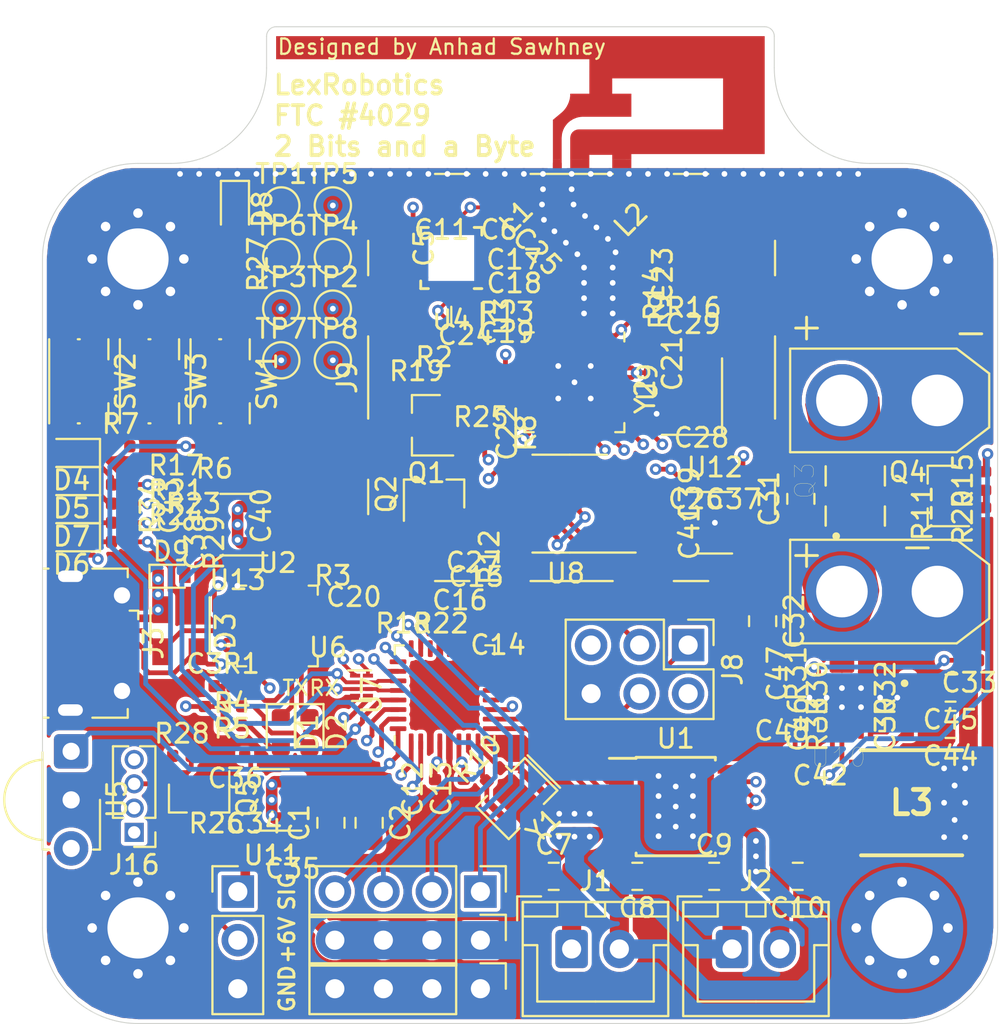
<source format=kicad_pcb>
(kicad_pcb (version 20171130) (host pcbnew "(5.1.6)-1")
  (layers (0 F.Cu signal) (1 In1.Cu signal) (2 In2.Cu signal) (31 B.Cu signal) (34 B.Paste user) (35 F.Paste user) (36 B.SilkS user hide) (37 F.SilkS user) (38 B.Mask user) (39 F.Mask user) (44 Edge.Cuts user))
  (net 0 "")
  (net 1 GND)
  (net 2 "Net-(ANT1-Pad1)")
  (net 3 +BATT)
  (net 4 +3V3)
  (net 5 +5VL)
  (net 6 +1V8)
  (net 7 +5VP)
  (net 8 "Net-(D1-Pad1)")
  (net 9 "Net-(D1-Pad2)")
  (net 10 "Net-(D2-Pad1)")
  (net 11 "Net-(D2-Pad2)")
  (net 12 /MOSI)
  (net 13 "Net-(D4-Pad1)")
  (net 14 "Net-(D5-Pad1)")
  (net 15 "Net-(D6-Pad1)")
  (net 16 "Net-(D7-Pad1)")
  (net 17 /SCK)
  (net 18 /SERVO1)
  (net 19 /SERVO2)
  (net 20 /SERVO3)
  (net 21 /5V_EN)
  (net 22 /AVR_RST)
  (net 23 /GPIO5)
  (net 24 /U0RXD)
  (net 25 /FTDI_TX_ESP_RX)
  (net 26 "Net-(Q1-Pad2)")
  (net 27 "Net-(Q2-Pad2)")
  (net 28 "Net-(Q2-Pad1)")
  (net 29 /ESP_RST)
  (net 30 "Net-(R1-Pad2)")
  (net 31 /GPIO16)
  (net 32 /GPIO0)
  (net 33 /SDA)
  (net 34 /SCL)
  (net 35 "Net-(R18-Pad1)")
  (net 36 /FTDI_RX_ESP_TX)
  (net 37 /OC1B)
  (net 38 /OC1A)
  (net 39 /OC0A)
  (net 40 /OC0B)
  (net 41 /ERR)
  (net 42 /IR)
  (net 43 "Net-(C7-Pad2)")
  (net 44 "Net-(C8-Pad2)")
  (net 45 "Net-(C9-Pad2)")
  (net 46 "Net-(C10-Pad2)")
  (net 47 "Net-(C11-Pad1)")
  (net 48 "Net-(C25-Pad1)")
  (net 49 "Net-(C28-Pad2)")
  (net 50 "Net-(C28-Pad1)")
  (net 51 +6V)
  (net 52 "Net-(D3-Pad3)")
  (net 53 "Net-(D3-Pad4)")
  (net 54 "Net-(D8-Pad1)")
  (net 55 "Net-(D8-Pad2)")
  (net 56 "Net-(Q1-Pad1)")
  (net 57 "Net-(U8-Pad1)")
  (net 58 /MISO)
  (net 59 "Net-(Q4-Pad2)")
  (net 60 "Net-(Q5-Pad2)")
  (net 61 "Net-(R23-Pad1)")
  (net 62 "Net-(C36-Pad1)")
  (net 63 "Net-(C42-Pad1)")
  (net 64 "Net-(C43-Pad1)")
  (net 65 "Net-(J13-Pad2)")
  (net 66 "Net-(J15-Pad2)")
  (net 67 "Net-(J16-Pad3)")
  (net 68 /D0)
  (net 69 /D3)
  (net 70 /D1)
  (net 71 /D2)
  (net 72 "Net-(Q3-Pad1)")
  (net 73 /AVR_SCL)
  (net 74 /AVR_SDA)
  (net 75 /MOTOR_EN)
  (net 76 /SERVO0)
  (net 77 "Net-(C16-Pad1)")
  (net 78 "Net-(C29-Pad2)")
  (net 79 "Net-(C30-Pad2)")
  (net 80 "Net-(C30-Pad1)")
  (net 81 "Net-(C33-Pad2)")
  (net 82 "Net-(C38-Pad1)")
  (net 83 "Net-(C46-Pad1)")
  (net 84 "Net-(C47-Pad1)")
  (net 85 "Net-(C48-Pad2)")
  (net 86 "Net-(R10-Pad1)")
  (net 87 "Net-(R10-Pad2)")
  (net 88 "Net-(R12-Pad1)")
  (net 89 "Net-(R12-Pad2)")
  (net 90 "Net-(R13-Pad2)")
  (net 91 "Net-(R14-Pad1)")
  (net 92 "Net-(R19-Pad1)")
  (net 93 "Net-(R24-Pad1)")
  (net 94 "Net-(R25-Pad1)")
  (net 95 "Net-(R32-Pad2)")
  (net 96 "Net-(U3-Pad3)")
  (net 97 "Net-(U3-Pad2)")
  (module TPS54821:IC_TPS54821RHLR (layer F.Cu) (at 234.85 74.95 180)
    (fp_text reference U10 (at 0.675 -3.135) (layer F.SilkS) (effects (font (thickness 0.015))))
    (fp_text value TPS54821RHLR)
    (fp_poly (pts (xy 2.15 0.89) (xy 1.44 0.89) (xy 1.432673 0.889808) (xy 1.425366 0.889233) (xy 1.418099 0.888276) (xy 1.410892 0.886941) (xy 1.403765 0.88523) (xy 1.396738 0.883148) (xy 1.389828 0.880701) (xy 1.383057 0.877896) (xy 1.376441 0.874741) (xy 1.37 0.871244) (xy 1.363751 0.867414) (xy 1.35771 0.863262) (xy 1.351895 0.8588) (xy 1.346322 0.85404) (xy 1.341005 0.848995) (xy 1.33596 0.843678) (xy 1.3312 0.838105) (xy 1.326738 0.83229) (xy 1.322586 0.826249) (xy 1.318756 0.82) (xy 1.315259 0.813559) (xy 1.312104 0.806943) (xy 1.309299 0.800172) (xy 1.306852 0.793262) (xy 1.30477 0.786235) (xy 1.303059 0.779108) (xy 1.301724 0.771901) (xy 1.300767 0.764634) (xy 1.300192 0.757327) (xy 1.3 0.75) (xy 1.300192 0.742673) (xy 1.300767 0.735366) (xy 1.301724 0.728099) (xy 1.303059 0.720892) (xy 1.30477 0.713765) (xy 1.306852 0.706738) (xy 1.309299 0.699828) (xy 1.312104 0.693057) (xy 1.315259 0.686441) (xy 1.318756 0.68) (xy 1.322586 0.673751) (xy 1.326738 0.66771) (xy 1.3312 0.661895) (xy 1.33596 0.656322) (xy 1.341005 0.651005) (xy 1.346322 0.64596) (xy 1.351895 0.6412) (xy 1.35771 0.636738) (xy 1.363751 0.632586) (xy 1.37 0.628756) (xy 1.376441 0.625259) (xy 1.383057 0.622104) (xy 1.389828 0.619299) (xy 1.396738 0.616852) (xy 1.403765 0.61477) (xy 1.410892 0.613059) (xy 1.418099 0.611724) (xy 1.425366 0.610767) (xy 1.432673 0.610192) (xy 1.44 0.61) (xy 2.15 0.61) (xy 2.15 0.89)) (layer F.Cu) (width 0.01))
    (fp_poly (pts (xy -2.15 0.61) (xy -1.44 0.61) (xy -1.432673 0.610192) (xy -1.425366 0.610767) (xy -1.418099 0.611724) (xy -1.410892 0.613059) (xy -1.403765 0.61477) (xy -1.396738 0.616852) (xy -1.389828 0.619299) (xy -1.383057 0.622104) (xy -1.376441 0.625259) (xy -1.37 0.628756) (xy -1.363751 0.632586) (xy -1.35771 0.636738) (xy -1.351895 0.6412) (xy -1.346322 0.64596) (xy -1.341005 0.651005) (xy -1.33596 0.656322) (xy -1.3312 0.661895) (xy -1.326738 0.66771) (xy -1.322586 0.673751) (xy -1.318756 0.68) (xy -1.315259 0.686441) (xy -1.312104 0.693057) (xy -1.309299 0.699828) (xy -1.306852 0.706738) (xy -1.30477 0.713765) (xy -1.303059 0.720892) (xy -1.301724 0.728099) (xy -1.300767 0.735366) (xy -1.300192 0.742673) (xy -1.3 0.75) (xy -1.300192 0.757327) (xy -1.300767 0.764634) (xy -1.301724 0.771901) (xy -1.303059 0.779108) (xy -1.30477 0.786235) (xy -1.306852 0.793262) (xy -1.309299 0.800172) (xy -1.312104 0.806943) (xy -1.315259 0.813559) (xy -1.318756 0.82) (xy -1.322586 0.826249) (xy -1.326738 0.83229) (xy -1.3312 0.838105) (xy -1.33596 0.843678) (xy -1.341005 0.848995) (xy -1.346322 0.85404) (xy -1.351895 0.8588) (xy -1.35771 0.863262) (xy -1.363751 0.867414) (xy -1.37 0.871244) (xy -1.376441 0.874741) (xy -1.383057 0.877896) (xy -1.389828 0.880701) (xy -1.396738 0.883148) (xy -1.403765 0.88523) (xy -1.410892 0.886941) (xy -1.418099 0.888276) (xy -1.425366 0.889233) (xy -1.432673 0.889808) (xy -1.44 0.89) (xy -2.15 0.89) (xy -2.15 0.61)) (layer F.Cu) (width 0.01))
    (fp_poly (pts (xy 2.15 -0.61) (xy 1.44 -0.61) (xy 1.432673 -0.610192) (xy 1.425366 -0.610767) (xy 1.418099 -0.611724) (xy 1.410892 -0.613059) (xy 1.403765 -0.61477) (xy 1.396738 -0.616852) (xy 1.389828 -0.619299) (xy 1.383057 -0.622104) (xy 1.376441 -0.625259) (xy 1.37 -0.628756) (xy 1.363751 -0.632586) (xy 1.35771 -0.636738) (xy 1.351895 -0.6412) (xy 1.346322 -0.64596) (xy 1.341005 -0.651005) (xy 1.33596 -0.656322) (xy 1.3312 -0.661895) (xy 1.326738 -0.66771) (xy 1.322586 -0.673751) (xy 1.318756 -0.68) (xy 1.315259 -0.686441) (xy 1.312104 -0.693057) (xy 1.309299 -0.699828) (xy 1.306852 -0.706738) (xy 1.30477 -0.713765) (xy 1.303059 -0.720892) (xy 1.301724 -0.728099) (xy 1.300767 -0.735366) (xy 1.300192 -0.742673) (xy 1.3 -0.75) (xy 1.300192 -0.757327) (xy 1.300767 -0.764634) (xy 1.301724 -0.771901) (xy 1.303059 -0.779108) (xy 1.30477 -0.786235) (xy 1.306852 -0.793262) (xy 1.309299 -0.800172) (xy 1.312104 -0.806943) (xy 1.315259 -0.813559) (xy 1.318756 -0.82) (xy 1.322586 -0.826249) (xy 1.326738 -0.83229) (xy 1.3312 -0.838105) (xy 1.33596 -0.843678) (xy 1.341005 -0.848995) (xy 1.346322 -0.85404) (xy 1.351895 -0.8588) (xy 1.35771 -0.863262) (xy 1.363751 -0.867414) (xy 1.37 -0.871244) (xy 1.376441 -0.874741) (xy 1.383057 -0.877896) (xy 1.389828 -0.880701) (xy 1.396738 -0.883148) (xy 1.403765 -0.88523) (xy 1.410892 -0.886941) (xy 1.418099 -0.888276) (xy 1.425366 -0.889233) (xy 1.432673 -0.889808) (xy 1.44 -0.89) (xy 2.15 -0.89) (xy 2.15 -0.61)) (layer F.Cu) (width 0.01))
    (fp_poly (pts (xy -2.15 -0.89) (xy -1.44 -0.89) (xy -1.432673 -0.889808) (xy -1.425366 -0.889233) (xy -1.418099 -0.888276) (xy -1.410892 -0.886941) (xy -1.403765 -0.88523) (xy -1.396738 -0.883148) (xy -1.389828 -0.880701) (xy -1.383057 -0.877896) (xy -1.376441 -0.874741) (xy -1.37 -0.871244) (xy -1.363751 -0.867414) (xy -1.35771 -0.863262) (xy -1.351895 -0.8588) (xy -1.346322 -0.85404) (xy -1.341005 -0.848995) (xy -1.33596 -0.843678) (xy -1.3312 -0.838105) (xy -1.326738 -0.83229) (xy -1.322586 -0.826249) (xy -1.318756 -0.82) (xy -1.315259 -0.813559) (xy -1.312104 -0.806943) (xy -1.309299 -0.800172) (xy -1.306852 -0.793262) (xy -1.30477 -0.786235) (xy -1.303059 -0.779108) (xy -1.301724 -0.771901) (xy -1.300767 -0.764634) (xy -1.300192 -0.757327) (xy -1.3 -0.75) (xy -1.300192 -0.742673) (xy -1.300767 -0.735366) (xy -1.301724 -0.728099) (xy -1.303059 -0.720892) (xy -1.30477 -0.713765) (xy -1.306852 -0.706738) (xy -1.309299 -0.699828) (xy -1.312104 -0.693057) (xy -1.315259 -0.686441) (xy -1.318756 -0.68) (xy -1.322586 -0.673751) (xy -1.326738 -0.66771) (xy -1.3312 -0.661895) (xy -1.33596 -0.656322) (xy -1.341005 -0.651005) (xy -1.346322 -0.64596) (xy -1.351895 -0.6412) (xy -1.35771 -0.636738) (xy -1.363751 -0.632586) (xy -1.37 -0.628756) (xy -1.376441 -0.625259) (xy -1.383057 -0.622104) (xy -1.389828 -0.619299) (xy -1.396738 -0.616852) (xy -1.403765 -0.61477) (xy -1.410892 -0.613059) (xy -1.418099 -0.611724) (xy -1.425366 -0.610767) (xy -1.432673 -0.610192) (xy -1.44 -0.61) (xy -2.15 -0.61) (xy -2.15 -0.89)) (layer F.Cu) (width 0.01))
    (fp_poly (pts (xy -1.025 -1.025) (xy -1.025 -0.375) (xy -2.15 -0.375) (xy -2.15 -0.175) (xy -1.425 -0.175) (xy -1.425 0.175) (xy -2.15 0.175) (xy -2.15 0.375) (xy -1.025 0.375) (xy -1.025 1.025) (xy 1.025 1.025) (xy 1.025 0.375) (xy 2.15 0.375) (xy 2.15 0.175) (xy 1.425 0.175) (xy 1.425 -0.175) (xy 2.15 -0.175) (xy 2.15 -0.375) (xy 1.025 -0.375) (xy 1.025 -1.025)) (layer F.Cu) (width 0.01))
    (pad 4 smd circle (at 0 1.44 180) (size 0.29 0.29) (layers F.Cu F.Paste F.Mask) (net 3 +BATT))
    (pad 5 smd circle (at 0.5 1.44 180) (size 0.29 0.29) (layers F.Cu F.Paste F.Mask) (net 3 +BATT))
    (pad 6 smd circle (at 1 1.44 180) (size 0.29 0.29) (layers F.Cu F.Paste F.Mask) (net 3 +BATT))
    (pad 19 thru_hole circle (at 0.5 0.5 180) (size 0.6 0.6) (drill 0.3) (layers *.Cu) (net 1 GND))
    (pad 18 thru_hole circle (at -0.5 0.5 180) (size 0.6 0.6) (drill 0.3) (layers *.Cu) (net 1 GND))
    (pad 17 thru_hole circle (at 0.5 -0.5 180) (size 0.6 0.6) (drill 0.3) (layers *.Cu) (net 1 GND))
    (pad 16 thru_hole circle (at -0.5 -0.5 180) (size 0.6 0.6) (drill 0.3) (layers *.Cu) (net 1 GND))
    (pad 15 smd rect (at 0 0 180) (size 2.05 2.05) (layers F.Cu) (net 1 GND))
    (pad 13 smd rect (at -1 -1.8 180) (size 0.29 0.71) (layers F.Cu) (net 79 "Net-(C30-Pad2)"))
    (pad 12 smd rect (at -0.5 -1.8 180) (size 0.29 0.71) (layers F.Cu) (net 80 "Net-(C30-Pad1)"))
    (pad 11 smd rect (at 0 -1.8 180) (size 0.29 0.71) (layers F.Cu) (net 80 "Net-(C30-Pad1)"))
    (pad 10 smd rect (at 0.5 -1.8 180) (size 0.29 0.71) (layers F.Cu) (net 21 /5V_EN))
    (pad 9 smd rect (at 1 -1.8 180) (size 0.29 0.71) (layers F.Cu) (net 63 "Net-(C42-Pad1)"))
    (pad 6 smd rect (at 1 1.8 180) (size 0.29 0.71) (layers F.Cu) (net 3 +BATT))
    (pad 5 smd rect (at 0.5 1.8 180) (size 0.29 0.71) (layers F.Cu) (net 3 +BATT))
    (pad 4 smd rect (at 0 1.8 180) (size 0.29 0.71) (layers F.Cu) (net 3 +BATT))
    (pad 1 smd rect (at -1.725 0.75 180) (size 0.1 0.1) (layers F.Cu) (net 95 "Net-(R32-Pad2)"))
    (pad 14 smd rect (at -1.725 -0.75 180) (size 0.1 0.1) (layers F.Cu))
    (pad 8 smd rect (at 1.725 -0.75 180) (size 0.1 0.1) (layers F.Cu) (net 83 "Net-(C46-Pad1)"))
    (pad 7 smd rect (at 1.725 0.75 180) (size 0.1 0.1) (layers F.Cu) (net 81 "Net-(C33-Pad2)"))
    (pad 13 smd circle (at -1 -1.44 180) (size 0.29 0.29) (layers F.Cu F.Paste F.Mask) (net 79 "Net-(C30-Pad2)"))
    (pad 12 smd circle (at -0.5 -1.44 180) (size 0.29 0.29) (layers F.Cu F.Paste F.Mask) (net 80 "Net-(C30-Pad1)"))
    (pad 11 smd circle (at 0 -1.44 180) (size 0.29 0.29) (layers F.Cu F.Paste F.Mask) (net 80 "Net-(C30-Pad1)"))
    (pad 10 smd circle (at 0.5 -1.44 180) (size 0.29 0.29) (layers F.Cu F.Paste F.Mask) (net 21 /5V_EN))
    (pad 9 smd circle (at 1 -1.44 180) (size 0.29 0.29) (layers F.Cu F.Paste F.Mask) (net 63 "Net-(C42-Pad1)"))
    (pad 3 smd circle (at -0.5 1.44 180) (size 0.29 0.29) (layers F.Cu F.Paste F.Mask) (net 1 GND))
    (pad 3 smd rect (at -0.5 1.8 180) (size 0.29 0.71) (layers F.Cu) (net 1 GND))
    (pad 2 smd rect (at -1 1.8 180) (size 0.29 0.71) (layers F.Cu) (net 1 GND))
    (pad 2 smd circle (at -1 1.44 180) (size 0.29 0.29) (layers F.Cu F.Paste F.Mask) (net 1 GND))
  )
  (module Capacitor_SMD:C_0402_1005Metric (layer F.Cu) (at 201 74.35)
    (fp_text reference C3 (at 0 -1.17) (layer F.SilkS))
    (fp_text value 1uF)
    (pad 1 smd roundrect (at -0.485 0) (size 0.59 0.64) (layers F.Cu F.Paste F.Mask) (net 1 GND))
    (pad 2 smd roundrect (at 0.485 0) (size 0.59 0.64) (layers F.Cu F.Paste F.Mask) (net 4 +3V3))
  )
  (module Capacitor_SMD:C_0402_1005Metric (layer F.Cu) (at 201 75.9 270)
    (fp_text reference C4 (at 0 -1.17 90) (layer F.SilkS))
    (fp_text value 0.1uF)
    (pad 1 smd roundrect (at -0.485 0 270) (size 0.59 0.64) (layers F.Cu F.Paste F.Mask) (net 4 +3V3))
    (pad 2 smd roundrect (at 0.485 0 270) (size 0.59 0.64) (layers F.Cu F.Paste F.Mask) (net 1 GND))
  )
  (module Capacitor_SMD:C_0402_1005Metric (layer F.Cu) (at 211.3 51.435 270)
    (fp_text reference C5 (at 0 -1.17 90) (layer F.SilkS))
    (fp_text value 0.1uF)
    (pad 2 smd roundrect (at 0.485 0 270) (size 0.59 0.64) (layers F.Cu F.Paste F.Mask) (net 1 GND))
    (pad 1 smd roundrect (at -0.485 0 270) (size 0.59 0.64) (layers F.Cu F.Paste F.Mask) (net 6 +1V8))
  )
  (module Capacitor_SMD:C_0402_1005Metric (layer F.Cu) (at 216.4 49.3 180)
    (fp_text reference C6 (at 0 -1.17) (layer F.SilkS))
    (fp_text value 0.1uF)
    (pad 1 smd roundrect (at -0.485 0 180) (size 0.59 0.64) (layers F.Cu F.Paste F.Mask) (net 1 GND))
    (pad 2 smd roundrect (at 0.485 0 180) (size 0.59 0.64) (layers F.Cu F.Paste F.Mask) (net 6 +1V8))
  )
  (module Capacitor_SMD:C_0402_1005Metric (layer F.Cu) (at 213.4 49.3 180)
    (fp_text reference C11 (at 0 -1.17) (layer F.SilkS))
    (fp_text value 0.1uF)
    (pad 1 smd roundrect (at -0.485 0 180) (size 0.59 0.64) (layers F.Cu F.Paste F.Mask) (net 47 "Net-(C11-Pad1)"))
    (pad 2 smd roundrect (at 0.485 0 180) (size 0.59 0.64) (layers F.Cu F.Paste F.Mask) (net 1 GND))
  )
  (module Capacitor_SMD:C_0402_1005Metric (layer F.Cu) (at 217.185 53.2)
    (fp_text reference C17 (at 0 -1.17) (layer F.SilkS))
    (fp_text value 0.1uF)
    (pad 2 smd roundrect (at 0.485 0) (size 0.59 0.64) (layers F.Cu F.Paste F.Mask) (net 6 +1V8))
    (pad 1 smd roundrect (at -0.485 0) (size 0.59 0.64) (layers F.Cu F.Paste F.Mask) (net 1 GND))
  )
  (module Capacitor_SMD:C_0402_1005Metric (layer F.Cu) (at 217.2 52.1 180)
    (fp_text reference C18 (at 0 -1.17) (layer F.SilkS))
    (fp_text value 0.1uF)
    (pad 1 smd roundrect (at -0.485 0 180) (size 0.59 0.64) (layers F.Cu F.Paste F.Mask) (net 6 +1V8))
    (pad 2 smd roundrect (at 0.485 0 180) (size 0.59 0.64) (layers F.Cu F.Paste F.Mask) (net 1 GND))
  )
  (module Capacitor_SMD:C_0402_1005Metric (layer F.Cu) (at 213.05 79.725 90)
    (fp_text reference C12 (at 0 -1.17 90) (layer F.SilkS))
    (fp_text value 1uf)
    (pad 2 smd roundrect (at 0.485 0 90) (size 0.59 0.64) (layers F.Cu F.Paste F.Mask) (net 5 +5VL))
    (pad 1 smd roundrect (at -0.485 0 90) (size 0.59 0.64) (layers F.Cu F.Paste F.Mask) (net 1 GND))
  )
  (module Capacitor_SMD:C_0402_1005Metric (layer F.Cu) (at 214.55 79.71 90)
    (fp_text reference C13 (at 0 -1.17 90) (layer F.SilkS))
    (fp_text value 1uf)
    (pad 1 smd roundrect (at -0.485 0 90) (size 0.59 0.64) (layers F.Cu F.Paste F.Mask) (net 1 GND))
    (pad 2 smd roundrect (at 0.485 0 90) (size 0.59 0.64) (layers F.Cu F.Paste F.Mask) (net 5 +5VL))
  )
  (module Capacitor_SMD:C_0402_1005Metric (layer F.Cu) (at 216.35 71.025 180)
    (fp_text reference C14 (at 0 -1.17) (layer F.SilkS))
    (fp_text value 0.1uf)
    (pad 1 smd roundrect (at -0.485 0 180) (size 0.59 0.64) (layers F.Cu F.Paste F.Mask) (net 1 GND))
    (pad 2 smd roundrect (at 0.485 0 180) (size 0.59 0.64) (layers F.Cu F.Paste F.Mask) (net 5 +5VL))
  )
  (module Capacitor_SMD:C_0402_1005Metric (layer F.Cu) (at 215.2 69.8)
    (fp_text reference C15 (at 0 -1.17) (layer F.SilkS))
    (fp_text value 0.1uf)
    (pad 1 smd roundrect (at -0.485 0) (size 0.59 0.64) (layers F.Cu F.Paste F.Mask) (net 1 GND))
    (pad 2 smd roundrect (at 0.485 0) (size 0.59 0.64) (layers F.Cu F.Paste F.Mask) (net 5 +5VL))
  )
  (module Capacitor_SMD:C_0402_1005Metric (layer F.Cu) (at 214.35 71.025)
    (fp_text reference C16 (at 0 -1.17) (layer F.SilkS))
    (fp_text value 0.1uf)
    (pad 2 smd roundrect (at 0.485 0) (size 0.59 0.64) (layers F.Cu F.Paste F.Mask) (net 1 GND))
    (pad 1 smd roundrect (at -0.485 0) (size 0.59 0.64) (layers F.Cu F.Paste F.Mask) (net 77 "Net-(C16-Pad1)"))
  )
  (module Capacitor_SMD:C_0402_1005Metric (layer F.Cu) (at 216.8 54.7 180)
    (fp_text reference C19 (at 0 -1.17) (layer F.SilkS))
    (fp_text value 0.1uF)
    (pad 2 smd roundrect (at 0.485 0 180) (size 0.59 0.64) (layers F.Cu F.Paste F.Mask) (net 4 +3V3))
    (pad 1 smd roundrect (at -0.485 0 180) (size 0.59 0.64) (layers F.Cu F.Paste F.Mask) (net 1 GND))
  )
  (module Capacitor_SMD:C_0402_1005Metric (layer F.Cu) (at 208.8 70.85)
    (fp_text reference C20 (at 0 -1.17) (layer F.SilkS))
    (fp_text value 0.1uF)
    (pad 2 smd roundrect (at 0.485 0) (size 0.59 0.64) (layers F.Cu F.Paste F.Mask) (net 5 +5VL))
    (pad 1 smd roundrect (at -0.485 0) (size 0.59 0.64) (layers F.Cu F.Paste F.Mask) (net 1 GND))
  )
  (module Capacitor_SMD:C_0402_1005Metric (layer F.Cu) (at 224.3 57.465 270)
    (fp_text reference C21 (at 0 -1.17 90) (layer F.SilkS))
    (fp_text value 1uf)
    (pad 1 smd roundrect (at -0.485 0 270) (size 0.59 0.64) (layers F.Cu F.Paste F.Mask) (net 1 GND))
    (pad 2 smd roundrect (at 0.485 0 270) (size 0.59 0.64) (layers F.Cu F.Paste F.Mask) (net 4 +3V3))
  )
  (module Capacitor_SMD:C_0402_1005Metric (layer F.Cu) (at 215.65 61.1 270)
    (fp_text reference C22 (at 0 -1.17 90) (layer F.SilkS))
    (fp_text value 1uf)
    (pad 1 smd roundrect (at -0.485 0 270) (size 0.59 0.64) (layers F.Cu F.Paste F.Mask) (net 1 GND))
    (pad 2 smd roundrect (at 0.485 0 270) (size 0.59 0.64) (layers F.Cu F.Paste F.Mask) (net 4 +3V3))
  )
  (module Capacitor_SMD:C_0402_1005Metric (layer F.Cu) (at 223.8 52.815 270)
    (fp_text reference C23 (at 0 -1.17 90) (layer F.SilkS))
    (fp_text value 0.1uf)
    (pad 1 smd roundrect (at -0.485 0 270) (size 0.59 0.64) (layers F.Cu F.Paste F.Mask) (net 1 GND))
    (pad 2 smd roundrect (at 0.485 0 270) (size 0.59 0.64) (layers F.Cu F.Paste F.Mask) (net 4 +3V3))
  )
  (module Capacitor_SMD:C_0402_1005Metric (layer F.Cu) (at 214.65 57.15)
    (fp_text reference C24 (at 0 -1.17) (layer F.SilkS))
    (fp_text value 0.1uf)
    (pad 2 smd roundrect (at 0.485 0) (size 0.59 0.64) (layers F.Cu F.Paste F.Mask) (net 4 +3V3))
    (pad 1 smd roundrect (at -0.485 0) (size 0.59 0.64) (layers F.Cu F.Paste F.Mask) (net 1 GND))
  )
  (module Capacitor_SMD:C_0402_1005Metric (layer F.Cu) (at 220.525 50.575 135)
    (fp_text reference C25 (at 0.777817 -2.227386 315) (layer F.SilkS))
    (fp_text value 5.6pf)
    (pad 2 smd roundrect (at 0.485 0 135) (size 0.59 0.64) (layers F.Cu F.Paste F.Mask) (net 2 "Net-(ANT1-Pad1)"))
    (pad 1 smd roundrect (at -0.485 0 135) (size 0.59 0.64) (layers F.Cu F.Paste F.Mask) (net 48 "Net-(C25-Pad1)"))
  )
  (module Capacitor_SMD:C_0402_1005Metric (layer F.Cu) (at 226.55 61.8)
    (fp_text reference C28 (at 0.45 -0.45) (layer F.SilkS))
    (fp_text value NC)
    (pad 1 smd roundrect (at -0.485 0) (size 0.59 0.64) (layers F.Cu F.Paste F.Mask) (net 1 GND))
    (pad 2 smd roundrect (at 0.485 0) (size 0.59 0.64) (layers F.Cu F.Paste F.Mask) (net 49 "Net-(C28-Pad2)"))
  )
  (module Capacitor_SMD:C_0402_1005Metric (layer F.Cu) (at 226.55 56.6 180)
    (fp_text reference C29 (at 0 1.2) (layer F.SilkS))
    (fp_text value NC)
    (pad 2 smd roundrect (at 0.485 0 180) (size 0.59 0.64) (layers F.Cu F.Paste F.Mask) (net 78 "Net-(C29-Pad2)"))
    (pad 1 smd roundrect (at -0.485 0 180) (size 0.59 0.64) (layers F.Cu F.Paste F.Mask) (net 1 GND))
  )
  (module Capacitor_SMD:C_0402_1005Metric (layer F.Cu) (at 237.8 76.35 90)
    (fp_text reference C30 (at 0 -1.17 90) (layer F.SilkS))
    (fp_text value 10uF)
    (pad 2 smd roundrect (at 0.485 0 90) (size 0.59 0.64) (layers F.Cu F.Paste F.Mask) (net 79 "Net-(C30-Pad2)"))
    (pad 1 smd roundrect (at -0.485 0 90) (size 0.59 0.64) (layers F.Cu F.Paste F.Mask) (net 80 "Net-(C30-Pad1)"))
  )
  (module Capacitor_SMD:C_0402_1005Metric (layer F.Cu) (at 241.02 72.995 180)
    (fp_text reference C33 (at 0 -1.17) (layer F.SilkS))
    (fp_text value 330pf)
    (pad 2 smd roundrect (at 0.485 0 180) (size 0.59 0.64) (layers F.Cu F.Paste F.Mask) (net 81 "Net-(C33-Pad2)"))
    (pad 1 smd roundrect (at -0.485 0 180) (size 0.59 0.64) (layers F.Cu F.Paste F.Mask) (net 51 +6V))
  )
  (module Capacitor_SMD:C_0402_1005Metric (layer F.Cu) (at 228.685 63.4 180)
    (fp_text reference C37 (at 0 -1.17) (layer F.SilkS))
    (fp_text value 1uF)
    (pad 1 smd roundrect (at -0.485 0 180) (size 0.59 0.64) (layers F.Cu F.Paste F.Mask) (net 6 +1V8))
    (pad 2 smd roundrect (at 0.485 0 180) (size 0.59 0.64) (layers F.Cu F.Paste F.Mask) (net 1 GND))
  )
  (module Capacitor_SMD:C_0402_1005Metric (layer F.Cu) (at 199.315 66.835 270)
    (fp_text reference C38 (at 0 -1.17 90) (layer F.SilkS))
    (fp_text value 2.2uf)
    (pad 2 smd roundrect (at 0.485 0 270) (size 0.59 0.64) (layers F.Cu F.Paste F.Mask) (net 1 GND))
    (pad 1 smd roundrect (at -0.485 0 270) (size 0.59 0.64) (layers F.Cu F.Paste F.Mask) (net 82 "Net-(C38-Pad1)"))
  )
  (module Capacitor_SMD:C_0402_1005Metric (layer F.Cu) (at 225.2 64.3 270)
    (fp_text reference C39 (at 0 -1.17 90) (layer F.SilkS))
    (fp_text value 1uF)
    (pad 2 smd roundrect (at 0.485 0 270) (size 0.59 0.64) (layers F.Cu F.Paste F.Mask) (net 1 GND))
    (pad 1 smd roundrect (at -0.485 0 270) (size 0.59 0.64) (layers F.Cu F.Paste F.Mask) (net 4 +3V3))
  )
  (module Capacitor_SMD:C_0402_1005Metric (layer F.Cu) (at 229.8 73.7 270)
    (fp_text reference C47 (at 0 -1.17 90) (layer F.SilkS))
    (fp_text value 330pf)
    (pad 2 smd roundrect (at 0.485 0 270) (size 0.59 0.64) (layers F.Cu F.Paste F.Mask) (net 1 GND))
    (pad 1 smd roundrect (at -0.485 0 270) (size 0.59 0.64) (layers F.Cu F.Paste F.Mask) (net 84 "Net-(C47-Pad1)"))
  )
  (module Capacitor_SMD:C_0402_1005Metric (layer F.Cu) (at 205.115 65.435 90)
    (fp_text reference C40 (at 0 -1.17 90) (layer F.SilkS))
    (fp_text value 2.2uf)
    (pad 1 smd roundrect (at -0.485 0 90) (size 0.59 0.64) (layers F.Cu F.Paste F.Mask) (net 1 GND))
    (pad 2 smd roundrect (at 0.485 0 90) (size 0.59 0.64) (layers F.Cu F.Paste F.Mask) (net 3 +BATT))
  )
  (module Capacitor_SMD:C_0402_1005Metric (layer F.Cu) (at 225.2 66.3 270)
    (fp_text reference C41 (at 0 -1.17 90) (layer F.SilkS))
    (fp_text value 1uf)
    (pad 2 smd roundrect (at 0.485 0 270) (size 0.59 0.64) (layers F.Cu F.Paste F.Mask) (net 5 +5VL))
    (pad 1 smd roundrect (at -0.485 0 270) (size 0.59 0.64) (layers F.Cu F.Paste F.Mask) (net 1 GND))
  )
  (module Capacitor_SMD:C_0402_1005Metric (layer F.Cu) (at 233.215 77.85 180)
    (fp_text reference C42 (at 0 -1.17) (layer F.SilkS))
    (fp_text value 10uF)
    (pad 1 smd roundrect (at -0.485 0 180) (size 0.59 0.64) (layers F.Cu F.Paste F.Mask) (net 63 "Net-(C42-Pad1)"))
    (pad 2 smd roundrect (at 0.485 0 180) (size 0.59 0.64) (layers F.Cu F.Paste F.Mask) (net 1 GND))
  )
  (module Capacitor_SMD:C_0402_1005Metric (layer F.Cu) (at 200.315 64.95 90)
    (fp_text reference C43 (at 0 -1.17 90) (layer F.SilkS))
    (fp_text value 470pf)
    (pad 1 smd roundrect (at -0.485 0 90) (size 0.59 0.64) (layers F.Cu F.Paste F.Mask) (net 64 "Net-(C43-Pad1)"))
    (pad 2 smd roundrect (at 0.485 0 90) (size 0.59 0.64) (layers F.Cu F.Paste F.Mask) (net 1 GND))
  )
  (module Capacitor_SMD:C_0402_1005Metric (layer F.Cu) (at 230.9 76.335 270)
    (fp_text reference C46 (at 0 -1.17 90) (layer F.SilkS))
    (fp_text value 14pf)
    (pad 1 smd roundrect (at -0.485 0 270) (size 0.59 0.64) (layers F.Cu F.Paste F.Mask) (net 83 "Net-(C46-Pad1)"))
    (pad 2 smd roundrect (at 0.485 0 270) (size 0.59 0.64) (layers F.Cu F.Paste F.Mask) (net 1 GND))
  )
  (module Capacitor_SMD:C_0402_1005Metric (layer F.Cu) (at 231.215 77.85)
    (fp_text reference C48 (at 0 -1.17) (layer F.SilkS))
    (fp_text value 33nf)
    (pad 2 smd roundrect (at 0.485 0) (size 0.59 0.64) (layers F.Cu F.Paste F.Mask) (net 85 "Net-(C48-Pad2)"))
    (pad 1 smd roundrect (at -0.485 0) (size 0.59 0.64) (layers F.Cu F.Paste F.Mask) (net 1 GND))
  )
  (module LED_SMD:LED_0603_1608Metric (layer F.Cu) (at 204.975 76.775 270)
    (fp_text reference D1 (at 0 -1.43 90) (layer F.SilkS))
    (fp_text value RXLED)
    (pad 1 smd roundrect (at -0.7875 0 270) (size 0.875 0.95) (layers F.Cu F.Paste F.Mask) (net 8 "Net-(D1-Pad1)"))
    (pad 2 smd roundrect (at 0.7875 0 270) (size 0.875 0.95) (layers F.Cu F.Paste F.Mask) (net 9 "Net-(D1-Pad2)"))
  )
  (module LED_SMD:LED_0603_1608Metric (layer F.Cu) (at 206.475 76.775 270)
    (fp_text reference D2 (at 0 -1.43 90) (layer F.SilkS))
    (fp_text value TXLED)
    (pad 2 smd roundrect (at 0.7875 0 270) (size 0.875 0.95) (layers F.Cu F.Paste F.Mask) (net 11 "Net-(D2-Pad2)"))
    (pad 1 smd roundrect (at -0.7875 0 270) (size 0.875 0.95) (layers F.Cu F.Paste F.Mask) (net 10 "Net-(D2-Pad1)"))
  )
  (module Package_TO_SOT_SMD:SOT-143 (layer F.Cu) (at 199.7 71.45 270)
    (fp_text reference D3 (at 0.02 -2.38 90) (layer F.SilkS))
    (fp_text value SP0503BAHT)
    (pad 1 smd rect (at -1.1 -0.77 180) (size 1.2 1.4) (layers F.Cu F.Paste F.Mask) (net 1 GND))
    (pad 2 smd rect (at -1.1 0.95 180) (size 1 1.4) (layers F.Cu F.Paste F.Mask) (net 5 +5VL))
    (pad 3 smd rect (at 1.1 0.95 180) (size 1 1.4) (layers F.Cu F.Paste F.Mask) (net 52 "Net-(D3-Pad3)"))
    (pad 4 smd rect (at 1.1 -0.95 180) (size 1 1.4) (layers F.Cu F.Paste F.Mask) (net 53 "Net-(D3-Pad4)"))
  )
  (module LED_SMD:LED_0603_1608Metric (layer F.Cu) (at 194.025 65.09 180)
    (fp_text reference D7 (at 0 -1.43) (layer F.SilkS))
    (fp_text value LED)
    (pad 1 smd roundrect (at -0.7875 0 180) (size 0.875 0.95) (layers F.Cu F.Paste F.Mask) (net 16 "Net-(D7-Pad1)"))
    (pad 2 smd roundrect (at 0.7875 0 180) (size 0.875 0.95) (layers F.Cu F.Paste F.Mask) (net 7 +5VP))
  )
  (module LED_SMD:LED_0603_1608Metric (layer F.Cu) (at 194.025 66.56 180)
    (fp_text reference D6 (at 0 -1.43) (layer F.SilkS))
    (fp_text value LED)
    (pad 2 smd roundrect (at 0.7875 0 180) (size 0.875 0.95) (layers F.Cu F.Paste F.Mask) (net 7 +5VP))
    (pad 1 smd roundrect (at -0.7875 0 180) (size 0.875 0.95) (layers F.Cu F.Paste F.Mask) (net 15 "Net-(D6-Pad1)"))
  )
  (module LED_SMD:LED_0603_1608Metric (layer F.Cu) (at 194.025 63.62 180)
    (fp_text reference D5 (at 0 -1.43) (layer F.SilkS))
    (fp_text value LED)
    (pad 2 smd roundrect (at 0.7875 0 180) (size 0.875 0.95) (layers F.Cu F.Paste F.Mask) (net 7 +5VP))
    (pad 1 smd roundrect (at -0.7875 0 180) (size 0.875 0.95) (layers F.Cu F.Paste F.Mask) (net 14 "Net-(D5-Pad1)"))
  )
  (module LED_SMD:LED_0603_1608Metric (layer F.Cu) (at 194.025 62.15 180)
    (fp_text reference D4 (at 0 -1.43) (layer F.SilkS))
    (fp_text value LED)
    (pad 1 smd roundrect (at -0.7875 0 180) (size 0.875 0.95) (layers F.Cu F.Paste F.Mask) (net 13 "Net-(D4-Pad1)"))
    (pad 2 smd roundrect (at 0.7875 0 180) (size 0.875 0.95) (layers F.Cu F.Paste F.Mask) (net 7 +5VP))
  )
  (module LED_SMD:LED_0603_1608Metric (layer F.Cu) (at 202.575 49.4 270)
    (fp_text reference D8 (at 0 -1.43 90) (layer F.SilkS))
    (fp_text value ESP_LED)
    (pad 1 smd roundrect (at -0.7875 0 270) (size 0.875 0.95) (layers F.Cu F.Paste F.Mask) (net 54 "Net-(D8-Pad1)"))
    (pad 2 smd roundrect (at 0.7875 0 270) (size 0.875 0.95) (layers F.Cu F.Paste F.Mask) (net 55 "Net-(D8-Pad2)"))
  )
  (module Connector_USB:USB_Micro-B_Molex-105017-0001 (layer F.Cu) (at 195.2 72.1 270)
    (fp_text reference J3 (at 0 -3.1125 90) (layer F.SilkS))
    (fp_text value USB_B_Micro)
    (pad 6 smd rect (at 1 1.2375 270) (size 1.5 1.9) (layers F.Cu F.Paste F.Mask) (net 1 GND))
    (pad 6 thru_hole circle (at -2.5 -1.4625 270) (size 1.45 1.45) (drill 0.85) (layers *.Cu *.Mask) (net 1 GND))
    (pad 2 smd rect (at -0.65 -1.4625 270) (size 0.4 1.35) (layers F.Cu F.Paste F.Mask) (net 52 "Net-(D3-Pad3)"))
    (pad 1 smd rect (at -1.3 -1.4625 270) (size 0.4 1.35) (layers F.Cu F.Paste F.Mask) (net 5 +5VL))
    (pad 5 smd rect (at 1.3 -1.4625 270) (size 0.4 1.35) (layers F.Cu F.Paste F.Mask) (net 1 GND))
    (pad 4 smd rect (at 0.65 -1.4625 270) (size 0.4 1.35) (layers F.Cu F.Paste F.Mask))
    (pad 3 smd rect (at 0 -1.4625 270) (size 0.4 1.35) (layers F.Cu F.Paste F.Mask) (net 53 "Net-(D3-Pad4)"))
    (pad 6 thru_hole circle (at 2.5 -1.4625 270) (size 1.45 1.45) (drill 0.85) (layers *.Cu *.Mask) (net 1 GND))
    (pad 6 smd rect (at -1 1.2375 270) (size 1.5 1.9) (layers F.Cu F.Paste F.Mask) (net 1 GND))
    (pad 6 thru_hole oval (at -3.5 1.2375 90) (size 1.2 1.9) (drill oval 0.6 1.3) (layers *.Cu *.Mask) (net 1 GND))
    (pad 6 thru_hole oval (at 3.5 1.2375 270) (size 1.2 1.9) (drill oval 0.6 1.3) (layers *.Cu *.Mask) (net 1 GND))
    (pad 6 smd rect (at 2.9 1.2375 270) (size 1.2 1.9) (layers F.Cu F.Mask) (net 1 GND))
    (pad 6 smd rect (at -2.9 1.2375 270) (size 1.2 1.9) (layers F.Cu F.Mask) (net 1 GND))
  )
  (module Connector_PinHeader_2.54mm:PinHeader_2x03_P2.54mm_Vertical (layer F.Cu) (at 226.3 72.2 270)
    (fp_text reference J8 (at 1.27 -2.33 90) (layer F.SilkS))
    (fp_text value ICSP)
    (pad 1 thru_hole rect (at 0 0 270) (size 1.7 1.7) (drill 1) (layers *.Cu *.Mask) (net 58 /MISO))
    (pad 2 thru_hole oval (at 2.54 0 270) (size 1.7 1.7) (drill 1) (layers *.Cu *.Mask) (net 5 +5VL))
    (pad 3 thru_hole oval (at 0 2.54 270) (size 1.7 1.7) (drill 1) (layers *.Cu *.Mask) (net 17 /SCK))
    (pad 4 thru_hole oval (at 2.54 2.54 270) (size 1.7 1.7) (drill 1) (layers *.Cu *.Mask) (net 12 /MOSI))
    (pad 5 thru_hole oval (at 0 5.08 270) (size 1.7 1.7) (drill 1) (layers *.Cu *.Mask) (net 22 /AVR_RST))
    (pad 6 thru_hole oval (at 2.54 5.08 270) (size 1.7 1.7) (drill 1) (layers *.Cu *.Mask) (net 1 GND))
  )
  (module Connector_PinHeader_2.54mm:PinHeader_1x04_P2.54mm_Vertical (layer F.Cu) (at 215.4252 85.0998 270)
    (fp_text reference J10 hide)
    (fp_text value SIG (at 0 10.1252 90) (layer F.SilkS) (effects (font (size 0.8 0.8))))
    (pad 4 thru_hole oval (at 0 7.62 270) (size 1.7 1.7) (drill 1) (layers *.Cu *.Mask) (net 20 /SERVO3))
    (pad 3 thru_hole oval (at 0 5.08 270) (size 1.7 1.7) (drill 1) (layers *.Cu *.Mask) (net 19 /SERVO2))
    (pad 2 thru_hole oval (at 0 2.54 270) (size 1.7 1.7) (drill 1) (layers *.Cu *.Mask) (net 18 /SERVO1))
    (pad 1 thru_hole rect (at 0 0 270) (size 1.7 1.7) (drill 1) (layers *.Cu *.Mask) (net 76 /SERVO0))
  )
  (module Connector_PinHeader_2.54mm:PinHeader_1x04_P2.54mm_Vertical (layer F.Cu) (at 215.4252 87.6398 270)
    (fp_text reference J11 hide)
    (fp_text value +6V (at 0 10.1252 90) (layer F.SilkS) (effects (font (size 0.8 0.8))))
    (pad 1 thru_hole rect (at 0 0 270) (size 1.7 1.7) (drill 1) (layers *.Cu *.Mask) (net 51 +6V))
    (pad 2 thru_hole oval (at 0 2.54 270) (size 1.7 1.7) (drill 1) (layers *.Cu *.Mask) (net 51 +6V))
    (pad 3 thru_hole oval (at 0 5.08 270) (size 1.7 1.7) (drill 1) (layers *.Cu *.Mask) (net 51 +6V))
    (pad 4 thru_hole oval (at 0 7.62 270) (size 1.7 1.7) (drill 1) (layers *.Cu *.Mask) (net 51 +6V))
  )
  (module Connector_PinHeader_2.54mm:PinHeader_1x04_P2.54mm_Vertical (layer F.Cu) (at 215.4252 90.1798 270)
    (fp_text reference J12 hide)
    (fp_text value GND (at 0 10.1252 90) (layer F.SilkS) (effects (font (size 0.8 0.8))))
    (pad 1 thru_hole rect (at 0 0 270) (size 1.7 1.7) (drill 1) (layers *.Cu *.Mask) (net 1 GND))
    (pad 2 thru_hole oval (at 0 2.54 270) (size 1.7 1.7) (drill 1) (layers *.Cu *.Mask) (net 1 GND))
    (pad 3 thru_hole oval (at 0 5.08 270) (size 1.7 1.7) (drill 1) (layers *.Cu *.Mask) (net 1 GND))
    (pad 4 thru_hole oval (at 0 7.62 270) (size 1.7 1.7) (drill 1) (layers *.Cu *.Mask) (net 1 GND))
  )
  (module Connector_PinHeader_2.54mm:PinHeader_1x03_P2.54mm_Vertical (layer F.Cu) (at 202.7252 85.0998)
    (fp_text reference J15 hide)
    (fp_text value WS2812b)
    (pad 1 thru_hole rect (at 0 0) (size 1.7 1.7) (drill 1) (layers *.Cu *.Mask) (net 7 +5VP))
    (pad 2 thru_hole oval (at 0 2.54) (size 1.7 1.7) (drill 1) (layers *.Cu *.Mask) (net 66 "Net-(J15-Pad2)"))
    (pad 3 thru_hole oval (at 0 5.08) (size 1.7 1.7) (drill 1) (layers *.Cu *.Mask) (net 1 GND))
  )
  (module Connector_AMASS:AMASS_XT30U-M_1x02_P5.0mm_Vertical (layer F.Cu) (at 239.35 69.4 180)
    (fp_text reference J14 hide)
    (fp_text value BATTERY)
    (fp_text user - (at 1.05 2.4) (layer F.SilkS) (effects (font (size 1.5 1.5))))
    (fp_text user + (at 6.85 2) (layer F.SilkS) (effects (font (size 1.5 1.5))))
    (pad 2 thru_hole circle (at 5 0 180) (size 3.8 3.8) (drill 2.7) (layers *.Cu *.Mask) (net 3 +BATT))
    (pad 1 thru_hole rect (at 0 0 180) (size 3.8 3.8) (drill 2.7) (layers *.Cu *.Mask) (net 1 GND))
  )
  (module Connector_PinHeader_1.27mm:PinHeader_1x04_P1.27mm_Vertical (layer F.Cu) (at 197.3 82 180)
    (fp_text reference J16 (at 0 -1.695) (layer F.SilkS))
    (fp_text value LED_DMA)
    (pad 1 thru_hole rect (at 0 0 180) (size 1 1) (drill 0.65) (layers *.Cu *.Mask) (net 25 /FTDI_TX_ESP_RX))
    (pad 2 thru_hole oval (at 0 1.27 180) (size 1 1) (drill 0.65) (layers *.Cu *.Mask) (net 24 /U0RXD))
    (pad 3 thru_hole oval (at 0 2.54 180) (size 1 1) (drill 0.65) (layers *.Cu *.Mask) (net 67 "Net-(J16-Pad3)"))
    (pad 4 thru_hole oval (at 0 3.81 180) (size 1 1) (drill 0.65) (layers *.Cu *.Mask) (net 23 /GPIO5))
  )
  (module Inductor_SMD:L_0402_1005Metric (layer F.Cu) (at 219.103538 49.842947 225)
    (fp_text reference L1 (at 1.244926 1.305662 45) (layer F.SilkS))
    (fp_text value NC)
    (pad 2 smd roundrect (at 0.485 0 225) (size 0.59 0.64) (layers F.Cu F.Paste F.Mask) (net 1 GND))
    (pad 1 smd roundrect (at -0.485 0 225) (size 0.59 0.64) (layers F.Cu F.Paste F.Mask) (net 2 "Net-(ANT1-Pad1)"))
  )
  (module Inductor_SMD:L_0402_1005Metric (layer F.Cu) (at 221.942947 51.307053 45)
    (fp_text reference L2 (at 1.919163 0 45) (layer F.SilkS))
    (fp_text value NC)
    (pad 1 smd roundrect (at -0.485 0 45) (size 0.59 0.64) (layers F.Cu F.Paste F.Mask) (net 48 "Net-(C25-Pad1)"))
    (pad 2 smd roundrect (at 0.485 0 45) (size 0.59 0.64) (layers F.Cu F.Paste F.Mask) (net 1 GND))
  )
  (module SRP5030CA:INDPM5355X310N (layer F.Cu) (at 238 80.45)
    (fp_text reference L3 (at 0 0) (layer F.SilkS) (effects (font (size 1.27 1.27) (thickness 0.254))))
    (fp_text value 3.3uH hide)
    (pad 1 smd rect (at -2.25 0) (size 2.05 4.5) (layers F.Cu F.Paste F.Mask) (net 80 "Net-(C30-Pad1)"))
    (pad 2 smd rect (at 2.25 0) (size 2.05 4.5) (layers F.Cu F.Paste F.Mask) (net 51 +6V))
  )
  (module Package_TO_SOT_SMD:SOT-23 (layer F.Cu) (at 212.6 60.7 180)
    (fp_text reference Q1 (at 0 -2.5) (layer F.SilkS))
    (fp_text value S8050)
    (pad 1 smd rect (at -1 -0.95 180) (size 0.9 0.8) (layers F.Cu F.Paste F.Mask) (net 56 "Net-(Q1-Pad1)"))
    (pad 2 smd rect (at -1 0.95 180) (size 0.9 0.8) (layers F.Cu F.Paste F.Mask) (net 26 "Net-(Q1-Pad2)"))
    (pad 3 smd rect (at 1 0 180) (size 0.9 0.8) (layers F.Cu F.Paste F.Mask) (net 32 /GPIO0))
  )
  (module Package_TO_SOT_SMD:SOT-23 (layer F.Cu) (at 213 64.3 90)
    (fp_text reference Q2 (at 0 -2.5 90) (layer F.SilkS))
    (fp_text value S8050)
    (pad 3 smd rect (at 1 0 90) (size 0.9 0.8) (layers F.Cu F.Paste F.Mask) (net 29 /ESP_RST))
    (pad 2 smd rect (at -1 0.95 90) (size 0.9 0.8) (layers F.Cu F.Paste F.Mask) (net 27 "Net-(Q2-Pad2)"))
    (pad 1 smd rect (at -1 -0.95 90) (size 0.9 0.8) (layers F.Cu F.Paste F.Mask) (net 28 "Net-(Q2-Pad1)"))
  )
  (module Package_TO_SOT_SMD:SOT-23 (layer F.Cu) (at 239.6 64.4 180)
    (fp_text reference Q4 (at 1.8 1.25) (layer F.SilkS))
    (fp_text value S8050)
    (pad 1 smd rect (at -1 -0.95 180) (size 0.9 0.8) (layers F.Cu F.Paste F.Mask) (net 1 GND))
    (pad 2 smd rect (at -1 0.95 180) (size 0.9 0.8) (layers F.Cu F.Paste F.Mask) (net 59 "Net-(Q4-Pad2)"))
    (pad 3 smd rect (at 1 0 180) (size 0.9 0.8) (layers F.Cu F.Paste F.Mask) (net 72 "Net-(Q3-Pad1)"))
  )
  (module Package_TO_SOT_SMD:SOT-23 (layer F.Cu) (at 200.7 80.2 270)
    (fp_text reference Q5 (at 0 -2.5 90) (layer F.SilkS))
    (fp_text value S8050)
    (pad 3 smd rect (at 1 0 270) (size 0.9 0.8) (layers F.Cu F.Paste F.Mask) (net 66 "Net-(J15-Pad2)"))
    (pad 2 smd rect (at -1 0.95 270) (size 0.9 0.8) (layers F.Cu F.Paste F.Mask) (net 60 "Net-(Q5-Pad2)"))
    (pad 1 smd rect (at -1 -0.95 270) (size 0.9 0.8) (layers F.Cu F.Paste F.Mask) (net 1 GND))
  )
  (module Resistor_SMD:R_0402_1005Metric (layer F.Cu) (at 202.9 74.35)
    (fp_text reference R1 (at 0 -1.17) (layer F.SilkS))
    (fp_text value 1k)
    (pad 1 smd roundrect (at -0.485 0) (size 0.59 0.64) (layers F.Cu F.Paste F.Mask) (net 4 +3V3))
    (pad 2 smd roundrect (at 0.485 0) (size 0.59 0.64) (layers F.Cu F.Paste F.Mask) (net 30 "Net-(R1-Pad2)"))
  )
  (module Resistor_SMD:R_0402_1005Metric (layer F.Cu) (at 213 58.3)
    (fp_text reference R2 (at 0 -1.17) (layer F.SilkS))
    (fp_text value 12k)
    (pad 2 smd roundrect (at 0.485 0) (size 0.59 0.64) (layers F.Cu F.Paste F.Mask) (net 26 "Net-(Q1-Pad2)"))
    (pad 1 smd roundrect (at -0.485 0) (size 0.59 0.64) (layers F.Cu F.Paste F.Mask) (net 28 "Net-(Q2-Pad1)"))
  )
  (module Resistor_SMD:R_0402_1005Metric (layer F.Cu) (at 207.7 67.4 180)
    (fp_text reference R3 (at 0 -1.17) (layer F.SilkS))
    (fp_text value 12k)
    (pad 1 smd roundrect (at -0.485 0 180) (size 0.59 0.64) (layers F.Cu F.Paste F.Mask) (net 56 "Net-(Q1-Pad1)"))
    (pad 2 smd roundrect (at 0.485 0 180) (size 0.59 0.64) (layers F.Cu F.Paste F.Mask) (net 27 "Net-(Q2-Pad2)"))
  )
  (module Resistor_SMD:R_0402_1005Metric (layer F.Cu) (at 202.435 76.4)
    (fp_text reference R4 (at 0 -1.17) (layer F.SilkS))
    (fp_text value 270)
    (pad 2 smd roundrect (at 0.485 0) (size 0.59 0.64) (layers F.Cu F.Paste F.Mask) (net 9 "Net-(D1-Pad2)"))
    (pad 1 smd roundrect (at -0.485 0) (size 0.59 0.64) (layers F.Cu F.Paste F.Mask) (net 4 +3V3))
  )
  (module Resistor_SMD:R_0402_1005Metric (layer F.Cu) (at 202.435 75.4 180)
    (fp_text reference R5 (at 0 -1.17) (layer F.SilkS))
    (fp_text value 270)
    (pad 1 smd roundrect (at -0.485 0 180) (size 0.59 0.64) (layers F.Cu F.Paste F.Mask) (net 11 "Net-(D2-Pad2)"))
    (pad 2 smd roundrect (at 0.485 0 180) (size 0.59 0.64) (layers F.Cu F.Paste F.Mask) (net 4 +3V3))
  )
  (module Resistor_SMD:R_0402_1005Metric (layer F.Cu) (at 196.585 61.8)
    (fp_text reference R7 (at 0 -1.17) (layer F.SilkS))
    (fp_text value 12k)
    (pad 2 smd roundrect (at 0.485 0) (size 0.59 0.64) (layers F.Cu F.Paste F.Mask) (net 4 +3V3))
    (pad 1 smd roundrect (at -0.485 0) (size 0.59 0.64) (layers F.Cu F.Paste F.Mask) (net 31 /GPIO16))
  )
  (module Resistor_SMD:R_0402_1005Metric (layer F.Cu) (at 216.65 61.1 270)
    (fp_text reference R8 (at 0 -1.17 90) (layer F.SilkS))
    (fp_text value 12k)
    (pad 2 smd roundrect (at 0.485 0 270) (size 0.59 0.64) (layers F.Cu F.Paste F.Mask) (net 4 +3V3))
    (pad 1 smd roundrect (at -0.485 0 270) (size 0.59 0.64) (layers F.Cu F.Paste F.Mask) (net 32 /GPIO0))
  )
  (module Resistor_SMD:R_0402_1005Metric (layer F.Cu) (at 224.8 52.815 90)
    (fp_text reference R9 (at -1.9 0 90) (layer F.SilkS))
    (fp_text value 470)
    (pad 2 smd roundrect (at 0.485 0 90) (size 0.59 0.64) (layers F.Cu F.Paste F.Mask) (net 31 /GPIO16))
    (pad 1 smd roundrect (at -0.485 0 90) (size 0.59 0.64) (layers F.Cu F.Paste F.Mask) (net 29 /ESP_RST))
  )
  (module Resistor_SMD:R_0402_1005Metric (layer F.Cu) (at 216.104998 78.982707 45)
    (fp_text reference R10 (at 0 -1.17 45) (layer F.SilkS))
    (fp_text value 1M)
    (pad 1 smd roundrect (at -0.485 0 45) (size 0.59 0.64) (layers F.Cu F.Paste F.Mask) (net 86 "Net-(R10-Pad1)"))
    (pad 2 smd roundrect (at 0.485 0 45) (size 0.59 0.64) (layers F.Cu F.Paste F.Mask) (net 87 "Net-(R10-Pad2)"))
  )
  (module Resistor_SMD:R_0402_1005Metric (layer F.Cu) (at 211.375 69.9 180)
    (fp_text reference R18 (at 0 -1.17) (layer F.SilkS))
    (fp_text value 56k)
    (pad 2 smd roundrect (at 0.485 0 180) (size 0.59 0.64) (layers F.Cu F.Paste F.Mask) (net 3 +BATT))
    (pad 1 smd roundrect (at -0.485 0 180) (size 0.59 0.64) (layers F.Cu F.Paste F.Mask) (net 35 "Net-(R18-Pad1)"))
  )
  (module Resistor_SMD:R_0402_1005Metric (layer F.Cu) (at 213.36 69.9 180)
    (fp_text reference R22 (at 0 -1.17) (layer F.SilkS))
    (fp_text value 36k)
    (pad 2 smd roundrect (at 0.485 0 180) (size 0.59 0.64) (layers F.Cu F.Paste F.Mask) (net 35 "Net-(R18-Pad1)"))
    (pad 1 smd roundrect (at -0.485 0 180) (size 0.59 0.64) (layers F.Cu F.Paste F.Mask) (net 1 GND))
  )
  (module Resistor_SMD:R_0402_1005Metric (layer F.Cu) (at 237.4 65.3 270)
    (fp_text reference R11 (at 0 -1.17 90) (layer F.SilkS))
    (fp_text value 12k)
    (pad 2 smd roundrect (at 0.485 0 270) (size 0.59 0.64) (layers F.Cu F.Paste F.Mask) (net 3 +BATT))
    (pad 1 smd roundrect (at -0.485 0 270) (size 0.59 0.64) (layers F.Cu F.Paste F.Mask) (net 72 "Net-(Q3-Pad1)"))
  )
  (module Resistor_SMD:R_0402_1005Metric (layer F.Cu) (at 215.85 65.1 270)
    (fp_text reference R12 (at 2.5 -0.05 90) (layer F.SilkS))
    (fp_text value 200)
    (pad 1 smd roundrect (at -0.485 0 270) (size 0.59 0.64) (layers F.Cu F.Paste F.Mask) (net 88 "Net-(R12-Pad1)"))
    (pad 2 smd roundrect (at 0.485 0 270) (size 0.59 0.64) (layers F.Cu F.Paste F.Mask) (net 89 "Net-(R12-Pad2)"))
  )
  (module Resistor_SMD:R_0402_1005Metric (layer F.Cu) (at 219.3 54.8 180)
    (fp_text reference R13 (at 2.5 0) (layer F.SilkS))
    (fp_text value 12k)
    (pad 1 smd roundrect (at -0.485 0 180) (size 0.59 0.64) (layers F.Cu F.Paste F.Mask) (net 4 +3V3))
    (pad 2 smd roundrect (at 0.485 0 180) (size 0.59 0.64) (layers F.Cu F.Paste F.Mask) (net 90 "Net-(R13-Pad2)"))
  )
  (module Resistor_SMD:R_0402_1005Metric (layer F.Cu) (at 225.7 53.8 90)
    (fp_text reference R14 (at 0 -1.17 90) (layer F.SilkS))
    (fp_text value 12k)
    (pad 2 smd roundrect (at 0.485 0 90) (size 0.59 0.64) (layers F.Cu F.Paste F.Mask) (net 1 GND))
    (pad 1 smd roundrect (at -0.485 0 90) (size 0.59 0.64) (layers F.Cu F.Paste F.Mask) (net 91 "Net-(R14-Pad1)"))
  )
  (module Resistor_SMD:R_0402_1005Metric (layer F.Cu) (at 241.85 63.615 90)
    (fp_text reference R15 (at 0 -1.17 90) (layer F.SilkS))
    (fp_text value 1k)
    (pad 1 smd roundrect (at -0.485 0 90) (size 0.59 0.64) (layers F.Cu F.Paste F.Mask) (net 59 "Net-(Q4-Pad2)"))
    (pad 2 smd roundrect (at 0.485 0 90) (size 0.59 0.64) (layers F.Cu F.Paste F.Mask) (net 21 /5V_EN))
  )
  (module Resistor_SMD:R_0402_1005Metric (layer F.Cu) (at 224.2 54.3)
    (fp_text reference R16 (at 2.4 0.25) (layer F.SilkS))
    (fp_text value 12k)
    (pad 2 smd roundrect (at 0.485 0) (size 0.59 0.64) (layers F.Cu F.Paste F.Mask) (net 29 /ESP_RST))
    (pad 1 smd roundrect (at -0.485 0) (size 0.59 0.64) (layers F.Cu F.Paste F.Mask) (net 4 +3V3))
  )
  (module Resistor_SMD:R_0402_1005Metric (layer F.Cu) (at 196.6 63.8 180)
    (fp_text reference R17 (at -2.9 1) (layer F.SilkS))
    (fp_text value 270)
    (pad 1 smd roundrect (at -0.485 0 180) (size 0.59 0.64) (layers F.Cu F.Paste F.Mask) (net 58 /MISO))
    (pad 2 smd roundrect (at 0.485 0 180) (size 0.59 0.64) (layers F.Cu F.Paste F.Mask) (net 13 "Net-(D4-Pad1)"))
  )
  (module Resistor_SMD:R_0402_1005Metric (layer F.Cu) (at 241.85 65.5 90)
    (fp_text reference R20 (at 0 -1.17 90) (layer F.SilkS))
    (fp_text value 12k)
    (pad 1 smd roundrect (at -0.485 0 90) (size 0.59 0.64) (layers F.Cu F.Paste F.Mask) (net 1 GND))
    (pad 2 smd roundrect (at 0.485 0 90) (size 0.59 0.64) (layers F.Cu F.Paste F.Mask) (net 59 "Net-(Q4-Pad2)"))
  )
  (module Resistor_SMD:R_0402_1005Metric (layer F.Cu) (at 196.6 64.8 180)
    (fp_text reference R21 (at -2.9 0.7) (layer F.SilkS))
    (fp_text value 270)
    (pad 2 smd roundrect (at 0.485 0 180) (size 0.59 0.64) (layers F.Cu F.Paste F.Mask) (net 14 "Net-(D5-Pad1)"))
    (pad 1 smd roundrect (at -0.485 0 180) (size 0.59 0.64) (layers F.Cu F.Paste F.Mask) (net 12 /MOSI))
  )
  (module Resistor_SMD:R_0402_1005Metric (layer F.Cu) (at 196.6 66.8 180)
    (fp_text reference R23 (at -3.8 2) (layer F.SilkS))
    (fp_text value 270)
    (pad 1 smd roundrect (at -0.485 0 180) (size 0.59 0.64) (layers F.Cu F.Paste F.Mask) (net 61 "Net-(R23-Pad1)"))
    (pad 2 smd roundrect (at 0.485 0 180) (size 0.59 0.64) (layers F.Cu F.Paste F.Mask) (net 15 "Net-(D6-Pad1)"))
  )
  (module Resistor_SMD:R_0402_1005Metric (layer F.Cu) (at 196.6 65.8 180)
    (fp_text reference R24 (at -2.9 0.4) (layer F.SilkS))
    (fp_text value 270)
    (pad 2 smd roundrect (at 0.485 0 180) (size 0.59 0.64) (layers F.Cu F.Paste F.Mask) (net 16 "Net-(D7-Pad1)"))
    (pad 1 smd roundrect (at -0.485 0 180) (size 0.59 0.64) (layers F.Cu F.Paste F.Mask) (net 93 "Net-(R24-Pad1)"))
  )
  (module Resistor_SMD:R_0402_1005Metric (layer F.Cu) (at 215.45 59.1 180)
    (fp_text reference R25 (at 0 -1.17) (layer F.SilkS))
    (fp_text value 12k)
    (pad 1 smd roundrect (at -0.485 0 180) (size 0.59 0.64) (layers F.Cu F.Paste F.Mask) (net 94 "Net-(R25-Pad1)"))
    (pad 2 smd roundrect (at 0.485 0 180) (size 0.59 0.64) (layers F.Cu F.Paste F.Mask) (net 1 GND))
  )
  (module Resistor_SMD:R_0402_1005Metric (layer F.Cu) (at 201.6 82.7)
    (fp_text reference R26 (at 0 -1.17) (layer F.SilkS))
    (fp_text value 10k)
    (pad 2 smd roundrect (at 0.485 0) (size 0.59 0.64) (layers F.Cu F.Paste F.Mask) (net 7 +5VP))
    (pad 1 smd roundrect (at -0.485 0) (size 0.59 0.64) (layers F.Cu F.Paste F.Mask) (net 66 "Net-(J15-Pad2)"))
  )
  (module Resistor_SMD:R_0402_1005Metric (layer F.Cu) (at 202.6 52.285 270)
    (fp_text reference R27 (at 0 -1.17 90) (layer F.SilkS))
    (fp_text value 270)
    (pad 1 smd roundrect (at -0.485 0 270) (size 0.59 0.64) (layers F.Cu F.Paste F.Mask) (net 55 "Net-(D8-Pad2)"))
    (pad 2 smd roundrect (at 0.485 0 270) (size 0.59 0.64) (layers F.Cu F.Paste F.Mask) (net 4 +3V3))
  )
  (module Resistor_SMD:R_0402_1005Metric (layer F.Cu) (at 199.8 78)
    (fp_text reference R28 (at 0 -1.17) (layer F.SilkS))
    (fp_text value 12k)
    (pad 1 smd roundrect (at -0.485 0) (size 0.59 0.64) (layers F.Cu F.Paste F.Mask) (net 67 "Net-(J16-Pad3)"))
    (pad 2 smd roundrect (at 0.485 0) (size 0.59 0.64) (layers F.Cu F.Paste F.Mask) (net 60 "Net-(Q5-Pad2)"))
  )
  (module Resistor_SMD:R_0402_1005Metric (layer F.Cu) (at 200.315 66.85 270)
    (fp_text reference R29 (at 0 -1.17 90) (layer F.SilkS))
    (fp_text value 150k)
    (pad 2 smd roundrect (at 0.485 0 270) (size 0.59 0.64) (layers F.Cu F.Paste F.Mask) (net 82 "Net-(C38-Pad1)"))
    (pad 1 smd roundrect (at -0.485 0 270) (size 0.59 0.64) (layers F.Cu F.Paste F.Mask) (net 64 "Net-(C43-Pad1)"))
  )
  (module Resistor_SMD:R_0402_1005Metric (layer F.Cu) (at 230.8 73.7 270)
    (fp_text reference R31 (at 0 -1.17 90) (layer F.SilkS))
    (fp_text value 365k)
    (pad 1 smd roundrect (at -0.485 0 270) (size 0.59 0.64) (layers F.Cu F.Paste F.Mask) (net 84 "Net-(C47-Pad1)"))
    (pad 2 smd roundrect (at 0.485 0 270) (size 0.59 0.64) (layers F.Cu F.Paste F.Mask) (net 81 "Net-(C33-Pad2)"))
  )
  (module Resistor_SMD:R_0402_1005Metric (layer F.Cu) (at 231.9 74.465 270)
    (fp_text reference R30 (at 0 -1.17 90) (layer F.SilkS))
    (fp_text value 365k)
    (pad 2 smd roundrect (at 0.485 0 270) (size 0.59 0.64) (layers F.Cu F.Paste F.Mask) (net 1 GND))
    (pad 1 smd roundrect (at -0.485 0 270) (size 0.59 0.64) (layers F.Cu F.Paste F.Mask) (net 81 "Net-(C33-Pad2)"))
  )
  (module Resistor_SMD:R_0402_1005Metric (layer F.Cu) (at 237.8 74.465 90)
    (fp_text reference R32 (at 0 -1.17 90) (layer F.SilkS))
    (fp_text value 100k)
    (pad 2 smd roundrect (at 0.485 0 90) (size 0.59 0.64) (layers F.Cu F.Paste F.Mask) (net 95 "Net-(R32-Pad2)"))
    (pad 1 smd roundrect (at -0.485 0 90) (size 0.59 0.64) (layers F.Cu F.Paste F.Mask) (net 1 GND))
  )
  (module Resistor_SMD:R_0402_1005Metric (layer F.Cu) (at 231.9 76.35 270)
    (fp_text reference R33 (at 0 -1.17 90) (layer F.SilkS))
    (fp_text value 365k)
    (pad 2 smd roundrect (at 0.485 0 270) (size 0.59 0.64) (layers F.Cu F.Paste F.Mask) (net 85 "Net-(C48-Pad2)"))
    (pad 1 smd roundrect (at -0.485 0 270) (size 0.59 0.64) (layers F.Cu F.Paste F.Mask) (net 83 "Net-(C46-Pad1)"))
  )
  (module Resistor_SMD:R_0402_1005Metric (layer F.Cu) (at 199.315 64.95 90)
    (fp_text reference R34 (at 0 -1.17 90) (layer F.SilkS))
    (fp_text value 43k)
    (pad 1 smd roundrect (at -0.485 0 90) (size 0.59 0.64) (layers F.Cu F.Paste F.Mask) (net 64 "Net-(C43-Pad1)"))
    (pad 2 smd roundrect (at 0.485 0 90) (size 0.59 0.64) (layers F.Cu F.Paste F.Mask) (net 1 GND))
  )
  (module Button_Switch_SMD:SW_Push_1P1T-SH_NO_CK_KMR2xxG (layer F.Cu) (at 194.4 58.4 270)
    (fp_text reference SW2 (at 0 -2.45 90) (layer F.SilkS))
    (fp_text value SW_SPST)
    (pad SH smd rect (at 0 -1.425 270) (size 1.7 0.55) (layers F.Cu F.Paste F.Mask))
    (pad 1 smd rect (at -2.05 -0.8 270) (size 0.9 1) (layers F.Cu F.Paste F.Mask) (net 1 GND))
    (pad 2 smd rect (at -2.05 0.8 270) (size 0.9 1) (layers F.Cu F.Paste F.Mask) (net 31 /GPIO16))
    (pad 1 smd rect (at 2.05 -0.8 270) (size 0.9 1) (layers F.Cu F.Paste F.Mask) (net 1 GND))
    (pad 2 smd rect (at 2.05 0.8 270) (size 0.9 1) (layers F.Cu F.Paste F.Mask) (net 31 /GPIO16))
  )
  (module Button_Switch_SMD:SW_Push_1P1T-SH_NO_CK_KMR2xxG (layer F.Cu) (at 198.1 58.4 270)
    (fp_text reference SW3 (at 0 -2.45 90) (layer F.SilkS))
    (fp_text value SW_SPST)
    (pad 2 smd rect (at 2.05 0.8 270) (size 0.9 1) (layers F.Cu F.Paste F.Mask) (net 32 /GPIO0))
    (pad 1 smd rect (at 2.05 -0.8 270) (size 0.9 1) (layers F.Cu F.Paste F.Mask) (net 1 GND))
    (pad 2 smd rect (at -2.05 0.8 270) (size 0.9 1) (layers F.Cu F.Paste F.Mask) (net 32 /GPIO0))
    (pad 1 smd rect (at -2.05 -0.8 270) (size 0.9 1) (layers F.Cu F.Paste F.Mask) (net 1 GND))
    (pad SH smd rect (at 0 -1.425 270) (size 1.7 0.55) (layers F.Cu F.Paste F.Mask))
  )
  (module TestPoint:TestPoint_Pad_D1.5mm (layer F.Cu) (at 207.7 54.6)
    (fp_text reference TP2 (at 0 -1.648) (layer F.SilkS))
    (fp_text value TestPoint_Flag)
    (pad 1 smd circle (at 0 0) (size 1.5 1.5) (layers F.Cu F.Mask) (net 36 /FTDI_RX_ESP_TX))
  )
  (module TestPoint:TestPoint_Pad_D1.5mm (layer F.Cu) (at 205 54.6)
    (fp_text reference TP3 (at 0 -1.648) (layer F.SilkS))
    (fp_text value TestPoint_Flag)
    (pad 1 smd circle (at 0 0) (size 1.5 1.5) (layers F.Cu F.Mask) (net 25 /FTDI_TX_ESP_RX))
  )
  (module TestPoint:TestPoint_Pad_D1.5mm (layer F.Cu) (at 205 49.2)
    (fp_text reference TP1 (at 0 -1.648) (layer F.SilkS))
    (fp_text value TestPoint_Flag)
    (pad 1 smd circle (at 0 0) (size 1.5 1.5) (layers F.Cu F.Mask) (net 5 +5VL))
  )
  (module TestPoint:TestPoint_Pad_D1.5mm (layer F.Cu) (at 207.7 49.2)
    (fp_text reference TP5 (at 0 -1.648) (layer F.SilkS))
    (fp_text value TestPoint_Flag)
    (pad 1 smd circle (at 0 0) (size 1.5 1.5) (layers F.Cu F.Mask) (net 4 +3V3))
  )
  (module Package_SO:Infineon_PG-TSDSO-14-22 (layer F.Cu) (at 225.65 80.65)
    (fp_text reference U1 (at 0 -3.556) (layer F.SilkS))
    (fp_text value TLE94004EP)
    (pad 1 smd rect (at -2.85 -1.95) (size 1.31 0.45) (layers F.Cu F.Paste F.Mask) (net 37 /OC1B))
    (pad 2 smd rect (at -2.85 -1.3) (size 1.31 0.45) (layers F.Cu F.Paste F.Mask) (net 38 /OC1A))
    (pad 3 smd rect (at -2.85 -0.65) (size 1.31 0.45) (layers F.Cu F.Paste F.Mask) (net 39 /OC0A))
    (pad 4 smd rect (at -2.845 0) (size 1.31 0.45) (layers F.Cu F.Paste F.Mask) (net 40 /OC0B))
    (pad 5 smd rect (at -2.85 0.65) (size 1.31 0.45) (layers F.Cu F.Paste F.Mask) (net 51 +6V))
    (pad 6 smd rect (at -2.85 1.3) (size 1.31 0.45) (layers F.Cu F.Paste F.Mask) (net 45 "Net-(C9-Pad2)"))
    (pad 7 smd rect (at -2.85 1.95) (size 1.31 0.45) (layers F.Cu F.Paste F.Mask) (net 43 "Net-(C7-Pad2)"))
    (pad 8 smd rect (at 2.85 1.95) (size 1.31 0.45) (layers F.Cu F.Paste F.Mask) (net 1 GND))
    (pad 9 smd rect (at 2.85 1.3) (size 1.31 0.45) (layers F.Cu F.Paste F.Mask) (net 44 "Net-(C8-Pad2)"))
    (pad 10 smd rect (at 2.85 0.65) (size 1.31 0.45) (layers F.Cu F.Paste F.Mask) (net 46 "Net-(C10-Pad2)"))
    (pad 11 smd rect (at 2.85 0) (size 1.31 0.45) (layers F.Cu F.Paste F.Mask) (net 75 /MOTOR_EN))
    (pad 12 smd rect (at 2.85 -0.65) (size 1.31 0.45) (layers F.Cu F.Paste F.Mask) (net 75 /MOTOR_EN))
    (pad 13 smd rect (at 2.85 -1.3) (size 1.31 0.45) (layers F.Cu F.Paste F.Mask) (net 41 /ERR))
    (pad 14 smd rect (at 2.85 -1.95) (size 1.31 0.45) (layers F.Cu F.Paste F.Mask) (net 5 +5VL))
    (pad 15 smd rect (at 0 0) (size 2.65 4) (layers F.Cu F.Mask) (net 1 GND))
  )
  (module Package_DFN_QFN:QFN-24-1EP_4x4mm_P0.5mm_EP2.6x2.6mm (layer F.Cu) (at 204.8 71.2)
    (fp_text reference U2 (at 0 -3.3) (layer F.SilkS))
    (fp_text value CP2102N-A01-GQFN24)
    (pad 1 smd roundrect (at -1.9375 -1.25) (size 0.825 0.25) (layers F.Cu F.Paste F.Mask))
    (pad 2 smd roundrect (at -1.9375 -0.75) (size 0.825 0.25) (layers F.Cu F.Paste F.Mask) (net 1 GND))
    (pad 3 smd roundrect (at -1.9375 -0.25) (size 0.825 0.25) (layers F.Cu F.Paste F.Mask) (net 53 "Net-(D3-Pad4)"))
    (pad 4 smd roundrect (at -1.9375 0.25) (size 0.825 0.25) (layers F.Cu F.Paste F.Mask) (net 52 "Net-(D3-Pad3)"))
    (pad 5 smd roundrect (at -1.9375 0.75) (size 0.825 0.25) (layers F.Cu F.Paste F.Mask) (net 4 +3V3))
    (pad 6 smd roundrect (at -1.9375 1.25) (size 0.825 0.25) (layers F.Cu F.Paste F.Mask) (net 4 +3V3))
    (pad 7 smd roundrect (at -1.25 1.9375) (size 0.25 0.825) (layers F.Cu F.Paste F.Mask) (net 30 "Net-(R1-Pad2)"))
    (pad 8 smd roundrect (at -0.75 1.9375) (size 0.25 0.825) (layers F.Cu F.Paste F.Mask) (net 5 +5VL))
    (pad 9 smd roundrect (at -0.25 1.9375) (size 0.25 0.825) (layers F.Cu F.Paste F.Mask) (net 30 "Net-(R1-Pad2)"))
    (pad 10 smd roundrect (at 0.25 1.9375) (size 0.25 0.825) (layers F.Cu F.Paste F.Mask))
    (pad 11 smd roundrect (at 0.75 1.9375) (size 0.25 0.825) (layers F.Cu F.Paste F.Mask) (net 8 "Net-(D1-Pad1)"))
    (pad 12 smd roundrect (at 1.25 1.9375) (size 0.25 0.825) (layers F.Cu F.Paste F.Mask) (net 10 "Net-(D2-Pad1)"))
    (pad 13 smd roundrect (at 1.9375 1.25) (size 0.825 0.25) (layers F.Cu F.Paste F.Mask))
    (pad 14 smd roundrect (at 1.9375 0.75) (size 0.825 0.25) (layers F.Cu F.Paste F.Mask))
    (pad 15 smd roundrect (at 1.9375 0.25) (size 0.825 0.25) (layers F.Cu F.Paste F.Mask))
    (pad 16 smd roundrect (at 1.9375 -0.25) (size 0.825 0.25) (layers F.Cu F.Paste F.Mask))
    (pad 17 smd roundrect (at 1.9375 -0.75) (size 0.825 0.25) (layers F.Cu F.Paste F.Mask))
    (pad 18 smd roundrect (at 1.9375 -1.25) (size 0.825 0.25) (layers F.Cu F.Paste F.Mask))
    (pad 19 smd roundrect (at 1.25 -1.9375) (size 0.25 0.825) (layers F.Cu F.Paste F.Mask) (net 28 "Net-(Q2-Pad1)"))
    (pad 20 smd roundrect (at 0.75 -1.9375) (size 0.25 0.825) (layers F.Cu F.Paste F.Mask) (net 36 /FTDI_RX_ESP_TX))
    (pad 21 smd roundrect (at 0.25 -1.9375) (size 0.25 0.825) (layers F.Cu F.Paste F.Mask) (net 25 /FTDI_TX_ESP_RX))
    (pad 22 smd roundrect (at -0.25 -1.9375) (size 0.25 0.825) (layers F.Cu F.Paste F.Mask))
    (pad 23 smd roundrect (at -0.75 -1.9375) (size 0.25 0.825) (layers F.Cu F.Paste F.Mask) (net 56 "Net-(Q1-Pad1)"))
    (pad 24 smd roundrect (at -1.25 -1.9375) (size 0.25 0.825) (layers F.Cu F.Paste F.Mask))
    (pad 25 smd rect (at 0 0) (size 2.6 2.6) (layers F.Cu F.Mask) (net 1 GND))
  )
  (module Sensor_Motion:InvenSense_QFN-24_3x3mm_P0.4mm (layer F.Cu) (at 213.9 51.95 180)
    (fp_text reference U4 (at 0 -3.25) (layer F.SilkS))
    (fp_text value ICM-20948)
    (pad 1 smd roundrect (at -1.5 -1 180) (size 0.55 0.2) (layers F.Cu F.Paste F.Mask))
    (pad 2 smd roundrect (at -1.5 -0.6 180) (size 0.55 0.2) (layers F.Cu F.Paste F.Mask))
    (pad 3 smd roundrect (at -1.5 -0.2 180) (size 0.55 0.2) (layers F.Cu F.Paste F.Mask))
    (pad 4 smd roundrect (at -1.5 0.2 180) (size 0.55 0.2) (layers F.Cu F.Paste F.Mask))
    (pad 5 smd roundrect (at -1.5 0.6 180) (size 0.55 0.2) (layers F.Cu F.Paste F.Mask))
    (pad 6 smd roundrect (at -1.5 1 180) (size 0.55 0.2) (layers F.Cu F.Paste F.Mask))
    (pad 7 smd roundrect (at -1 1.5 270) (size 0.55 0.2) (layers F.Cu F.Paste F.Mask))
    (pad 8 smd roundrect (at -0.6 1.5 270) (size 0.55 0.2) (layers F.Cu F.Paste F.Mask) (net 6 +1V8))
    (pad 9 smd roundrect (at -0.2 1.5 270) (size 0.55 0.2) (layers F.Cu F.Paste F.Mask) (net 1 GND))
    (pad 10 smd roundrect (at 0.2 1.5 270) (size 0.55 0.2) (layers F.Cu F.Paste F.Mask) (net 47 "Net-(C11-Pad1)"))
    (pad 11 smd roundrect (at 0.6 1.5 270) (size 0.55 0.2) (layers F.Cu F.Paste F.Mask))
    (pad 12 smd roundrect (at 1 1.5 270) (size 0.55 0.2) (layers F.Cu F.Paste F.Mask))
    (pad 13 smd roundrect (at 1.5 1 180) (size 0.55 0.2) (layers F.Cu F.Paste F.Mask) (net 6 +1V8))
    (pad 14 smd roundrect (at 1.5 0.6 180) (size 0.55 0.2) (layers F.Cu F.Paste F.Mask))
    (pad 15 smd roundrect (at 1.5 0.2 180) (size 0.55 0.2) (layers F.Cu F.Paste F.Mask))
    (pad 16 smd roundrect (at 1.5 -0.2 180) (size 0.55 0.2) (layers F.Cu F.Paste F.Mask))
    (pad 17 smd roundrect (at 1.5 -0.6 180) (size 0.55 0.2) (layers F.Cu F.Paste F.Mask))
    (pad 18 smd roundrect (at 1.5 -1 180) (size 0.55 0.2) (layers F.Cu F.Paste F.Mask) (net 1 GND))
    (pad 19 smd roundrect (at 1 -1.5 270) (size 0.55 0.2) (layers F.Cu F.Paste F.Mask))
    (pad 20 smd roundrect (at 0.6 -1.5 270) (size 0.55 0.2) (layers F.Cu F.Paste F.Mask) (net 1 GND))
    (pad 21 smd roundrect (at 0.2 -1.5 270) (size 0.55 0.2) (layers F.Cu F.Paste F.Mask))
    (pad 22 smd roundrect (at -0.2 -1.5 270) (size 0.55 0.2) (layers F.Cu F.Paste F.Mask) (net 6 +1V8))
    (pad 23 smd roundrect (at -0.6 -1.5 270) (size 0.55 0.2) (layers F.Cu F.Paste F.Mask) (net 96 "Net-(U3-Pad3)"))
    (pad 24 smd roundrect (at -1 -1.5 270) (size 0.55 0.2) (layers F.Cu F.Paste F.Mask) (net 97 "Net-(U3-Pad2)"))
  )
  (module OptoDevice:Vishay_MINICAST-3Pin (layer F.Cu) (at 194 77.76 270)
    (fp_text reference U5 (at 2.5 -2.4 270) (layer F.SilkS))
    (fp_text value TSOP382xx)
    (pad 1 thru_hole roundrect (at 0 0 270) (size 1.8 1.8) (drill 0.9) (layers *.Cu *.Mask) (roundrect_rratio 0.139) (net 42 /IR))
    (pad 2 thru_hole circle (at 2.54 0 270) (size 1.8 1.8) (drill 0.9) (layers *.Cu *.Mask) (net 1 GND))
    (pad 3 thru_hole circle (at 5.08 0 270) (size 1.8 1.8) (drill 0.9) (layers *.Cu *.Mask) (net 5 +5VL))
  )
  (module Package_SO:SOIC-8_3.9x4.9mm_P1.27mm (layer F.Cu) (at 220.1 64.8 180)
    (fp_text reference U8 (at 0.2 -3.65) (layer F.SilkS))
    (fp_text value AT25SF321B-SSHB-T)
    (pad 1 smd roundrect (at -2.475 -1.905 180) (size 1.95 0.6) (layers F.Cu F.Paste F.Mask) (net 57 "Net-(U8-Pad1)"))
    (pad 2 smd roundrect (at -2.475 -0.635 180) (size 1.95 0.6) (layers F.Cu F.Paste F.Mask) (net 68 /D0))
    (pad 3 smd roundrect (at -2.475 0.635 180) (size 1.95 0.6) (layers F.Cu F.Paste F.Mask) (net 69 /D3))
    (pad 4 smd roundrect (at -2.475 1.905 180) (size 1.95 0.6) (layers F.Cu F.Paste F.Mask) (net 1 GND))
    (pad 5 smd roundrect (at 2.475 1.905 180) (size 1.95 0.6) (layers F.Cu F.Paste F.Mask) (net 70 /D1))
    (pad 6 smd roundrect (at 2.475 0.635 180) (size 1.95 0.6) (layers F.Cu F.Paste F.Mask) (net 88 "Net-(R12-Pad1)"))
    (pad 7 smd roundrect (at 2.475 -0.635 180) (size 1.95 0.6) (layers F.Cu F.Paste F.Mask) (net 71 /D2))
    (pad 8 smd roundrect (at 2.475 -1.905 180) (size 1.95 0.6) (layers F.Cu F.Paste F.Mask) (net 4 +3V3))
  )
  (module Package_DFN_QFN:QFN-32-1EP_5x5mm_P0.5mm_EP3.45x3.45mm (layer F.Cu) (at 220.35 58.45 270)
    (fp_text reference U9 (at 0 -3.82 90) (layer F.SilkS))
    (fp_text value ESP8266EX)
    (pad 1 smd roundrect (at -2.4375 -1.75 270) (size 0.875 0.25) (layers F.Cu F.Paste F.Mask) (net 4 +3V3))
    (pad 2 smd roundrect (at -2.4375 -1.25 270) (size 0.875 0.25) (layers F.Cu F.Paste F.Mask) (net 48 "Net-(C25-Pad1)"))
    (pad 3 smd roundrect (at -2.4375 -0.75 270) (size 0.875 0.25) (layers F.Cu F.Paste F.Mask) (net 4 +3V3))
    (pad 4 smd roundrect (at -2.4375 -0.25 270) (size 0.875 0.25) (layers F.Cu F.Paste F.Mask) (net 4 +3V3))
    (pad 5 smd roundrect (at -2.4375 0.25 270) (size 0.875 0.25) (layers F.Cu F.Paste F.Mask) (net 4 +3V3))
    (pad 6 smd roundrect (at -2.4375 0.75 270) (size 0.875 0.25) (layers F.Cu F.Paste F.Mask))
    (pad 7 smd roundrect (at -2.4375 1.25 270) (size 0.875 0.25) (layers F.Cu F.Paste F.Mask) (net 90 "Net-(R13-Pad2)"))
    (pad 8 smd roundrect (at -2.4375 1.75 270) (size 0.875 0.25) (layers F.Cu F.Paste F.Mask) (net 31 /GPIO16))
    (pad 9 smd roundrect (at -1.75 2.4375 270) (size 0.25 0.875) (layers F.Cu F.Paste F.Mask) (net 34 /SCL))
    (pad 10 smd roundrect (at -1.25 2.4375 270) (size 0.25 0.875) (layers F.Cu F.Paste F.Mask))
    (pad 11 smd roundrect (at -0.75 2.4375 270) (size 0.25 0.875) (layers F.Cu F.Paste F.Mask) (net 4 +3V3))
    (pad 12 smd roundrect (at -0.25 2.4375 270) (size 0.25 0.875) (layers F.Cu F.Paste F.Mask))
    (pad 13 smd roundrect (at 0.25 2.4375 270) (size 0.25 0.875) (layers F.Cu F.Paste F.Mask) (net 94 "Net-(R25-Pad1)"))
    (pad 14 smd roundrect (at 0.75 2.4375 270) (size 0.25 0.875) (layers F.Cu F.Paste F.Mask) (net 33 /SDA))
    (pad 15 smd roundrect (at 1.25 2.4375 270) (size 0.25 0.875) (layers F.Cu F.Paste F.Mask) (net 32 /GPIO0))
    (pad 16 smd roundrect (at 1.75 2.4375 270) (size 0.25 0.875) (layers F.Cu F.Paste F.Mask) (net 54 "Net-(D8-Pad1)"))
    (pad 17 smd roundrect (at 2.4375 1.75 270) (size 0.875 0.25) (layers F.Cu F.Paste F.Mask) (net 4 +3V3))
    (pad 18 smd roundrect (at 2.4375 1.25 270) (size 0.875 0.25) (layers F.Cu F.Paste F.Mask) (net 71 /D2))
    (pad 19 smd roundrect (at 2.4375 0.75 270) (size 0.875 0.25) (layers F.Cu F.Paste F.Mask) (net 69 /D3))
    (pad 20 smd roundrect (at 2.4375 0.25 270) (size 0.875 0.25) (layers F.Cu F.Paste F.Mask) (net 57 "Net-(U8-Pad1)"))
    (pad 21 smd roundrect (at 2.4375 -0.25 270) (size 0.875 0.25) (layers F.Cu F.Paste F.Mask) (net 89 "Net-(R12-Pad2)"))
    (pad 22 smd roundrect (at 2.4375 -0.75 270) (size 0.875 0.25) (layers F.Cu F.Paste F.Mask) (net 68 /D0))
    (pad 23 smd roundrect (at 2.4375 -1.25 270) (size 0.875 0.25) (layers F.Cu F.Paste F.Mask) (net 70 /D1))
    (pad 24 smd roundrect (at 2.4375 -1.75 270) (size 0.875 0.25) (layers F.Cu F.Paste F.Mask) (net 23 /GPIO5))
    (pad 25 smd roundrect (at 1.75 -2.4375 270) (size 0.25 0.875) (layers F.Cu F.Paste F.Mask) (net 24 /U0RXD))
    (pad 26 smd roundrect (at 1.25 -2.4375 270) (size 0.25 0.875) (layers F.Cu F.Paste F.Mask) (net 92 "Net-(R19-Pad1)"))
    (pad 27 smd roundrect (at 0.75 -2.4375 270) (size 0.25 0.875) (layers F.Cu F.Paste F.Mask) (net 49 "Net-(C28-Pad2)"))
    (pad 28 smd roundrect (at 0.25 -2.4375 270) (size 0.25 0.875) (layers F.Cu F.Paste F.Mask) (net 78 "Net-(C29-Pad2)"))
    (pad 29 smd roundrect (at -0.25 -2.4375 270) (size 0.25 0.875) (layers F.Cu F.Paste F.Mask) (net 4 +3V3))
    (pad 30 smd roundrect (at -0.75 -2.4375 270) (size 0.25 0.875) (layers F.Cu F.Paste F.Mask) (net 4 +3V3))
    (pad 31 smd roundrect (at -1.25 -2.4375 270) (size 0.25 0.875) (layers F.Cu F.Paste F.Mask) (net 91 "Net-(R14-Pad1)"))
    (pad 32 smd roundrect (at -1.75 -2.4375 270) (size 0.25 0.875) (layers F.Cu F.Paste F.Mask) (net 29 /ESP_RST))
    (pad 33 smd rect (at 0 0 270) (size 3.45 3.45) (layers F.Cu F.Mask) (net 1 GND))
  )
  (module Package_TO_SOT_SMD:SOT-23-6 (layer F.Cu) (at 227.7 65.8)
    (fp_text reference U12 (at 0 -2.9) (layer F.SilkS))
    (fp_text value AP7312-1833W6-7)
    (pad 1 smd rect (at -1.1 -0.95) (size 1.06 0.65) (layers F.Cu F.Paste F.Mask) (net 4 +3V3))
    (pad 2 smd rect (at -1.1 0) (size 1.06 0.65) (layers F.Cu F.Paste F.Mask) (net 1 GND))
    (pad 3 smd rect (at -1.1 0.95) (size 1.06 0.65) (layers F.Cu F.Paste F.Mask) (net 5 +5VL))
    (pad 4 smd rect (at 1.1 0.95) (size 1.06 0.65) (layers F.Cu F.Paste F.Mask) (net 5 +5VL))
    (pad 6 smd rect (at 1.1 -0.95) (size 1.06 0.65) (layers F.Cu F.Paste F.Mask) (net 6 +1V8))
    (pad 5 smd rect (at 1.1 0) (size 1.06 0.65) (layers F.Cu F.Paste F.Mask) (net 5 +5VL))
  )
  (module Package_TO_SOT_SMD:SOT-23-5 (layer F.Cu) (at 202.715 65.9 180)
    (fp_text reference U13 (at 0 -2.9) (layer F.SilkS))
    (fp_text value SPX3819M5-L)
    (pad 1 smd rect (at -1.1 -0.95 180) (size 1.06 0.65) (layers F.Cu F.Paste F.Mask) (net 3 +BATT))
    (pad 2 smd rect (at -1.1 0 180) (size 1.06 0.65) (layers F.Cu F.Paste F.Mask) (net 1 GND))
    (pad 3 smd rect (at -1.1 0.95 180) (size 1.06 0.65) (layers F.Cu F.Paste F.Mask) (net 3 +BATT))
    (pad 4 smd rect (at 1.1 0.95 180) (size 1.06 0.65) (layers F.Cu F.Paste F.Mask) (net 64 "Net-(C43-Pad1)"))
    (pad 5 smd rect (at 1.1 -0.95 180) (size 1.06 0.65) (layers F.Cu F.Paste F.Mask) (net 82 "Net-(C38-Pad1)"))
  )
  (module Crystal:Resonator_SMD_muRata_CSTxExxV-3Pin_3.0x1.1mm (layer F.Cu) (at 217.331829 80.23075 225)
    (fp_text reference Y1 (at 0 -2 45) (layer F.SilkS))
    (fp_text value 16M)
    (pad 1 smd rect (at -1.2 0 225) (size 0.4 1.9) (layers F.Cu F.Paste F.Mask) (net 87 "Net-(R10-Pad2)"))
    (pad 2 smd rect (at 0 0 225) (size 0.4 1.9) (layers F.Cu F.Paste F.Mask) (net 1 GND))
    (pad 3 smd rect (at 1.2 0 225) (size 0.4 1.9) (layers F.Cu F.Paste F.Mask) (net 86 "Net-(R10-Pad1)"))
  )
  (module Crystal:Crystal_SMD_SeikoEpson_TSX3225-4Pin_3.2x2.5mm (layer F.Cu) (at 226.5 59.2 90)
    (fp_text reference Y2 (at 0 -2.45 90) (layer F.SilkS))
    (fp_text value 26M)
    (pad 4 smd rect (at -1.1 -0.8 90) (size 1.4 1.15) (layers F.Cu F.Paste F.Mask) (net 1 GND))
    (pad 3 smd rect (at 1.1 -0.8 90) (size 1.4 1.15) (layers F.Cu F.Paste F.Mask) (net 78 "Net-(C29-Pad2)"))
    (pad 2 smd rect (at 1.1 0.8 90) (size 1.4 1.15) (layers F.Cu F.Paste F.Mask) (net 1 GND))
    (pad 1 smd rect (at -1.1 0.8 90) (size 1.4 1.15) (layers F.Cu F.Paste F.Mask) (net 49 "Net-(C28-Pad2)"))
  )
  (module Capacitor_SMD:C_0402_1005Metric (layer F.Cu) (at 203.6 82.7)
    (fp_text reference C34 (at 0 -1.17) (layer F.SilkS))
    (fp_text value 2.2uf)
    (pad 1 smd roundrect (at -0.485 0) (size 0.59 0.64) (layers F.Cu F.Paste F.Mask) (net 7 +5VP))
    (pad 2 smd roundrect (at 0.485 0) (size 0.59 0.64) (layers F.Cu F.Paste F.Mask) (net 1 GND))
  )
  (module Capacitor_SMD:C_0402_1005Metric (layer F.Cu) (at 205.6 82.7 180)
    (fp_text reference C35 (at 0 -1.2) (layer F.SilkS))
    (fp_text value 330pf)
    (pad 1 smd roundrect (at -0.485 0 180) (size 0.59 0.64) (layers F.Cu F.Paste F.Mask) (net 51 +6V))
    (pad 2 smd roundrect (at 0.485 0 180) (size 0.59 0.64) (layers F.Cu F.Paste F.Mask) (net 1 GND))
  )
  (module Capacitor_SMD:C_0402_1005Metric (layer F.Cu) (at 202.6 78 180)
    (fp_text reference C36 (at 0 -1.17) (layer F.SilkS))
    (fp_text value 470pf)
    (pad 2 smd roundrect (at 0.485 0 180) (size 0.59 0.64) (layers F.Cu F.Paste F.Mask) (net 1 GND))
    (pad 1 smd roundrect (at -0.485 0 180) (size 0.59 0.64) (layers F.Cu F.Paste F.Mask) (net 62 "Net-(C36-Pad1)"))
  )
  (module MountingHole:MountingHole_3.2mm_M3_Pad_Via (layer F.Cu) (at 237.5 87)
    (fp_text reference J4 hide)
    (fp_text value MOUNTING_HOLE)
    (pad 1 thru_hole circle (at 0 0) (size 6.4 6.4) (drill 3.2) (layers *.Cu *.Mask) (net 1 GND))
    (pad 1 thru_hole circle (at 2.4 0) (size 0.8 0.8) (drill 0.5) (layers *.Cu *.Mask) (net 1 GND))
    (pad 1 thru_hole circle (at 1.697056 1.697056) (size 0.8 0.8) (drill 0.5) (layers *.Cu *.Mask) (net 1 GND))
    (pad 1 thru_hole circle (at 0 2.4) (size 0.8 0.8) (drill 0.5) (layers *.Cu *.Mask) (net 1 GND))
    (pad 1 thru_hole circle (at -1.697056 1.697056) (size 0.8 0.8) (drill 0.5) (layers *.Cu *.Mask) (net 1 GND))
    (pad 1 thru_hole circle (at -2.4 0) (size 0.8 0.8) (drill 0.5) (layers *.Cu *.Mask) (net 1 GND))
    (pad 1 thru_hole circle (at -1.697056 -1.697056) (size 0.8 0.8) (drill 0.5) (layers *.Cu *.Mask) (net 1 GND))
    (pad 1 thru_hole circle (at 0 -2.4) (size 0.8 0.8) (drill 0.5) (layers *.Cu *.Mask) (net 1 GND))
    (pad 1 thru_hole circle (at 1.697056 -1.697056) (size 0.8 0.8) (drill 0.5) (layers *.Cu *.Mask) (net 1 GND))
  )
  (module MountingHole:MountingHole_3.2mm_M3_Pad_Via (layer F.Cu) (at 197.5 87)
    (fp_text reference J5 hide)
    (fp_text value MOUNTING_HOLE)
    (pad 1 thru_hole circle (at 1.697056 -1.697056) (size 0.8 0.8) (drill 0.5) (layers *.Cu *.Mask) (net 1 GND))
    (pad 1 thru_hole circle (at 0 -2.4) (size 0.8 0.8) (drill 0.5) (layers *.Cu *.Mask) (net 1 GND))
    (pad 1 thru_hole circle (at -1.697056 -1.697056) (size 0.8 0.8) (drill 0.5) (layers *.Cu *.Mask) (net 1 GND))
    (pad 1 thru_hole circle (at -2.4 0) (size 0.8 0.8) (drill 0.5) (layers *.Cu *.Mask) (net 1 GND))
    (pad 1 thru_hole circle (at -1.697056 1.697056) (size 0.8 0.8) (drill 0.5) (layers *.Cu *.Mask) (net 1 GND))
    (pad 1 thru_hole circle (at 0 2.4) (size 0.8 0.8) (drill 0.5) (layers *.Cu *.Mask) (net 1 GND))
    (pad 1 thru_hole circle (at 1.697056 1.697056) (size 0.8 0.8) (drill 0.5) (layers *.Cu *.Mask) (net 1 GND))
    (pad 1 thru_hole circle (at 2.4 0) (size 0.8 0.8) (drill 0.5) (layers *.Cu *.Mask) (net 1 GND))
    (pad 1 thru_hole circle (at 0 0) (size 6.4 6.4) (drill 3.2) (layers *.Cu *.Mask) (net 1 GND))
  )
  (module MountingHole:MountingHole_3.2mm_M3_Pad_Via (layer F.Cu) (at 237.5 52)
    (fp_text reference J6 hide)
    (fp_text value MOUNTING_HOLE)
    (pad 1 thru_hole circle (at 0 0) (size 6.4 6.4) (drill 3.2) (layers *.Cu *.Mask) (net 1 GND))
    (pad 1 thru_hole circle (at 2.4 0) (size 0.8 0.8) (drill 0.5) (layers *.Cu *.Mask) (net 1 GND))
    (pad 1 thru_hole circle (at 1.697056 1.697056) (size 0.8 0.8) (drill 0.5) (layers *.Cu *.Mask) (net 1 GND))
    (pad 1 thru_hole circle (at 0 2.4) (size 0.8 0.8) (drill 0.5) (layers *.Cu *.Mask) (net 1 GND))
    (pad 1 thru_hole circle (at -1.697056 1.697056) (size 0.8 0.8) (drill 0.5) (layers *.Cu *.Mask) (net 1 GND))
    (pad 1 thru_hole circle (at -2.4 0) (size 0.8 0.8) (drill 0.5) (layers *.Cu *.Mask) (net 1 GND))
    (pad 1 thru_hole circle (at -1.697056 -1.697056) (size 0.8 0.8) (drill 0.5) (layers *.Cu *.Mask) (net 1 GND))
    (pad 1 thru_hole circle (at 0 -2.4) (size 0.8 0.8) (drill 0.5) (layers *.Cu *.Mask) (net 1 GND))
    (pad 1 thru_hole circle (at 1.697056 -1.697056) (size 0.8 0.8) (drill 0.5) (layers *.Cu *.Mask) (net 1 GND))
  )
  (module MountingHole:MountingHole_3.2mm_M3_Pad_Via (layer F.Cu) (at 197.5 52)
    (fp_text reference J7 hide)
    (fp_text value MOUNTING_HOLE)
    (pad 1 thru_hole circle (at 1.697056 -1.697056) (size 0.8 0.8) (drill 0.5) (layers *.Cu *.Mask) (net 1 GND))
    (pad 1 thru_hole circle (at 0 -2.4) (size 0.8 0.8) (drill 0.5) (layers *.Cu *.Mask) (net 1 GND))
    (pad 1 thru_hole circle (at -1.697056 -1.697056) (size 0.8 0.8) (drill 0.5) (layers *.Cu *.Mask) (net 1 GND))
    (pad 1 thru_hole circle (at -2.4 0) (size 0.8 0.8) (drill 0.5) (layers *.Cu *.Mask) (net 1 GND))
    (pad 1 thru_hole circle (at -1.697056 1.697056) (size 0.8 0.8) (drill 0.5) (layers *.Cu *.Mask) (net 1 GND))
    (pad 1 thru_hole circle (at 0 2.4) (size 0.8 0.8) (drill 0.5) (layers *.Cu *.Mask) (net 1 GND))
    (pad 1 thru_hole circle (at 1.697056 1.697056) (size 0.8 0.8) (drill 0.5) (layers *.Cu *.Mask) (net 1 GND))
    (pad 1 thru_hole circle (at 2.4 0) (size 0.8 0.8) (drill 0.5) (layers *.Cu *.Mask) (net 1 GND))
    (pad 1 thru_hole circle (at 0 0) (size 6.4 6.4) (drill 3.2) (layers *.Cu *.Mask) (net 1 GND))
  )
  (module Package_TO_SOT_SMD:SOT-23-5 (layer F.Cu) (at 204.5 80.3 180)
    (fp_text reference U11 (at 0 -2.9) (layer F.SilkS))
    (fp_text value MIC5219-5.0YM5)
    (pad 1 smd rect (at -1.1 -0.95 180) (size 1.06 0.65) (layers F.Cu F.Paste F.Mask) (net 51 +6V))
    (pad 2 smd rect (at -1.1 0 180) (size 1.06 0.65) (layers F.Cu F.Paste F.Mask) (net 1 GND))
    (pad 3 smd rect (at -1.1 0.95 180) (size 1.06 0.65) (layers F.Cu F.Paste F.Mask) (net 51 +6V))
    (pad 4 smd rect (at 1.1 0.95 180) (size 1.06 0.65) (layers F.Cu F.Paste F.Mask) (net 62 "Net-(C36-Pad1)"))
    (pad 5 smd rect (at 1.1 -0.95 180) (size 1.06 0.65) (layers F.Cu F.Paste F.Mask) (net 7 +5VP))
  )
  (module Resistor_SMD:R_0402_1005Metric (layer F.Cu) (at 212.1 56.7 180)
    (fp_text reference R19 (at 0 -1.17) (layer F.SilkS))
    (fp_text value 499)
    (pad 1 smd roundrect (at -0.485 0 180) (size 0.59 0.64) (layers F.Cu F.Paste F.Mask) (net 92 "Net-(R19-Pad1)"))
    (pad 2 smd roundrect (at 0.485 0 180) (size 0.59 0.64) (layers F.Cu F.Paste F.Mask) (net 36 /FTDI_RX_ESP_TX))
  )
  (module Connector_AMASS:AMASS_XT30U-M_1x02_P5.0mm_Vertical (layer F.Cu) (at 239.35 59.4 180)
    (fp_text reference J13 hide)
    (fp_text value ESC)
    (fp_text user + (at 6.85 3.9) (layer F.SilkS) (effects (font (size 1.5 1.5))))
    (fp_text user - (at -1.75 3.6) (layer F.SilkS) (effects (font (size 1.5 1.5))))
    (pad 1 thru_hole rect (at 0 0 180) (size 3.8 3.8) (drill 2.7) (layers *.Cu *.Mask) (net 1 GND))
    (pad 2 thru_hole circle (at 5 0 180) (size 3.8 3.8) (drill 2.7) (layers *.Cu *.Mask) (net 65 "Net-(J13-Pad2)"))
  )
  (module AONR21307:TRANS_AONR21321 (layer F.Cu) (at 235.05 64.4 90)
    (fp_text reference Q3 (at 0.8 -2.65 90) (layer F.SilkS) (effects (font (thickness 0.015))))
    (fp_text value Q_PMOS_GDS)
    (pad 3 smd rect (at -1.4 -0.325 90) (size 0.5 0.35) (layers F.Cu F.Paste F.Mask) (net 3 +BATT))
    (pad 3 smd rect (at -1.4 0.325 90) (size 0.5 0.35) (layers F.Cu F.Paste F.Mask) (net 3 +BATT))
    (pad 3 smd rect (at -1.4 -0.975 90) (size 0.5 0.35) (layers F.Cu F.Paste F.Mask) (net 3 +BATT))
    (pad 1 smd rect (at -1.4 0.975 90) (size 0.5 0.35) (layers F.Cu F.Paste F.Mask) (net 72 "Net-(Q3-Pad1)"))
    (pad 2 smd rect (at 0 -1.415 90) (size 0.43 0.38) (layers F.Cu F.Paste F.Mask) (net 65 "Net-(J13-Pad2)"))
    (pad 2 smd rect (at 0 1.415 90) (size 0.43 0.38) (layers F.Cu F.Paste F.Mask) (net 65 "Net-(J13-Pad2)"))
    (pad 2 smd rect (at 0.36 0 90) (size 1.98 2.45) (layers F.Cu F.Mask) (net 65 "Net-(J13-Pad2)"))
    (pad 2 smd rect (at 1.5 -0.325 90) (size 0.3 0.4) (layers F.Cu F.Paste F.Mask) (net 65 "Net-(J13-Pad2)"))
    (pad 2 smd rect (at 1.5 -0.975 90) (size 0.3 0.4) (layers F.Cu F.Paste F.Mask) (net 65 "Net-(J13-Pad2)"))
    (pad 2 smd rect (at 1.5 0.325 90) (size 0.3 0.4) (layers F.Cu F.Paste F.Mask) (net 65 "Net-(J13-Pad2)"))
    (pad 2 smd rect (at 1.5 0.975 90) (size 0.3 0.4) (layers F.Cu F.Paste F.Mask) (net 65 "Net-(J13-Pad2)"))
  )
  (module Capacitor_SMD:C_0805_2012Metric (layer F.Cu) (at 219.2625 84.3)
    (fp_text reference C7 (at 0 -1.65) (layer F.SilkS))
    (fp_text value 10uF)
    (pad 2 smd roundrect (at 0.9375 0) (size 0.975 1.4) (layers F.Cu F.Paste F.Mask) (net 43 "Net-(C7-Pad2)"))
    (pad 1 smd roundrect (at -0.9375 0) (size 0.975 1.4) (layers F.Cu F.Paste F.Mask) (net 1 GND))
  )
  (module Capacitor_SMD:C_0805_2012Metric (layer F.Cu) (at 223.6375 84.3 180)
    (fp_text reference C8 (at 0 -1.65) (layer F.SilkS))
    (fp_text value 10uF)
    (pad 1 smd roundrect (at -0.9375 0 180) (size 0.975 1.4) (layers F.Cu F.Paste F.Mask) (net 1 GND))
    (pad 2 smd roundrect (at 0.9375 0 180) (size 0.975 1.4) (layers F.Cu F.Paste F.Mask) (net 44 "Net-(C8-Pad2)"))
  )
  (module Capacitor_SMD:C_0805_2012Metric (layer F.Cu) (at 227.6625 84.3)
    (fp_text reference C9 (at 0 -1.65) (layer F.SilkS))
    (fp_text value 10uF)
    (pad 1 smd roundrect (at -0.9375 0) (size 0.975 1.4) (layers F.Cu F.Paste F.Mask) (net 1 GND))
    (pad 2 smd roundrect (at 0.9375 0) (size 0.975 1.4) (layers F.Cu F.Paste F.Mask) (net 45 "Net-(C9-Pad2)"))
  )
  (module Capacitor_SMD:C_0805_2012Metric (layer F.Cu) (at 232.0375 84.3 180)
    (fp_text reference C10 (at 0 -1.65) (layer F.SilkS))
    (fp_text value 10uF)
    (pad 2 smd roundrect (at 0.9375 0 180) (size 0.975 1.4) (layers F.Cu F.Paste F.Mask) (net 46 "Net-(C10-Pad2)"))
    (pad 1 smd roundrect (at -0.9375 0 180) (size 0.975 1.4) (layers F.Cu F.Paste F.Mask) (net 1 GND))
  )
  (module Capacitor_SMD:C_0805_2012Metric (layer F.Cu) (at 240.0375 76.35 180)
    (fp_text reference C44 (at 0 -1.65) (layer F.SilkS))
    (fp_text value 10uF)
    (pad 2 smd roundrect (at 0.9375 0 180) (size 0.975 1.4) (layers F.Cu F.Paste F.Mask) (net 1 GND))
    (pad 1 smd roundrect (at -0.9375 0 180) (size 0.975 1.4) (layers F.Cu F.Paste F.Mask) (net 51 +6V))
  )
  (module Capacitor_SMD:C_0805_2012Metric (layer F.Cu) (at 240.0375 74.45 180)
    (fp_text reference C45 (at 0 -1.65) (layer F.SilkS))
    (fp_text value 10uF)
    (pad 1 smd roundrect (at -0.9375 0 180) (size 0.975 1.4) (layers F.Cu F.Paste F.Mask) (net 51 +6V))
    (pad 2 smd roundrect (at 0.9375 0 180) (size 0.975 1.4) (layers F.Cu F.Paste F.Mask) (net 1 GND))
  )
  (module Connector_JST:JST_XH_B2B-XH-A_1x02_P2.50mm_Vertical (layer F.Cu) (at 220.2 88.1)
    (fp_text reference J1 (at 1.25 -3.55) (layer F.SilkS))
    (fp_text value DRIVE_MOTOR_R)
    (pad 1 thru_hole roundrect (at 0 0) (size 1.7 2) (drill 1) (layers *.Cu *.Mask) (roundrect_rratio 0.147059) (net 43 "Net-(C7-Pad2)"))
    (pad 2 thru_hole oval (at 2.5 0) (size 1.7 2) (drill 1) (layers *.Cu *.Mask) (net 44 "Net-(C8-Pad2)"))
  )
  (module Connector_JST:JST_XH_B2B-XH-A_1x02_P2.50mm_Vertical (layer F.Cu) (at 228.6 88.1)
    (fp_text reference J2 (at 1.25 -3.55) (layer F.SilkS))
    (fp_text value DRIVE_MOTOR_L)
    (pad 2 thru_hole oval (at 2.5 0) (size 1.7 2) (drill 1) (layers *.Cu *.Mask) (net 46 "Net-(C10-Pad2)"))
    (pad 1 thru_hole roundrect (at 0 0) (size 1.7 2) (drill 1) (layers *.Cu *.Mask) (roundrect_rratio 0.147059) (net 45 "Net-(C9-Pad2)"))
  )
  (module TestPoint:TestPoint_Pad_D1.5mm (layer F.Cu) (at 205 57.3)
    (fp_text reference TP7 (at 0 -1.648) (layer F.SilkS))
    (fp_text value TestPoint_Flag)
    (pad 1 smd circle (at 0 0) (size 1.5 1.5) (layers F.Cu F.Mask) (net 74 /AVR_SDA))
  )
  (module TestPoint:TestPoint_Pad_D1.5mm (layer F.Cu) (at 207.7 57.3)
    (fp_text reference TP8 (at 0 -1.648) (layer F.SilkS))
    (fp_text value TestPoint_Flag)
    (pad 1 smd circle (at 0 0) (size 1.5 1.5) (layers F.Cu F.Mask) (net 73 /AVR_SCL))
  )
  (module RF_Shielding:Wuerth_36103205_20x20mm (layer F.Cu) (at 220.2 58.2 90)
    (fp_text reference J9 (at 0 -11.75 90) (layer F.SilkS))
    (fp_text value RF_SHIELD)
    (pad 1 smd rect (at -10.25 -10.25 90) (size 1 1) (layers F.Cu F.Paste F.Mask) (net 1 GND))
    (pad 1 smd rect (at 10.25 -10.25 90) (size 1 1) (layers F.Cu F.Paste F.Mask) (net 1 GND))
    (pad 1 smd rect (at 10.25 10.25 90) (size 1 1) (layers F.Cu F.Paste F.Mask) (net 1 GND))
    (pad 1 smd rect (at -10.25 10.25 90) (size 1 1) (layers F.Cu F.Paste F.Mask) (net 1 GND))
    (pad 1 smd rect (at -8.6 -10.25 90) (size 2.3 1) (layers F.Cu F.Paste F.Mask) (net 1 GND))
    (pad 1 smd rect (at -8.6 10.25 90) (size 2.3 1) (layers F.Cu F.Paste F.Mask) (net 1 GND))
    (pad 1 smd rect (at -3.75 -10.25 90) (size 2.6 1) (layers F.Cu F.Paste F.Mask) (net 1 GND))
    (pad 1 smd rect (at -3.75 10.25 90) (size 2.6 1) (layers F.Cu F.Paste F.Mask) (net 1 GND))
    (pad 1 smd rect (at 3.75 -10.25 90) (size 2.6 1) (layers F.Cu F.Paste F.Mask) (net 1 GND))
    (pad 1 smd rect (at 3.75 10.25 90) (size 2.6 1) (layers F.Cu F.Paste F.Mask) (net 1 GND))
    (pad 1 smd rect (at 8.6 -10.25 90) (size 2.3 1) (layers F.Cu F.Paste F.Mask) (net 1 GND))
    (pad 1 smd rect (at 8.6 10.25 90) (size 2.3 1) (layers F.Cu F.Paste F.Mask) (net 1 GND))
    (pad 1 smd rect (at -10.25 -8.6 90) (size 1 2.3) (layers F.Cu F.Paste F.Mask) (net 1 GND))
    (pad 1 smd rect (at 10.25 -8.6 90) (size 1 2.3) (layers F.Cu F.Paste F.Mask) (net 1 GND))
    (pad 1 smd rect (at -10.25 -3.75 90) (size 1 2.6) (layers F.Cu F.Paste F.Mask) (net 1 GND))
    (pad 1 smd rect (at 10.25 -3.75 90) (size 1 2.6) (layers F.Cu F.Paste F.Mask) (net 1 GND))
    (pad 1 smd rect (at -10.25 3.75 90) (size 1 2.6) (layers F.Cu F.Paste F.Mask) (net 1 GND))
    (pad 1 smd rect (at 10.25 3.75 90) (size 1 2.6) (layers F.Cu F.Paste F.Mask) (net 1 GND))
    (pad 1 smd rect (at -10.25 8.6 90) (size 1 2.3) (layers F.Cu F.Paste F.Mask) (net 1 GND))
    (pad 1 smd rect (at 10.25 8.6 90) (size 1 2.3) (layers F.Cu F.Paste F.Mask) (net 1 GND))
  )
  (module antenna:SWRU120B (layer F.Cu) (at 215.7 47.25)
    (fp_text reference ANT1 hide)
    (fp_text value "Inverted F" hide)
    (fp_poly (pts (xy -10.97026 -5.69976) (xy 5.43052 -5.69976) (xy 5.42798 -3.8989) (xy 4.42722 -3.8989) (xy 4.42214 -3.76682) (xy 4.406903 -3.66) (xy 4.38705 -3.57) (xy 4.35356 -3.46202) (xy 4.31546 -3.36804) (xy 4.23904 -3.22) (xy 4.17904 -3.13) (xy 4.09904 -3.03) (xy 3.99904 -2.93) (xy 3.87904 -2.83) (xy 3.52044 -2.52984) (xy 3.52044 -0.45212) (xy 3.97764 -0.45466) (xy 3.97764 -1.58) (xy 3.99904 -1.8) (xy 4.03904 -1.94) (xy 4.07904 -2.04) (xy 4.11904 -2.12) (xy 4.16904 -2.2) (xy 4.26904 -2.33) (xy 4.32904 -2.39) (xy 4.42904 -2.47) (xy 4.58904 -2.57) (xy 4.73904 -2.63) (xy 4.83904 -2.66) (xy 4.95904 -2.68) (xy 5.06904 -2.69) (xy 5.09778 -2.68986) (xy 7.62762 -2.68986) (xy 7.62762 -3.8989) (xy 6.62686 -3.8989) (xy 6.62686 -4.699) (xy 12.42822 -4.699) (xy 12.42822 -2.02946) (xy 4.8768 -2.02946) (xy 4.77904 -2.02) (xy 4.66904 -1.98) (xy 4.60904 -1.94) (xy 4.54904 -1.89) (xy 4.50904 -1.84) (xy 4.46904 -1.77) (xy 4.43904 -1.68) (xy 4.42722 -1.57988) (xy 4.42722 -0.45339) (xy 5.42798 -0.45085) (xy 5.42798 -0.6985) (xy 6.62686 -0.6985) (xy 6.62686 -0.45339) (xy 7.62762 -0.45593) (xy 7.62762 -0.73914) (xy 14.60754 -0.73914) (xy 14.60754 -6.9088) (xy -10.97026 -6.9088)) (layer F.Cu) (width 0))
    (pad 1 smd rect (at 3.74904 -0.2286) (size 0.45974 0.45974) (layers F.Cu F.Paste) (net 2 "Net-(ANT1-Pad1)"))
    (pad 2 smd rect (at 4.9276 -0.2286) (size 0.99822 0.45974) (layers F.Cu F.Paste) (net 1 GND))
    (pad 2 smd rect (at 7.12724 -0.2286) (size 0.99822 0.45974) (layers F.Cu F.Paste) (net 1 GND))
  )
  (module Capacitor_SMD:C_0402_1005Metric (layer F.Cu) (at 226.7 63.4 180)
    (fp_text reference C26 (at 0 -1.17) (layer F.SilkS))
    (fp_text value 1uF)
    (pad 2 smd roundrect (at 0.485 0 180) (size 0.59 0.64) (layers F.Cu F.Paste F.Mask) (net 4 +3V3))
    (pad 1 smd roundrect (at -0.485 0 180) (size 0.59 0.64) (layers F.Cu F.Paste F.Mask) (net 1 GND))
  )
  (module Capacitor_SMD:C_0402_1005Metric (layer F.Cu) (at 215.065 66.7 180)
    (fp_text reference C27 (at 0 -1.17) (layer F.SilkS))
    (fp_text value 0.1uF)
    (pad 1 smd roundrect (at -0.485 0 180) (size 0.59 0.64) (layers F.Cu F.Paste F.Mask) (net 4 +3V3))
    (pad 2 smd roundrect (at 0.485 0 180) (size 0.59 0.64) (layers F.Cu F.Paste F.Mask) (net 1 GND))
  )
  (module Resistor_SMD:R_0402_1005Metric (layer F.Cu) (at 201.5 61.8 180)
    (fp_text reference R6 (at 0 -1.17) (layer F.SilkS))
    (fp_text value 12k)
    (pad 1 smd roundrect (at -0.485 0 180) (size 0.59 0.64) (layers F.Cu F.Paste F.Mask) (net 5 +5VL))
    (pad 2 smd roundrect (at 0.485 0 180) (size 0.59 0.64) (layers F.Cu F.Paste F.Mask) (net 22 /AVR_RST))
  )
  (module Button_Switch_SMD:SW_Push_1P1T-SH_NO_CK_KMR2xxG (layer F.Cu) (at 201.8 58.4 270)
    (fp_text reference SW1 (at 0 -2.45 90) (layer F.SilkS))
    (fp_text value SW_SPST)
    (pad 2 smd rect (at 2.05 0.8 270) (size 0.9 1) (layers F.Cu F.Paste F.Mask) (net 22 /AVR_RST))
    (pad 1 smd rect (at 2.05 -0.8 270) (size 0.9 1) (layers F.Cu F.Paste F.Mask) (net 1 GND))
    (pad 2 smd rect (at -2.05 0.8 270) (size 0.9 1) (layers F.Cu F.Paste F.Mask) (net 22 /AVR_RST))
    (pad 1 smd rect (at -2.05 -0.8 270) (size 0.9 1) (layers F.Cu F.Paste F.Mask) (net 1 GND))
    (pad SH smd rect (at 0 -1.425 270) (size 1.7 0.55) (layers F.Cu F.Paste F.Mask))
  )
  (module TestPoint:TestPoint_Pad_D1.5mm (layer F.Cu) (at 207.7 51.9)
    (fp_text reference TP4 (at 0 -1.648) (layer F.SilkS))
    (fp_text value TestPoint_Flag)
    (pad 1 smd circle (at 0 0) (size 1.5 1.5) (layers F.Cu F.Mask) (net 6 +1V8))
  )
  (module TestPoint:TestPoint_Pad_D1.5mm (layer F.Cu) (at 205 51.9)
    (fp_text reference TP6 (at 0 -1.648) (layer F.SilkS))
    (fp_text value TestPoint_Flag)
    (pad 1 smd circle (at 0 0) (size 1.5 1.5) (layers F.Cu F.Mask) (net 21 /5V_EN))
  )
  (module Package_SON:X2SON-8_1.4x1mm_P0.35mm (layer F.Cu) (at 214.7 55 270)
    (fp_text reference U3 (at 0 -2 90) (layer F.SilkS))
    (fp_text value TXS0102DQE)
    (pad 8 smd rect (at 0.335 -0.525 180) (size 0.2 0.53) (layers F.Cu F.Paste F.Mask) (net 4 +3V3))
    (pad 7 smd rect (at 0.335 -0.175 180) (size 0.2 0.53) (layers F.Cu F.Paste F.Mask) (net 33 /SDA))
    (pad 6 smd rect (at 0.335 0.175 180) (size 0.2 0.53) (layers F.Cu F.Paste F.Mask) (net 34 /SCL))
    (pad 5 smd rect (at 0.335 0.525 180) (size 0.2 0.53) (layers F.Cu F.Paste F.Mask) (net 6 +1V8))
    (pad 4 smd rect (at -0.335 0.525 180) (size 0.2 0.53) (layers F.Cu F.Paste F.Mask) (net 1 GND))
    (pad 3 smd rect (at -0.335 0.175 180) (size 0.2 0.53) (layers F.Cu F.Paste F.Mask) (net 96 "Net-(U3-Pad3)"))
    (pad 2 smd rect (at -0.335 -0.175 180) (size 0.2 0.53) (layers F.Cu F.Paste F.Mask) (net 97 "Net-(U3-Pad2)"))
    (pad 1 smd rect (at -0.335 -0.525 180) (size 0.2 0.53) (layers F.Cu F.Paste F.Mask) (net 6 +1V8))
  )
  (module Package_SON:X2SON-8_1.4x1mm_P0.35mm (layer F.Cu) (at 209.2 74.325)
    (fp_text reference U6 (at -1.75 -2) (layer F.SilkS))
    (fp_text value TXS0102DQE)
    (pad 1 smd rect (at -0.335 -0.525 270) (size 0.2 0.53) (layers F.Cu F.Paste F.Mask) (net 4 +3V3))
    (pad 2 smd rect (at -0.335 -0.175 270) (size 0.2 0.53) (layers F.Cu F.Paste F.Mask) (net 33 /SDA))
    (pad 3 smd rect (at -0.335 0.175 270) (size 0.2 0.53) (layers F.Cu F.Paste F.Mask) (net 34 /SCL))
    (pad 4 smd rect (at -0.335 0.525 270) (size 0.2 0.53) (layers F.Cu F.Paste F.Mask) (net 1 GND))
    (pad 5 smd rect (at 0.335 0.525 270) (size 0.2 0.53) (layers F.Cu F.Paste F.Mask) (net 4 +3V3))
    (pad 6 smd rect (at 0.335 0.175 270) (size 0.2 0.53) (layers F.Cu F.Paste F.Mask) (net 73 /AVR_SCL))
    (pad 7 smd rect (at 0.335 -0.175 270) (size 0.2 0.53) (layers F.Cu F.Paste F.Mask) (net 74 /AVR_SDA))
    (pad 8 smd rect (at 0.335 -0.525 270) (size 0.2 0.53) (layers F.Cu F.Paste F.Mask) (net 5 +5VL))
  )
  (module Diode_SMD:D_SOD-523 (layer F.Cu) (at 199.25 68.6)
    (fp_text reference D9 (at 0 -1.3) (layer F.SilkS))
    (fp_text value MSK4005)
    (pad 2 smd rect (at 0.7 0 180) (size 0.6 0.7) (layers F.Cu F.Paste F.Mask) (net 82 "Net-(C38-Pad1)"))
    (pad 1 smd rect (at -0.7 0 180) (size 0.6 0.7) (layers F.Cu F.Paste F.Mask) (net 5 +5VL))
  )
  (module Capacitor_SMD:C_0805_2012Metric (layer F.Cu) (at 232.2 64.55 90)
    (fp_text reference C31 (at 0 -1.65 90) (layer F.SilkS))
    (fp_text value 10uF)
    (pad 2 smd roundrect (at 0.9375 0 90) (size 0.975 1.4) (layers F.Cu F.Paste F.Mask) (net 1 GND))
    (pad 1 smd roundrect (at -0.9375 0 90) (size 0.975 1.4) (layers F.Cu F.Paste F.Mask) (net 3 +BATT))
  )
  (module Capacitor_SMD:C_0805_2012Metric (layer F.Cu) (at 230.2 70.95 270)
    (fp_text reference C32 (at 0 -1.65 90) (layer F.SilkS))
    (fp_text value 10uF)
    (pad 1 smd roundrect (at -0.9375 0 270) (size 0.975 1.4) (layers F.Cu F.Paste F.Mask) (net 3 +BATT))
    (pad 2 smd roundrect (at 0.9375 0 270) (size 0.975 1.4) (layers F.Cu F.Paste F.Mask) (net 1 GND))
  )
  (module Capacitor_SMD:C_0805_2012Metric (layer F.Cu) (at 207.6 81.5 90)
    (fp_text reference C1 (at 0 -1.65 90) (layer F.SilkS))
    (fp_text value 10uf)
    (pad 2 smd roundrect (at 0.9375 0 90) (size 0.975 1.4) (layers F.Cu F.Paste F.Mask) (net 1 GND))
    (pad 1 smd roundrect (at -0.9375 0 90) (size 0.975 1.4) (layers F.Cu F.Paste F.Mask) (net 51 +6V))
  )
  (module Capacitor_SMD:C_0805_2012Metric (layer F.Cu) (at 209.6 81.5 270)
    (fp_text reference C2 (at 0 -1.65 90) (layer F.SilkS))
    (fp_text value 10uf)
    (pad 1 smd roundrect (at -0.9375 0 270) (size 0.975 1.4) (layers F.Cu F.Paste F.Mask) (net 1 GND))
    (pad 2 smd roundrect (at 0.9375 0 270) (size 0.975 1.4) (layers F.Cu F.Paste F.Mask) (net 51 +6V))
  )
  (module Package_DFN_QFN:QFN-32-1EP_5x5mm_P0.5mm_EP3.1x3.1mm (layer F.Cu) (at 213.55 74.825 90)
    (fp_text reference U7 (at 0 -3.82 90) (layer F.SilkS))
    (fp_text value ATmega328P-MU)
    (pad 1 smd roundrect (at -2.4375 -1.75 90) (size 0.875 0.25) (layers F.Cu F.Paste F.Mask) (net 41 /ERR))
    (pad 2 smd roundrect (at -2.4375 -1.25 90) (size 0.875 0.25) (layers F.Cu F.Paste F.Mask) (net 61 "Net-(R23-Pad1)"))
    (pad 3 smd roundrect (at -2.4375 -0.75 90) (size 0.875 0.25) (layers F.Cu F.Paste F.Mask) (net 1 GND))
    (pad 4 smd roundrect (at -2.4375 -0.25 90) (size 0.875 0.25) (layers F.Cu F.Paste F.Mask) (net 5 +5VL))
    (pad 5 smd roundrect (at -2.4375 0.25 90) (size 0.875 0.25) (layers F.Cu F.Paste F.Mask) (net 1 GND))
    (pad 6 smd roundrect (at -2.4375 0.75 90) (size 0.875 0.25) (layers F.Cu F.Paste F.Mask) (net 5 +5VL))
    (pad 7 smd roundrect (at -2.4375 1.25 90) (size 0.875 0.25) (layers F.Cu F.Paste F.Mask) (net 86 "Net-(R10-Pad1)"))
    (pad 8 smd roundrect (at -2.4375 1.75 90) (size 0.875 0.25) (layers F.Cu F.Paste F.Mask) (net 87 "Net-(R10-Pad2)"))
    (pad 9 smd roundrect (at -1.75 2.4375 90) (size 0.25 0.875) (layers F.Cu F.Paste F.Mask) (net 40 /OC0B))
    (pad 10 smd roundrect (at -1.25 2.4375 90) (size 0.25 0.875) (layers F.Cu F.Paste F.Mask) (net 39 /OC0A))
    (pad 11 smd roundrect (at -0.75 2.4375 90) (size 0.25 0.875) (layers F.Cu F.Paste F.Mask) (net 93 "Net-(R24-Pad1)"))
    (pad 12 smd roundrect (at -0.25 2.4375 90) (size 0.25 0.875) (layers F.Cu F.Paste F.Mask))
    (pad 13 smd roundrect (at 0.25 2.4375 90) (size 0.25 0.875) (layers F.Cu F.Paste F.Mask) (net 38 /OC1A))
    (pad 14 smd roundrect (at 0.75 2.4375 90) (size 0.25 0.875) (layers F.Cu F.Paste F.Mask) (net 37 /OC1B))
    (pad 15 smd roundrect (at 1.25 2.4375 90) (size 0.25 0.875) (layers F.Cu F.Paste F.Mask) (net 12 /MOSI))
    (pad 16 smd roundrect (at 1.75 2.4375 90) (size 0.25 0.875) (layers F.Cu F.Paste F.Mask) (net 58 /MISO))
    (pad 17 smd roundrect (at 2.4375 1.75 90) (size 0.875 0.25) (layers F.Cu F.Paste F.Mask) (net 17 /SCK))
    (pad 18 smd roundrect (at 2.4375 1.25 90) (size 0.875 0.25) (layers F.Cu F.Paste F.Mask) (net 5 +5VL))
    (pad 19 smd roundrect (at 2.4375 0.75 90) (size 0.875 0.25) (layers F.Cu F.Paste F.Mask))
    (pad 20 smd roundrect (at 2.4375 0.25 90) (size 0.875 0.25) (layers F.Cu F.Paste F.Mask) (net 77 "Net-(C16-Pad1)"))
    (pad 21 smd roundrect (at 2.4375 -0.25 90) (size 0.875 0.25) (layers F.Cu F.Paste F.Mask) (net 1 GND))
    (pad 22 smd roundrect (at 2.4375 -0.75 90) (size 0.875 0.25) (layers F.Cu F.Paste F.Mask) (net 35 "Net-(R18-Pad1)"))
    (pad 23 smd roundrect (at 2.4375 -1.25 90) (size 0.875 0.25) (layers F.Cu F.Paste F.Mask) (net 76 /SERVO0))
    (pad 24 smd roundrect (at 2.4375 -1.75 90) (size 0.875 0.25) (layers F.Cu F.Paste F.Mask) (net 18 /SERVO1))
    (pad 25 smd roundrect (at 1.75 -2.4375 90) (size 0.25 0.875) (layers F.Cu F.Paste F.Mask) (net 19 /SERVO2))
    (pad 26 smd roundrect (at 1.25 -2.4375 90) (size 0.25 0.875) (layers F.Cu F.Paste F.Mask) (net 20 /SERVO3))
    (pad 27 smd roundrect (at 0.75 -2.4375 90) (size 0.25 0.875) (layers F.Cu F.Paste F.Mask) (net 74 /AVR_SDA))
    (pad 28 smd roundrect (at 0.25 -2.4375 90) (size 0.25 0.875) (layers F.Cu F.Paste F.Mask) (net 73 /AVR_SCL))
    (pad 29 smd roundrect (at -0.25 -2.4375 90) (size 0.25 0.875) (layers F.Cu F.Paste F.Mask) (net 22 /AVR_RST))
    (pad 30 smd roundrect (at -0.75 -2.4375 90) (size 0.25 0.875) (layers F.Cu F.Paste F.Mask) (net 75 /MOTOR_EN))
    (pad 31 smd roundrect (at -1.25 -2.4375 90) (size 0.25 0.875) (layers F.Cu F.Paste F.Mask) (net 21 /5V_EN))
    (pad 32 smd roundrect (at -1.75 -2.4375 90) (size 0.25 0.875) (layers F.Cu F.Paste F.Mask) (net 42 /IR))
    (pad 33 smd rect (at 0 0 90) (size 3.1 3.1) (layers F.Cu F.Mask) (net 1 GND))
  )
  (gr_text RX (at 207.25 74.45) (layer F.SilkS) (effects (font (size 0.8 0.8) (thickness 0.12))))
  (gr_arc (start 230.31 40.35) (end 230.81 40.35) (angle -90) (layer Edge.Cuts) (width 0.05))
  (gr_text TX (at 205.75 74.45) (layer F.SilkS) (effects (font (size 0.8 0.8) (thickness 0.12))))
  (gr_text "Designed by Anhad Sawhney" (at 213.4 40.9) (layer F.SilkS) (effects (font (size 0.8 0.8) (thickness 0.12))))
  (gr_line (start 230.81 42) (end 230.81 40.35) (layer Edge.Cuts) (width 0.05))
  (gr_line (start 204.23 42) (end 204.23 40.35) (layer Edge.Cuts) (width 0.05))
  (gr_line (start 192.5 87) (end 192.5 52) (layer Edge.Cuts) (width 0.05))
  (gr_line (start 237.5 92) (end 197.5 92) (layer Edge.Cuts) (width 0.05))
  (gr_line (start 242.5 52) (end 242.5 87) (layer Edge.Cuts) (width 0.05))
  (gr_line (start 197.5 47) (end 199.23 47) (layer Edge.Cuts) (width 0.05))
  (gr_arc (start 199.23 42) (end 199.23 47) (angle -90) (layer Edge.Cuts) (width 0.05))
  (gr_line (start 235.81 47) (end 237.5 47) (layer Edge.Cuts) (width 0.05))
  (gr_arc (start 235.81 42) (end 230.81 42) (angle -90) (layer Edge.Cuts) (width 0.05))
  (gr_arc (start 237.5 87) (end 237.5 92) (angle -90) (layer Edge.Cuts) (width 0.05))
  (gr_arc (start 197.5 87) (end 192.5 87) (angle -90) (layer Edge.Cuts) (width 0.05))
  (gr_arc (start 197.5 52) (end 197.5 47) (angle -90) (layer Edge.Cuts) (width 0.05))
  (gr_arc (start 237.5 52) (end 242.5 52) (angle -90) (layer Edge.Cuts) (width 0.05))
  (gr_text "LexRobotics\nFTC #4029\n2 Bits and a Byte" (at 204.5 44.5) (layer F.SilkS) (effects (font (size 1 1) (thickness 0.2)) (justify left)))
  (gr_line (start 204.73 39.85) (end 230.31 39.85) (layer Edge.Cuts) (width 0.05))
  (gr_arc (start 204.73 40.35) (end 204.73 39.85) (angle -90) (layer Edge.Cuts) (width 0.05))
  (via (at 210.675 78.4) (size 0.6) (drill 0.3) (layers F.Cu B.Cu) (net 42))
  (via (at 211.275 79) (size 0.6) (drill 0.3) (layers F.Cu B.Cu) (net 41))
  (via (at 211.875 79.6) (size 0.6) (drill 0.3) (layers F.Cu B.Cu) (net 61))
  (via (at 210.075 77.8) (size 0.6) (drill 0.3) (layers F.Cu B.Cu) (net 21))
  (via (at 209.475 77.2) (size 0.6) (drill 0.3) (layers F.Cu B.Cu) (net 75))
  (via (at 208.275 76) (size 0.6) (drill 0.3) (layers F.Cu B.Cu) (net 4))
  (via (at 208.875 76.6) (size 0.6) (drill 0.3) (layers F.Cu B.Cu) (net 22))
  (via (at 214.7 47.55) (size 0.6) (drill 0.3) (layers F.Cu B.Cu) (net 1))
  (via (at 209.7 47.55) (size 0.6) (drill 0.3) (layers F.Cu B.Cu) (net 1))
  (via (at 213.7 47.55) (size 0.6) (drill 0.3) (layers F.Cu B.Cu) (net 1))
  (via (at 204.7 47.55) (size 0.6) (drill 0.3) (layers F.Cu B.Cu) (net 1))
  (via (at 203.7 47.55) (size 0.6) (drill 0.3) (layers F.Cu B.Cu) (net 1))
  (via (at 208.7 47.55) (size 0.6) (drill 0.3) (layers F.Cu B.Cu) (net 1))
  (via (at 199.7 47.55) (size 0.6) (drill 0.3) (layers F.Cu B.Cu) (net 1))
  (via (at 202.7 47.55) (size 0.6) (drill 0.3) (layers F.Cu B.Cu) (net 1))
  (via (at 201.7 47.55) (size 0.6) (drill 0.3) (layers F.Cu B.Cu) (net 1))
  (via (at 206.7 47.55) (size 0.6) (drill 0.3) (layers F.Cu B.Cu) (net 1))
  (via (at 205.7 47.55) (size 0.6) (drill 0.3) (layers F.Cu B.Cu) (net 1))
  (via (at 200.7 47.55) (size 0.6) (drill 0.3) (layers F.Cu B.Cu) (net 1))
  (via (at 207.7 47.55) (size 0.6) (drill 0.3) (layers F.Cu B.Cu) (net 1))
  (via (at 225.2 47.55) (size 0.6) (drill 0.3) (layers F.Cu B.Cu) (net 1))
  (via (at 226.2 47.55) (size 0.6) (drill 0.3) (layers F.Cu B.Cu) (net 1))
  (via (at 221.2 47.55) (size 0.6) (drill 0.3) (layers F.Cu B.Cu) (net 1))
  (via (at 230.2 47.55) (size 0.6) (drill 0.3) (layers F.Cu B.Cu) (net 1))
  (via (at 227.2 47.55) (size 0.6) (drill 0.3) (layers F.Cu B.Cu) (net 1))
  (via (at 228.2 47.55) (size 0.6) (drill 0.3) (layers F.Cu B.Cu) (net 1))
  (via (at 223.2 47.55) (size 0.6) (drill 0.3) (layers F.Cu B.Cu) (net 1))
  (via (at 224.2 47.55) (size 0.6) (drill 0.3) (layers F.Cu B.Cu) (net 1))
  (via (at 229.2 47.55) (size 0.6) (drill 0.3) (layers F.Cu B.Cu) (net 1))
  (via (at 222.2 47.55) (size 0.6) (drill 0.3) (layers F.Cu B.Cu) (net 1))
  (via (at 235.2 47.55) (size 0.6) (drill 0.3) (layers F.Cu B.Cu) (net 1))
  (via (at 231.2 47.55) (size 0.6) (drill 0.3) (layers F.Cu B.Cu) (net 1))
  (via (at 233.2 47.55) (size 0.6) (drill 0.3) (layers F.Cu B.Cu) (net 1))
  (via (at 234.2 47.55) (size 0.6) (drill 0.3) (layers F.Cu B.Cu) (net 1))
  (via (at 232.2 47.55) (size 0.6) (drill 0.3) (layers F.Cu B.Cu) (net 1))
  (via (at 225.65 79.6) (size 0.6) (drill 0.3) (layers F.Cu B.Cu) (net 1))
  (via (at 226.55 79.05) (size 0.6) (drill 0.3) (layers F.Cu B.Cu) (net 1))
  (via (at 224.75 79.05) (size 0.6) (drill 0.3) (layers F.Cu B.Cu) (net 1))
  (via (at 225.65 80.65) (size 0.6) (drill 0.3) (layers F.Cu B.Cu) (net 1))
  (via (at 226.55 80.1) (size 0.6) (drill 0.3) (layers F.Cu B.Cu) (net 1))
  (via (at 224.75 80.1) (size 0.6) (drill 0.3) (layers F.Cu B.Cu) (net 1))
  (via (at 224.75 82.2) (size 0.6) (drill 0.3) (layers F.Cu B.Cu) (net 1))
  (via (at 224.75 81.15) (size 0.6) (drill 0.3) (layers F.Cu B.Cu) (net 1))
  (via (at 226.55 82.2) (size 0.6) (drill 0.3) (layers F.Cu B.Cu) (net 1))
  (via (at 225.65 81.7) (size 0.6) (drill 0.3) (layers F.Cu B.Cu) (net 1))
  (via (at 226.55 81.15) (size 0.6) (drill 0.3) (layers F.Cu B.Cu) (net 1))
  (via (at 211.7 47.55) (size 0.6) (drill 0.3) (layers F.Cu B.Cu) (net 1))
  (via (at 210.7 47.55) (size 0.6) (drill 0.3) (layers F.Cu B.Cu) (net 1))
  (via (at 212.7 47.55) (size 0.6) (drill 0.3) (layers F.Cu B.Cu) (net 1))
  (via (at 215.7 47.55) (size 0.6) (drill 0.3) (layers F.Cu B.Cu) (net 1))
  (via (at 216.7 47.55) (size 0.6) (drill 0.3) (layers F.Cu B.Cu) (net 1))
  (via (at 217.7 47.55) (size 0.6) (drill 0.3) (layers F.Cu B.Cu) (net 1))
  (via (at 220.85 54.85) (size 0.6) (drill 0.3) (layers F.Cu B.Cu) (net 1))
  (via (at 218.75 49.95) (size 0.6) (drill 0.3) (layers F.Cu B.Cu) (net 1))
  (via (at 222.1 50.95) (size 0.6) (drill 0.3) (layers F.Cu B.Cu) (net 1))
  (via (at 222.35 54.05) (size 0.6) (drill 0.3) (layers F.Cu B.Cu) (net 1))
  (via (at 222.35 53.25) (size 0.6) (drill 0.3) (layers F.Cu B.Cu) (net 1))
  (via (at 222.35 52.45) (size 0.6) (drill 0.3) (layers F.Cu B.Cu) (net 1))
  (via (at 222.35 54.85) (size 0.6) (drill 0.3) (layers F.Cu B.Cu) (net 1))
  (via (at 221.5 50.35) (size 0.6) (drill 0.3) (layers F.Cu B.Cu) (net 1))
  (via (at 220.9 49.75) (size 0.6) (drill 0.3) (layers F.Cu B.Cu) (net 1))
  (via (at 220.3 49.15) (size 0.6) (drill 0.3) (layers F.Cu B.Cu) (net 1))
  (via (at 220.2 48.35) (size 0.6) (drill 0.3) (layers F.Cu B.Cu) (net 1))
  (via (at 220.2 47.55) (size 0.6) (drill 0.3) (layers F.Cu B.Cu) (net 1))
  (via (at 218.7 47.55) (size 0.6) (drill 0.3) (layers F.Cu B.Cu) (net 1))
  (via (at 218.7 48.35) (size 0.6) (drill 0.3) (layers F.Cu B.Cu) (net 1))
  (via (at 218.65 49.15) (size 0.6) (drill 0.3) (layers F.Cu B.Cu) (net 1))
  (via (at 219.9 51.15) (size 0.6) (drill 0.3) (layers F.Cu B.Cu) (net 1))
  (via (at 220.5 51.75) (size 0.6) (drill 0.3) (layers F.Cu B.Cu) (net 1))
  (via (at 219.3 50.55) (size 0.6) (drill 0.3) (layers F.Cu B.Cu) (net 1))
  (via (at 220.85 52.45) (size 0.6) (drill 0.3) (layers F.Cu B.Cu) (net 1))
  (via (at 220.85 53.25) (size 0.6) (drill 0.3) (layers F.Cu B.Cu) (net 1))
  (via (at 220.85 54.05) (size 0.6) (drill 0.3) (layers F.Cu B.Cu) (net 1))
  (via (at 221.2 59.3) (size 0.6) (drill 0.3) (layers F.Cu B.Cu) (net 1))
  (via (at 219.5 59.3) (size 0.6) (drill 0.3) (layers F.Cu B.Cu) (net 1))
  (via (at 221.2 57.6) (size 0.6) (drill 0.3) (layers F.Cu B.Cu) (net 1))
  (via (at 219.5 57.6) (size 0.6) (drill 0.3) (layers F.Cu B.Cu) (net 1))
  (via (at 224.65 60.1) (size 0.6) (drill 0.3) (layers F.Cu B.Cu) (net 1))
  (via (at 220.35 58.45) (size 0.6) (drill 0.3) (layers F.Cu B.Cu) (net 1))
  (segment (start 234.85 74.95) (end 233.55 74.95) (width 0.76) (layer F.Cu) (net 1))
  (segment (start 234.85 74.95) (end 236.35 74.95) (width 0.76) (layer F.Cu) (net 1))
  (segment (start 202.8625 70.45) (end 202.25 70.45) (width 0.25) (layer F.Cu) (net 1))
  (segment (start 202.25 70.45) (end 202 70.2) (width 0.25) (layer F.Cu) (net 1))
  (segment (start 202 70.2) (end 202 69.7) (width 0.25) (layer F.Cu) (net 1))
  (via (at 202.7 69.1) (size 0.6) (drill 0.3) (layers F.Cu B.Cu) (net 1))
  (segment (start 202 69.7) (end 202.6 69.1) (width 0.25) (layer F.Cu) (net 1))
  (segment (start 202.6 69.1) (end 202.7 69.1) (width 0.25) (layer F.Cu) (net 1))
  (via (at 227.7 65.8) (size 0.6) (drill 0.3) (layers F.Cu B.Cu) (net 1))
  (via (at 222.5 51.65) (size 0.6) (drill 0.3) (layers F.Cu B.Cu) (net 1))
  (segment (start 236.35 74.95) (end 237.35 74.95) (width 0.76) (layer F.Cu) (net 1))
  (via (at 236.35 74.95) (size 0.6) (drill 0.3) (layers F.Cu B.Cu) (net 1))
  (segment (start 233.55 74.95) (end 232.6 74.95) (width 0.76) (layer F.Cu) (net 1))
  (via (at 233.55 74.95) (size 0.6) (drill 0.3) (layers F.Cu B.Cu) (net 1))
  (segment (start 232.6 74.95) (end 232.39 74.95) (width 0.76) (layer F.Cu) (net 1))
  (via (at 232.65 74.95) (size 0.6) (drill 0.3) (layers F.Cu B.Cu) (net 1))
  (via (at 237.25 74.95) (size 0.6) (drill 0.3) (layers F.Cu B.Cu) (net 1))
  (segment (start 213.3 53.45) (end 213.3 53.9) (width 0.2) (layer F.Cu) (net 1))
  (segment (start 213.3 53.9) (end 213.1 54.1) (width 0.2) (layer F.Cu) (net 1))
  (segment (start 213.1 54.1) (end 212.6 54.1) (width 0.2) (layer F.Cu) (net 1))
  (segment (start 212.6 54.1) (end 212.4 54.3) (width 0.2) (layer F.Cu) (net 1))
  (segment (start 212.4 54.3) (end 212.4 55) (width 0.2) (layer F.Cu) (net 1))
  (segment (start 224.75 82.2) (end 226.55 82.2) (width 1.5) (layer B.Cu) (net 1))
  (segment (start 226.55 82.2) (end 226.55 79.05) (width 1.5) (layer B.Cu) (net 1))
  (segment (start 224.75 82.2) (end 224.75 79.05) (width 1.5) (layer B.Cu) (net 1))
  (segment (start 219.44904 49.464891) (end 219.446485 49.467446) (width 0.46) (layer F.Cu) (net 2))
  (segment (start 219.44904 47.0214) (end 219.44904 49.464891) (width 0.46) (layer F.Cu) (net 2))
  (segment (start 219.446485 49.496485) (end 220.182053 50.232053) (width 0.46) (layer F.Cu) (net 2))
  (segment (start 219.446485 49.467446) (end 219.446485 49.496485) (width 0.46) (layer F.Cu) (net 2))
  (via (at 202.715 65.1) (size 0.6) (drill 0.3) (layers F.Cu B.Cu) (net 3))
  (via (at 202.715 65.9) (size 0.6) (drill 0.3) (layers F.Cu B.Cu) (net 3))
  (via (at 202.715 66.7) (size 0.6) (drill 0.3) (layers F.Cu B.Cu) (net 3))
  (segment (start 235.375 66.3) (end 235.675 66.6) (width 0.25) (layer F.Cu) (net 3))
  (segment (start 235.375 65.8) (end 235.375 66.3) (width 0.25) (layer F.Cu) (net 3))
  (segment (start 235.675 66.6) (end 236.45 66.6) (width 0.25) (layer F.Cu) (net 3))
  (segment (start 237.265 65.785) (end 237.45 65.785) (width 0.25) (layer F.Cu) (net 3))
  (segment (start 236.45 66.6) (end 237.265 65.785) (width 0.25) (layer F.Cu) (net 3))
  (segment (start 202.865 64.95) (end 202.715 65.1) (width 0.6) (layer F.Cu) (net 3))
  (segment (start 203.815 64.95) (end 202.865 64.95) (width 0.6) (layer F.Cu) (net 3))
  (segment (start 202.715 65.1) (end 202.715 66.7) (width 0.6) (layer F.Cu) (net 3))
  (segment (start 202.865 66.85) (end 203.815 66.85) (width 0.6) (layer F.Cu) (net 3))
  (segment (start 202.715 66.7) (end 202.865 66.85) (width 0.6) (layer F.Cu) (net 3))
  (segment (start 203.815 64.95) (end 205.08 64.95) (width 0.6) (layer F.Cu) (net 3))
  (segment (start 233.7375 70.0125) (end 234.35 69.4) (width 0.975) (layer F.Cu) (net 3))
  (segment (start 230.2 70.0125) (end 233.7375 70.0125) (width 0.975) (layer F.Cu) (net 3))
  (via (at 208.25 72.925) (size 0.6) (drill 0.3) (layers F.Cu B.Cu) (net 4))
  (via (at 223.6 57.95) (size 0.6) (drill 0.3) (layers F.Cu B.Cu) (net 4))
  (segment (start 224.3 57.95) (end 223.6 57.95) (width 0.25) (layer F.Cu) (net 4))
  (segment (start 223.35 57.7) (end 223.6 57.95) (width 0.25) (layer F.Cu) (net 4))
  (segment (start 222.7875 57.7) (end 223.35 57.7) (width 0.25) (layer F.Cu) (net 4))
  (segment (start 223.35 58.2) (end 223.6 57.95) (width 0.25) (layer F.Cu) (net 4))
  (segment (start 222.7875 58.2) (end 223.35 58.2) (width 0.25) (layer F.Cu) (net 4))
  (segment (start 218.6 60.7875) (end 218.6 61.45) (width 0.25) (layer F.Cu) (net 4))
  (segment (start 218.6 61.45) (end 217.95 62.1) (width 0.25) (layer F.Cu) (net 4))
  (segment (start 217.165 62.1) (end 216.65 61.585) (width 0.25) (layer F.Cu) (net 4))
  (segment (start 217.95 62.1) (end 217.165 62.1) (width 0.25) (layer F.Cu) (net 4))
  (segment (start 216.65 61.585) (end 215.65 61.585) (width 0.25) (layer F.Cu) (net 4))
  (segment (start 215.05 62.185) (end 215.65 61.585) (width 0.25) (layer F.Cu) (net 4))
  (segment (start 215.05 66) (end 215.05 62.185) (width 0.25) (layer F.Cu) (net 4))
  (segment (start 217.625 66.705) (end 215.755 66.705) (width 0.25) (layer F.Cu) (net 4))
  (segment (start 215.755 66.705) (end 215.05 66) (width 0.25) (layer F.Cu) (net 4))
  (via (at 215.85 62.5) (size 0.6) (drill 0.3) (layers F.Cu B.Cu) (net 4))
  (segment (start 215.65 61.585) (end 215.65 62.3) (width 0.25) (layer F.Cu) (net 4))
  (segment (start 215.65 62.3) (end 215.85 62.5) (width 0.25) (layer F.Cu) (net 4))
  (segment (start 202.8625 71.95) (end 202.1 71.95) (width 0.25) (layer F.Cu) (net 4))
  (via (at 201.85 72.2) (size 0.6) (drill 0.3) (layers F.Cu B.Cu) (net 4))
  (segment (start 202.1 71.95) (end 201.85 72.2) (width 0.25) (layer F.Cu) (net 4))
  (segment (start 202.1 72.45) (end 201.85 72.2) (width 0.25) (layer F.Cu) (net 4))
  (segment (start 202.8625 72.45) (end 202.1 72.45) (width 0.25) (layer F.Cu) (net 4))
  (segment (start 202.8625 72.45) (end 202.8625 73.5875) (width 0.25) (layer F.Cu) (net 4))
  (segment (start 202.565 73.885) (end 202.565 74.45) (width 0.25) (layer F.Cu) (net 4))
  (segment (start 202.8625 73.5875) (end 202.565 73.885) (width 0.25) (layer F.Cu) (net 4))
  (segment (start 226.215 63.4) (end 226.215 63.915) (width 0.25) (layer F.Cu) (net 4))
  (segment (start 226.6 64.3) (end 226.6 64.85) (width 0.25) (layer F.Cu) (net 4))
  (segment (start 225.2 63.815) (end 225.315 63.815) (width 0.25) (layer F.Cu) (net 4))
  (segment (start 225.65 64.15) (end 226.45 64.15) (width 0.25) (layer F.Cu) (net 4))
  (segment (start 225.315 63.815) (end 225.65 64.15) (width 0.25) (layer F.Cu) (net 4))
  (segment (start 226.215 63.915) (end 226.45 64.15) (width 0.25) (layer F.Cu) (net 4))
  (segment (start 226.45 64.15) (end 226.6 64.3) (width 0.25) (layer F.Cu) (net 4))
  (via (at 225.4 63) (size 0.6) (drill 0.3) (layers F.Cu B.Cu) (net 4))
  (segment (start 225.8 63.4) (end 225.4 63) (width 0.25) (layer F.Cu) (net 4))
  (segment (start 226.215 63.4) (end 225.8 63.4) (width 0.25) (layer F.Cu) (net 4))
  (via (at 224.6 63) (size 0.6) (drill 0.3) (layers F.Cu B.Cu) (net 4))
  (segment (start 225.4 63) (end 224.6 63) (width 0.25) (layer F.Cu) (net 4))
  (segment (start 216.885 57.7) (end 216.735 57.55) (width 0.25) (layer F.Cu) (net 4))
  (segment (start 217.9125 57.7) (end 216.885 57.7) (width 0.25) (layer F.Cu) (net 4))
  (via (at 216.75 57) (size 0.6) (drill 0.3) (layers F.Cu B.Cu) (net 4))
  (segment (start 216.735 57.015) (end 216.75 57) (width 0.25) (layer F.Cu) (net 4))
  (segment (start 209.55 74.95001) (end 209.535 74.95001) (width 0.25) (layer F.Cu) (net 4))
  (segment (start 208.75 75.825) (end 209.55 75.025) (width 0.25) (layer F.Cu) (net 4))
  (segment (start 201.95 74.35) (end 201.95 75.4) (width 0.25) (layer F.Cu) (net 4))
  (segment (start 201.95 74.35) (end 202.415 74.35) (width 0.25) (layer F.Cu) (net 4))
  (segment (start 201.485 74.35) (end 201.95 74.35) (width 0.25) (layer F.Cu) (net 4))
  (segment (start 201.95 75.4) (end 201.95 76.4) (width 0.25) (layer F.Cu) (net 4))
  (segment (start 222.1 56.0125) (end 222.1 55.8) (width 0.25) (layer F.Cu) (net 4))
  (segment (start 216.735 57.55) (end 216.735 57.015) (width 0.25) (layer F.Cu) (net 4))
  (via (at 207.7 49.2) (size 0.6) (drill 0.3) (layers F.Cu B.Cu) (net 4))
  (segment (start 222.1 56.0125) (end 222.4875 56.0125) (width 0.25) (layer F.Cu) (net 4))
  (via (at 222.8 55.7) (size 0.6) (drill 0.3) (layers F.Cu B.Cu) (net 4))
  (segment (start 222.4875 56.0125) (end 222.8 55.7) (width 0.25) (layer F.Cu) (net 4))
  (segment (start 223.715 54.3) (end 223.715 53.355) (width 0.25) (layer F.Cu) (net 4))
  (segment (start 223.715 54.785) (end 223.715 54.3) (width 0.25) (layer F.Cu) (net 4))
  (segment (start 222.8 55.7) (end 223.715 54.785) (width 0.25) (layer F.Cu) (net 4))
  (segment (start 201.935 75.415) (end 201.95 75.4) (width 0.25) (layer F.Cu) (net 4))
  (segment (start 201 75.415) (end 201.935 75.415) (width 0.25) (layer F.Cu) (net 4))
  (via (at 200 75.4) (size 0.6) (drill 0.3) (layers F.Cu B.Cu) (net 4))
  (segment (start 201 75.415) (end 200.015 75.415) (width 0.25) (layer F.Cu) (net 4))
  (segment (start 200.015 75.415) (end 200 75.4) (width 0.25) (layer F.Cu) (net 4))
  (segment (start 208.25 72.925) (end 208.25 73.185) (width 0.2) (layer F.Cu) (net 4))
  (segment (start 208.81499 73.74999) (end 208.865 73.74999) (width 0.2) (layer F.Cu) (net 4))
  (segment (start 208.25 73.185) (end 208.81499 73.74999) (width 0.2) (layer F.Cu) (net 4))
  (segment (start 208.575 76) (end 208.75 75.825) (width 0.25) (layer F.Cu) (net 4))
  (segment (start 208.275 76) (end 208.575 76) (width 0.25) (layer F.Cu) (net 4))
  (segment (start 208.25 73.050002) (end 208.25 72.925) (width 0.25) (layer B.Cu) (net 4))
  (via (at 209.05 72.925) (size 0.6) (drill 0.3) (layers F.Cu B.Cu) (net 5))
  (via (at 198.55 69.55) (size 0.6) (drill 0.3) (layers F.Cu B.Cu) (net 5))
  (via (at 198.55 68.75) (size 0.6) (drill 0.3) (layers F.Cu B.Cu) (net 5))
  (via (at 198.55 70.35) (size 0.6) (drill 0.3) (layers F.Cu B.Cu) (net 5))
  (via (at 204.4 74.45) (size 0.6) (drill 0.3) (layers F.Cu B.Cu) (net 5))
  (segment (start 204.05 73.2375) (end 204.05 74.1) (width 0.25) (layer F.Cu) (net 5))
  (segment (start 204.05 74.1) (end 204.4 74.45) (width 0.25) (layer F.Cu) (net 5))
  (segment (start 226.565 66.785) (end 226.6 66.75) (width 0.25) (layer F.Cu) (net 5))
  (segment (start 225.2 66.785) (end 226.565 66.785) (width 0.25) (layer F.Cu) (net 5))
  (segment (start 226.6 66.75) (end 228.8 66.75) (width 0.25) (layer F.Cu) (net 5))
  (segment (start 228.8 65.8) (end 228.8 66.75) (width 0.25) (layer F.Cu) (net 5))
  (segment (start 196.6625 70.8) (end 198.4 70.8) (width 0.4) (layer F.Cu) (net 5))
  (segment (start 198.55 70.15) (end 198.75 70.35) (width 0.6) (layer F.Cu) (net 5))
  (segment (start 198.55 68.6) (end 198.55 70.15) (width 0.6) (layer F.Cu) (net 5))
  (via (at 214.45 78.325) (size 0.6) (drill 0.3) (layers F.Cu B.Cu) (net 5))
  (segment (start 214.3 77.2625) (end 214.3 78.175) (width 0.25) (layer F.Cu) (net 5))
  (segment (start 214.3 78.175) (end 214.45 78.325) (width 0.25) (layer F.Cu) (net 5))
  (via (at 213.15 78.325) (size 0.6) (drill 0.3) (layers F.Cu B.Cu) (net 5))
  (segment (start 213.3 77.2625) (end 213.3 78.175) (width 0.25) (layer F.Cu) (net 5))
  (segment (start 213.3 78.175) (end 213.15 78.325) (width 0.25) (layer F.Cu) (net 5))
  (segment (start 214.55 78.425) (end 214.45 78.325) (width 0.25) (layer F.Cu) (net 5))
  (segment (start 214.55 79.225) (end 214.55 78.425) (width 0.25) (layer F.Cu) (net 5))
  (segment (start 213.05 78.425) (end 213.15 78.325) (width 0.25) (layer F.Cu) (net 5))
  (segment (start 213.05 79.24) (end 213.05 78.425) (width 0.25) (layer F.Cu) (net 5))
  (segment (start 209.535 73.535) (end 209.535 73.74999) (width 0.2) (layer F.Cu) (net 5))
  (segment (start 209.2 73.2) (end 209.535 73.535) (width 0.2) (layer F.Cu) (net 5))
  (via (at 211.9 49.3) (size 0.6) (drill 0.3) (layers F.Cu B.Cu) (net 6))
  (segment (start 211.9 49.3) (end 211.9 49.9) (width 0.25) (layer F.Cu) (net 6))
  (segment (start 212.4 50.4) (end 212.4 50.92499) (width 0.25) (layer F.Cu) (net 6))
  (segment (start 211.9 49.9) (end 212.4 50.4) (width 0.25) (layer F.Cu) (net 6))
  (segment (start 229.17 63.4) (end 229.17 63.93) (width 0.25) (layer F.Cu) (net 6))
  (segment (start 228.8 64.3) (end 228.8 64.85) (width 0.25) (layer F.Cu) (net 6))
  (segment (start 229.17 63.93) (end 228.8 64.3) (width 0.25) (layer F.Cu) (net 6))
  (via (at 229.2 62.3) (size 0.6) (drill 0.3) (layers F.Cu B.Cu) (net 6))
  (segment (start 229.17 63.4) (end 229.17 62.33) (width 0.25) (layer F.Cu) (net 6))
  (segment (start 229.17 62.33) (end 229.2 62.3) (width 0.25) (layer F.Cu) (net 6))
  (segment (start 214.5 50.45) (end 214.5 49.9) (width 0.2) (layer F.Cu) (net 6))
  (segment (start 211.3 50.95) (end 212.4 50.95) (width 0.2) (layer F.Cu) (net 6))
  (via (at 214.9 49.3) (size 0.6) (drill 0.3) (layers F.Cu B.Cu) (net 6))
  (segment (start 214.5 49.9) (end 214.5 49.7) (width 0.2) (layer F.Cu) (net 6))
  (segment (start 214.5 49.7) (end 214.9 49.3) (width 0.2) (layer F.Cu) (net 6))
  (segment (start 214.9 49.3) (end 215.915 49.3) (width 0.2) (layer F.Cu) (net 6))
  (segment (start 214.1 53.45) (end 214.1 53.9) (width 0.2) (layer F.Cu) (net 6))
  (segment (start 214.1 53.9) (end 213.9 54.1) (width 0.2) (layer F.Cu) (net 6))
  (via (at 213.2 54.7) (size 0.6) (drill 0.3) (layers F.Cu B.Cu) (net 6))
  (segment (start 213.9 54.1) (end 213.8 54.1) (width 0.2) (layer F.Cu) (net 6))
  (segment (start 213.8 54.1) (end 213.2 54.7) (width 0.2) (layer F.Cu) (net 6))
  (segment (start 213.835 55.335) (end 214.124999 55.335) (width 0.2) (layer F.Cu) (net 6))
  (segment (start 213.2 54.7) (end 213.835 55.335) (width 0.2) (layer F.Cu) (net 6))
  (segment (start 193.2375 62.15) (end 193.2375 66.56) (width 0.25) (layer F.Cu) (net 7))
  (segment (start 193.2375 66.935) (end 193.8025 67.5) (width 0.25) (layer F.Cu) (net 7))
  (segment (start 193.2375 66.46) (end 193.2375 66.935) (width 0.25) (layer F.Cu) (net 7))
  (segment (start 193.8025 67.5) (end 195.2 67.5) (width 0.25) (layer F.Cu) (net 7))
  (via (at 195.4 67.7) (size 0.6) (drill 0.3) (layers F.Cu B.Cu) (net 7))
  (segment (start 195.2 67.5) (end 195.4 67.7) (width 0.25) (layer F.Cu) (net 7))
  (segment (start 203.115 84.71) (end 202.7252 85.0998) (width 0.5) (layer F.Cu) (net 7))
  (segment (start 203.115 82.7) (end 203.115 84.71) (width 0.5) (layer F.Cu) (net 7))
  (segment (start 203.115 82.7) (end 202.085 82.7) (width 0.5) (layer F.Cu) (net 7))
  (segment (start 203.115 82.7) (end 203.115 81.3) (width 0.5) (layer F.Cu) (net 7))
  (segment (start 205.55 75.4125) (end 204.975 75.9875) (width 0.25) (layer F.Cu) (net 8))
  (segment (start 205.55 73.1375) (end 205.55 75.4125) (width 0.25) (layer F.Cu) (net 8))
  (segment (start 202.92 76.4) (end 203.3 76.4) (width 0.25) (layer F.Cu) (net 9))
  (segment (start 204.4625 77.5625) (end 204.975 77.5625) (width 0.25) (layer F.Cu) (net 9))
  (segment (start 203.3 76.4) (end 204.4625 77.5625) (width 0.25) (layer F.Cu) (net 9))
  (segment (start 206.475 75.825) (end 206.475 75.9875) (width 0.25) (layer F.Cu) (net 10))
  (segment (start 206.05 73.1375) (end 206.05 75.4) (width 0.25) (layer F.Cu) (net 10))
  (segment (start 206.05 75.4) (end 206.475 75.825) (width 0.25) (layer F.Cu) (net 10))
  (segment (start 203.4 75.4) (end 202.92 75.4) (width 0.25) (layer F.Cu) (net 11))
  (segment (start 206.475 77.5625) (end 205.71249 76.79999) (width 0.25) (layer F.Cu) (net 11))
  (segment (start 205.71249 76.79999) (end 204.49999 76.79999) (width 0.25) (layer F.Cu) (net 11))
  (segment (start 204.49999 76.79999) (end 204.1 76.4) (width 0.25) (layer F.Cu) (net 11))
  (segment (start 204.1 76.4) (end 204.1 75.95) (width 0.25) (layer F.Cu) (net 11))
  (segment (start 203.55 75.4) (end 203.4 75.4) (width 0.25) (layer F.Cu) (net 11))
  (segment (start 204.1 75.95) (end 203.55 75.4) (width 0.25) (layer F.Cu) (net 11))
  (via (at 198 64.8) (size 0.6) (drill 0.3) (layers F.Cu B.Cu) (net 12))
  (segment (start 197.085 64.8) (end 198 64.8) (width 0.25) (layer F.Cu) (net 12))
  (segment (start 215.9875 73.575) (end 217.675 73.575) (width 0.25) (layer F.Cu) (net 12))
  (segment (start 217.675 73.575) (end 220.5 76.4) (width 0.25) (layer F.Cu) (net 12))
  (segment (start 222.1 76.4) (end 223.76 74.74) (width 0.25) (layer F.Cu) (net 12))
  (segment (start 220.5 76.4) (end 222.1 76.4) (width 0.25) (layer F.Cu) (net 12))
  (segment (start 194.8125 62.15) (end 194.95 62.15) (width 0.25) (layer F.Cu) (net 13))
  (segment (start 196.115 63.8) (end 196.115 63.415) (width 0.25) (layer F.Cu) (net 13))
  (segment (start 194.85 62.15) (end 194.8125 62.15) (width 0.25) (layer F.Cu) (net 13))
  (segment (start 196.115 63.415) (end 194.85 62.15) (width 0.25) (layer F.Cu) (net 13))
  (segment (start 195.9925 64.8) (end 194.8125 63.62) (width 0.25) (layer F.Cu) (net 14))
  (segment (start 196.115 64.8) (end 195.9925 64.8) (width 0.25) (layer F.Cu) (net 14))
  (segment (start 195.0525 66.8) (end 194.8125 66.56) (width 0.25) (layer F.Cu) (net 15))
  (segment (start 196.115 66.8) (end 195.0525 66.8) (width 0.25) (layer F.Cu) (net 15))
  (segment (start 195.5225 65.8) (end 194.8125 65.09) (width 0.25) (layer F.Cu) (net 16))
  (segment (start 196.115 65.8) (end 195.5225 65.8) (width 0.25) (layer F.Cu) (net 16))
  (segment (start 215.3 72.3875) (end 218.9125 72.3875) (width 0.25) (layer F.Cu) (net 17))
  (segment (start 218.9125 72.3875) (end 220.5 70.8) (width 0.25) (layer F.Cu) (net 17))
  (segment (start 222.36 70.8) (end 223.76 72.2) (width 0.25) (layer F.Cu) (net 17))
  (segment (start 220.5 70.8) (end 222.36 70.8) (width 0.25) (layer F.Cu) (net 17))
  (via (at 211.05 71.725) (size 0.6) (drill 0.3) (layers F.Cu B.Cu) (net 18))
  (segment (start 211.7125 72.3875) (end 211.05 71.725) (width 0.25) (layer F.Cu) (net 18))
  (segment (start 211.8 72.3875) (end 211.7125 72.3875) (width 0.25) (layer F.Cu) (net 18))
  (segment (start 211.05 71.725) (end 214.825 75.5) (width 0.25) (layer B.Cu) (net 18))
  (segment (start 212.8852 82.4148) (end 212.8852 85.0998) (width 0.25) (layer B.Cu) (net 18))
  (segment (start 214.825 75.5) (end 215.5 75.5) (width 0.25) (layer B.Cu) (net 18))
  (segment (start 215.5 75.5) (end 217 77) (width 0.25) (layer B.Cu) (net 18))
  (segment (start 217 77) (end 217 79.4) (width 0.25) (layer B.Cu) (net 18))
  (segment (start 217 79.4) (end 215.6 80.8) (width 0.25) (layer B.Cu) (net 18))
  (segment (start 214.5 80.8) (end 212.8852 82.4148) (width 0.25) (layer B.Cu) (net 18))
  (segment (start 215.6 80.8) (end 214.5 80.8) (width 0.25) (layer B.Cu) (net 18))
  (via (at 210.45 72.325) (size 0.6) (drill 0.3) (layers F.Cu B.Cu) (net 19))
  (segment (start 211.1125 72.9875) (end 210.45 72.325) (width 0.25) (layer F.Cu) (net 19))
  (segment (start 211.1125 73.075) (end 211.1125 72.9875) (width 0.25) (layer F.Cu) (net 19))
  (segment (start 210.45 72.325) (end 214.525 76.4) (width 0.25) (layer B.Cu) (net 19))
  (segment (start 214.525 76.4) (end 215.2 76.4) (width 0.25) (layer B.Cu) (net 19))
  (segment (start 215.2 76.4) (end 216.2 77.4) (width 0.25) (layer B.Cu) (net 19))
  (segment (start 216.2 77.4) (end 216.2 79.1) (width 0.25) (layer B.Cu) (net 19))
  (segment (start 216.2 79.1) (end 215.3 80) (width 0.25) (layer B.Cu) (net 19))
  (segment (start 215.3 80) (end 214 80) (width 0.25) (layer B.Cu) (net 19))
  (segment (start 210.3452 83.6548) (end 210.3452 85.0998) (width 0.25) (layer B.Cu) (net 19))
  (segment (start 214 80) (end 210.3452 83.6548) (width 0.25) (layer B.Cu) (net 19))
  (via (at 209.85 72.925) (size 0.6) (drill 0.3) (layers F.Cu B.Cu) (net 20))
  (segment (start 210.5 73.575) (end 209.85 72.925) (width 0.25) (layer F.Cu) (net 20))
  (segment (start 211.1125 73.575) (end 210.5 73.575) (width 0.25) (layer F.Cu) (net 20))
  (segment (start 209.85 72.925) (end 214.225 77.3) (width 0.25) (layer B.Cu) (net 20))
  (segment (start 214.225 77.3) (end 214.9 77.3) (width 0.25) (layer B.Cu) (net 20))
  (segment (start 214.9 77.3) (end 215.45 77.85) (width 0.25) (layer B.Cu) (net 20))
  (segment (start 215.45 77.85) (end 215.45 78.8) (width 0.25) (layer B.Cu) (net 20))
  (segment (start 215.45 78.8) (end 215.025 79.225) (width 0.25) (layer B.Cu) (net 20))
  (segment (start 213.68 79.225) (end 207.8052 85.0998) (width 0.25) (layer B.Cu) (net 20))
  (segment (start 215.025 79.225) (end 213.68 79.225) (width 0.25) (layer B.Cu) (net 20))
  (segment (start 210.626978 76.075) (end 210.25 76.451978) (width 0.25) (layer F.Cu) (net 21))
  (segment (start 211.1125 76.075) (end 210.626978 76.075) (width 0.25) (layer F.Cu) (net 21))
  (via (at 241.975 62.2) (size 0.6) (drill 0.3) (layers F.Cu B.Cu) (net 21))
  (segment (start 241.85 63.13) (end 241.85 62.325) (width 0.25) (layer F.Cu) (net 21))
  (segment (start 241.85 62.325) (end 241.975 62.2) (width 0.25) (layer F.Cu) (net 21))
  (segment (start 210.25 77.625) (end 210.075 77.8) (width 0.25) (layer F.Cu) (net 21))
  (segment (start 210.25 76.451978) (end 210.25 77.625) (width 0.25) (layer F.Cu) (net 21))
  (via (at 233.7 79) (size 0.6) (drill 0.3) (layers F.Cu B.Cu) (net 21))
  (segment (start 234.35 76.75) (end 234.35 78.35) (width 0.25) (layer F.Cu) (net 21))
  (segment (start 234.35 78.35) (end 233.7 79) (width 0.25) (layer F.Cu) (net 21))
  (segment (start 241.975 62.2) (end 241.975 72.125) (width 0.25) (layer B.Cu) (net 21))
  (segment (start 233.7 79) (end 235.6 77.1) (width 0.25) (layer B.Cu) (net 21))
  (segment (start 235.6 77.1) (end 239.5 77.1) (width 0.25) (layer B.Cu) (net 21))
  (segment (start 241.975 74.625) (end 241.975 72.125) (width 0.25) (layer B.Cu) (net 21))
  (segment (start 239.5 77.1) (end 241.975 74.625) (width 0.25) (layer B.Cu) (net 21))
  (segment (start 211.1125 75.075) (end 210.2 75.075) (width 0.25) (layer F.Cu) (net 22))
  (segment (start 210.2 75.075) (end 209.25 76.025) (width 0.25) (layer F.Cu) (net 22))
  (segment (start 209.25 76.225) (end 208.875 76.6) (width 0.25) (layer F.Cu) (net 22))
  (segment (start 209.25 76.025) (end 209.25 76.225) (width 0.25) (layer F.Cu) (net 22))
  (via (at 200 61.8) (size 0.6) (drill 0.3) (layers F.Cu B.Cu) (net 22))
  (segment (start 200 61.8) (end 201.015 61.8) (width 0.25) (layer F.Cu) (net 22))
  (segment (start 201 61.785) (end 201.015 61.8) (width 0.25) (layer F.Cu) (net 22))
  (segment (start 201 60.45) (end 201 61.785) (width 0.25) (layer F.Cu) (net 22))
  (segment (start 197.9 68.863589) (end 196.025001 66.98859) (width 0.25) (layer B.Cu) (net 22))
  (segment (start 208.875 76.6) (end 207.849998 77.625002) (width 0.25) (layer B.Cu) (net 22))
  (segment (start 207.849998 77.625002) (end 201.3 77.625002) (width 0.25) (layer B.Cu) (net 22))
  (segment (start 201.3 77.625002) (end 197.9 74.225002) (width 0.25) (layer B.Cu) (net 22))
  (segment (start 196.025001 62.874999) (end 197.1 61.8) (width 0.25) (layer B.Cu) (net 22))
  (segment (start 196.025001 66.98859) (end 196.025001 62.874999) (width 0.25) (layer B.Cu) (net 22))
  (segment (start 197.9 74.225002) (end 197.9 68.863589) (width 0.25) (layer B.Cu) (net 22))
  (segment (start 197.1 61.8) (end 200 61.8) (width 0.25) (layer B.Cu) (net 22))
  (segment (start 201 56.35) (end 201 60.45) (width 0.25) (layer F.Cu) (net 22))
  (via (at 222.95 62) (size 0.6) (drill 0.3) (layers F.Cu B.Cu) (net 23))
  (segment (start 222.1 61.15) (end 222.95 62) (width 0.25) (layer F.Cu) (net 23))
  (segment (start 222.1 60.8875) (end 222.1 61.15) (width 0.25) (layer F.Cu) (net 23))
  (via (at 223.95 61.7) (size 0.6) (drill 0.3) (layers F.Cu B.Cu) (net 24))
  (segment (start 223.95 61.7) (end 223.35 61.1) (width 0.25) (layer F.Cu) (net 24))
  (segment (start 223.35 61.1) (end 223.05 61.1) (width 0.25) (layer F.Cu) (net 24))
  (segment (start 222.7875 60.8375) (end 222.7875 60.2) (width 0.25) (layer F.Cu) (net 24))
  (segment (start 223.05 61.1) (end 222.7875 60.8375) (width 0.25) (layer F.Cu) (net 24))
  (via (at 205 54.6) (size 0.6) (drill 0.3) (layers F.Cu B.Cu) (net 25))
  (segment (start 224.7 53.285) (end 224.7 54.285) (width 0.25) (layer F.Cu) (net 29))
  (segment (start 224.685 54.815) (end 224.685 54.3) (width 0.25) (layer F.Cu) (net 29))
  (segment (start 222.8 56.7) (end 224.685 54.815) (width 0.25) (layer F.Cu) (net 29))
  (segment (start 203.55 74.435) (end 203.535 74.45) (width 0.25) (layer F.Cu) (net 30))
  (segment (start 203.55 73.1375) (end 203.55 74.435) (width 0.25) (layer F.Cu) (net 30))
  (segment (start 203.385 74.435) (end 203.385 74.35) (width 0.25) (layer F.Cu) (net 30))
  (segment (start 204.55 73.1375) (end 204.55 73.598022) (width 0.25) (layer F.Cu) (net 30))
  (segment (start 204.55 73.598022) (end 205.05 74.098022) (width 0.25) (layer F.Cu) (net 30))
  (segment (start 205.05 74.725002) (end 204.675002 75.1) (width 0.25) (layer F.Cu) (net 30))
  (segment (start 205.05 74.098022) (end 205.05 74.725002) (width 0.25) (layer F.Cu) (net 30))
  (segment (start 204.135 75.1) (end 203.385 74.35) (width 0.25) (layer F.Cu) (net 30))
  (segment (start 204.675002 75.1) (end 204.135 75.1) (width 0.25) (layer F.Cu) (net 30))
  (segment (start 193.6 60.45) (end 194.45 61.3) (width 0.25) (layer F.Cu) (net 31))
  (segment (start 194.45 61.3) (end 195 61.3) (width 0.25) (layer F.Cu) (net 31))
  (segment (start 195 61.3) (end 195.3 61.3) (width 0.25) (layer F.Cu) (net 31))
  (segment (start 195.3 61.3) (end 196 62) (width 0.25) (layer F.Cu) (net 31))
  (segment (start 193.6 56.35) (end 193.6 60.45) (width 0.25) (layer F.Cu) (net 31))
  (segment (start 217.27 59.7) (end 217.9125 59.7) (width 0.25) (layer F.Cu) (net 32))
  (segment (start 216.65 60.615) (end 216.65 60.32) (width 0.25) (layer F.Cu) (net 32))
  (segment (start 216.65 60.32) (end 217.27 59.7) (width 0.25) (layer F.Cu) (net 32))
  (segment (start 197.3 56.35) (end 197.3 60.45) (width 0.25) (layer F.Cu) (net 32))
  (via (at 207.925 73.7) (size 0.6) (drill 0.3) (layers F.Cu B.Cu) (net 33))
  (segment (start 217.9125 59.2) (end 217.05 59.2) (width 0.25) (layer F.Cu) (net 33))
  (segment (start 217.05 59.2) (end 216.75 59.5) (width 0.25) (layer F.Cu) (net 33))
  (segment (start 216.75 59.5) (end 216.35 59.9) (width 0.25) (layer F.Cu) (net 33))
  (segment (start 216.35 59.9) (end 215.05 59.9) (width 0.25) (layer F.Cu) (net 33))
  (segment (start 208.4 74.15) (end 209 74.15) (width 0.2) (layer F.Cu) (net 33))
  (segment (start 207.925 73.7) (end 207.95 73.7) (width 0.2) (layer F.Cu) (net 33))
  (segment (start 207.95 73.7) (end 208.4 74.15) (width 0.2) (layer F.Cu) (net 33))
  (segment (start 207.925 73.7) (end 206.6 73.7) (width 0.25) (layer B.Cu) (net 33))
  (segment (start 206.6 73.7) (end 204.9 75.4) (width 0.25) (layer B.Cu) (net 33))
  (segment (start 204.9 75.4) (end 203.9 75.4) (width 0.25) (layer B.Cu) (net 33))
  (segment (start 203.9 75.4) (end 202.6 75.4) (width 0.25) (layer B.Cu) (net 33))
  (segment (start 202.6 75.4) (end 200.4 73.2) (width 0.25) (layer B.Cu) (net 33))
  (segment (start 200.4 73.2) (end 200.4 69.1) (width 0.25) (layer B.Cu) (net 33))
  (segment (start 200.4 69.1) (end 201.6 67.9) (width 0.25) (layer B.Cu) (net 33))
  (via (at 207.925 74.5) (size 0.6) (drill 0.3) (layers F.Cu B.Cu) (net 34))
  (segment (start 217.9125 56.7) (end 217.5 56.7) (width 0.25) (layer F.Cu) (net 34))
  (segment (start 217.5 56.7) (end 217.1 56.3) (width 0.25) (layer F.Cu) (net 34))
  (segment (start 217.1 56.3) (end 216.4 56.3) (width 0.25) (layer F.Cu) (net 34))
  (segment (start 216.4 56.3) (end 216 56.7) (width 0.25) (layer F.Cu) (net 34))
  (segment (start 216 57.615) (end 215.765 57.85) (width 0.25) (layer F.Cu) (net 34))
  (segment (start 216 56.7) (end 216 57.615) (width 0.25) (layer F.Cu) (net 34))
  (segment (start 209 74.5) (end 208 74.5) (width 0.2) (layer F.Cu) (net 34))
  (segment (start 207.925 74.5) (end 207.2 74.5) (width 0.25) (layer B.Cu) (net 34))
  (segment (start 207.2 74.5) (end 205.4 76.3) (width 0.25) (layer B.Cu) (net 34))
  (segment (start 205.4 76.3) (end 203.7 76.3) (width 0.25) (layer B.Cu) (net 34))
  (segment (start 203.7 76.3) (end 202.6 76.3) (width 0.25) (layer B.Cu) (net 34))
  (segment (start 202.6 76.3) (end 199.8 73.5) (width 0.25) (layer B.Cu) (net 34))
  (segment (start 199.8 73.5) (end 199.8 68.9) (width 0.25) (layer B.Cu) (net 34))
  (segment (start 199.8 68.9) (end 200.8 67.9) (width 0.25) (layer B.Cu) (net 34))
  (via (at 207.7 54.6) (size 0.6) (drill 0.3) (layers F.Cu B.Cu) (net 36))
  (segment (start 222.3 78.7) (end 222.8 78.7) (width 0.25) (layer F.Cu) (net 37))
  (segment (start 215.9875 74.075) (end 217.475 74.075) (width 0.25) (layer F.Cu) (net 37))
  (segment (start 222.1 78.7) (end 222.8 78.7) (width 0.25) (layer F.Cu) (net 37))
  (segment (start 217.475 74.075) (end 222.1 78.7) (width 0.25) (layer F.Cu) (net 37))
  (segment (start 222.05 79.35) (end 217.275 74.575) (width 0.25) (layer F.Cu) (net 38))
  (segment (start 222.8 79.35) (end 222.05 79.35) (width 0.25) (layer F.Cu) (net 38))
  (segment (start 215.9875 74.575) (end 217.175 74.575) (width 0.25) (layer F.Cu) (net 38))
  (segment (start 217.275 74.575) (end 217.175 74.575) (width 0.25) (layer F.Cu) (net 38))
  (segment (start 215.9875 76.075) (end 216.175 76.075) (width 0.25) (layer F.Cu) (net 39))
  (segment (start 222 80) (end 222.8 80) (width 0.25) (layer F.Cu) (net 39))
  (segment (start 218.075 76.075) (end 222 80) (width 0.25) (layer F.Cu) (net 39))
  (segment (start 215.9875 76.075) (end 218.075 76.075) (width 0.25) (layer F.Cu) (net 39))
  (segment (start 221.95 80.65) (end 222.805 80.65) (width 0.25) (layer F.Cu) (net 40))
  (segment (start 215.9875 76.575) (end 217.875 76.575) (width 0.25) (layer F.Cu) (net 40))
  (segment (start 217.875 76.575) (end 221.95 80.65) (width 0.25) (layer F.Cu) (net 40))
  (segment (start 211.8 78.475) (end 211.275 79) (width 0.25) (layer F.Cu) (net 41))
  (segment (start 211.8 77.2625) (end 211.8 78.475) (width 0.25) (layer F.Cu) (net 41))
  (via (at 229.85 79.35) (size 0.6) (drill 0.3) (layers F.Cu B.Cu) (net 41))
  (segment (start 228.5 79.35) (end 229.85 79.35) (width 0.25) (layer F.Cu) (net 41))
  (segment (start 211.1125 77.9625) (end 210.675 78.4) (width 0.25) (layer F.Cu) (net 42))
  (segment (start 211.1125 76.575) (end 211.1125 77.9625) (width 0.25) (layer F.Cu) (net 42))
  (segment (start 210.375001 78.699999) (end 200.199999 78.699999) (width 0.25) (layer B.Cu) (net 42))
  (segment (start 210.675 78.4) (end 210.375001 78.699999) (width 0.25) (layer B.Cu) (net 42))
  (segment (start 200.199999 78.699999) (end 198.3 76.8) (width 0.25) (layer B.Cu) (net 42))
  (segment (start 194.96 76.8) (end 194 77.76) (width 0.25) (layer B.Cu) (net 42))
  (segment (start 198.3 76.8) (end 194.96 76.8) (width 0.25) (layer B.Cu) (net 42))
  (segment (start 220.2 84.3) (end 220.2 88.1) (width 1) (layer F.Cu) (net 43))
  (segment (start 222.7 84.3) (end 222.7 88.1) (width 1) (layer F.Cu) (net 44))
  (via (at 229.85 83.25) (size 0.6) (drill 0.3) (layers F.Cu B.Cu) (net 44))
  (via (at 229.85 84.05) (size 0.6) (drill 0.3) (layers F.Cu B.Cu) (net 44))
  (via (at 229.85 82.45) (size 0.6) (drill 0.3) (layers F.Cu B.Cu) (net 44))
  (segment (start 229.85 83.6) (end 229.85 82.75) (width 1) (layer F.Cu) (net 44))
  (segment (start 229.85 82.45) (end 229.85 82.9) (width 1) (layer F.Cu) (net 44))
  (segment (start 229.85 83.6) (end 229.85 84.05) (width 1) (layer F.Cu) (net 44))
  (segment (start 229.85 82.45) (end 229.85 84.05) (width 1) (layer B.Cu) (net 44))
  (segment (start 232.25 85.95) (end 231.75 85.95) (width 1) (layer B.Cu) (net 44))
  (segment (start 233.1 86.8) (end 232.25 85.95) (width 1) (layer B.Cu) (net 44))
  (segment (start 225 88.1) (end 227.15 90.25) (width 1) (layer B.Cu) (net 44))
  (segment (start 227.15 90.25) (end 232.25 90.25) (width 1) (layer B.Cu) (net 44))
  (segment (start 222.7 88.1) (end 225 88.1) (width 1) (layer B.Cu) (net 44))
  (segment (start 231.75 85.95) (end 229.85 84.05) (width 1) (layer B.Cu) (net 44))
  (segment (start 232.25 90.25) (end 233.1 89.4) (width 1) (layer B.Cu) (net 44))
  (segment (start 233.1 89.4) (end 233.1 86.8) (width 1) (layer B.Cu) (net 44))
  (via (at 219.55 82.225) (size 0.6) (drill 0.3) (layers F.Cu B.Cu) (net 45))
  (via (at 221.15 82.225) (size 0.6) (drill 0.3) (layers F.Cu B.Cu) (net 45))
  (via (at 220.35 82.225) (size 0.6) (drill 0.3) (layers F.Cu B.Cu) (net 45))
  (segment (start 221.1 81.95) (end 222.5 81.95) (width 0.45) (layer F.Cu) (net 45))
  (segment (start 228.6 88.1) (end 228.6 84.3) (width 1) (layer F.Cu) (net 45))
  (segment (start 221.15 82.225) (end 220.3 82.225) (width 1) (layer F.Cu) (net 45))
  (segment (start 220.35 82.225) (end 219.55 82.225) (width 1) (layer F.Cu) (net 45))
  (segment (start 219.55 82.225) (end 221.15 82.225) (width 1) (layer B.Cu) (net 45))
  (segment (start 222.55 85.95) (end 220.35 83.75) (width 1) (layer B.Cu) (net 45))
  (segment (start 224.75 85.95) (end 222.55 85.95) (width 1) (layer B.Cu) (net 45))
  (segment (start 228.6 88.1) (end 226.9 88.1) (width 1) (layer B.Cu) (net 45))
  (segment (start 226.9 88.1) (end 224.75 85.95) (width 1) (layer B.Cu) (net 45))
  (segment (start 220.35 83.025) (end 220.35 83.05) (width 1) (layer B.Cu) (net 45))
  (segment (start 221.15 82.225) (end 220.35 83.025) (width 1) (layer B.Cu) (net 45))
  (segment (start 220.35 83.75) (end 220.35 83.05) (width 1) (layer B.Cu) (net 45))
  (segment (start 220.35 83.05) (end 220.35 82.225) (width 1) (layer B.Cu) (net 45))
  (segment (start 219.55 82.225) (end 220.35 83.025) (width 1) (layer B.Cu) (net 45))
  (segment (start 231.1 84.3) (end 231.1 88.1) (width 1) (layer F.Cu) (net 46))
  (segment (start 231.1 84.3) (end 231.1 83.9) (width 1) (layer F.Cu) (net 46))
  (segment (start 213.7 50.45) (end 213.7 49.4) (width 0.2) (layer F.Cu) (net 47))
  (segment (start 221.6 51.65) (end 220.867947 50.917947) (width 0.46) (layer F.Cu) (net 48))
  (segment (start 221.6 51.7) (end 221.6 51.65) (width 0.46) (layer F.Cu) (net 48))
  (segment (start 221.6 51.7) (end 221.6 55.375) (width 0.46) (layer F.Cu) (net 48))
  (segment (start 221.6 55.975) (end 221.6 55.375) (width 0.25) (layer F.Cu) (net 48))
  (segment (start 221.6 56.0125) (end 221.6 55.975) (width 0.25) (layer F.Cu) (net 48))
  (segment (start 227.35 60.25) (end 227.3 60.2) (width 0.25) (layer F.Cu) (net 49))
  (segment (start 227.35 60.3) (end 227.35 60.25) (width 0.25) (layer F.Cu) (net 49))
  (segment (start 222.7375 59.2) (end 226.460002 59.2) (width 0.25) (layer F.Cu) (net 49))
  (segment (start 227.35 60.039998) (end 227.35 60.3) (width 0.25) (layer F.Cu) (net 49))
  (segment (start 226.460002 59.2) (end 227.3 60.039998) (width 0.25) (layer F.Cu) (net 49))
  (segment (start 227.035 60.565) (end 227.3 60.3) (width 0.25) (layer F.Cu) (net 49))
  (segment (start 221.1 81.3) (end 222.5 81.3) (width 0.45) (layer F.Cu) (net 51))
  (segment (start 220.35 81.025) (end 219.55 81.025) (width 1) (layer F.Cu) (net 51))
  (segment (start 221.15 81.025) (end 220.3 81.025) (width 1) (layer F.Cu) (net 51))
  (via (at 219.55 81.025) (size 0.6) (drill 0.3) (layers F.Cu B.Cu) (net 51))
  (via (at 220.35 81.025) (size 0.6) (drill 0.3) (layers F.Cu B.Cu) (net 51))
  (via (at 221.15 81.025) (size 0.6) (drill 0.3) (layers F.Cu B.Cu) (net 51))
  (segment (start 204.5 79.5) (end 204.5 81.1) (width 0.6) (layer F.Cu) (net 51))
  (segment (start 205.6 79.35) (end 204.65 79.35) (width 0.6) (layer F.Cu) (net 51))
  (segment (start 204.65 79.35) (end 204.5 79.5) (width 0.6) (layer F.Cu) (net 51))
  (segment (start 204.5 81.1) (end 204.65 81.25) (width 0.6) (layer F.Cu) (net 51))
  (segment (start 204.65 81.25) (end 205.6 81.25) (width 0.6) (layer F.Cu) (net 51))
  (via (at 204.5 79.5) (size 0.6) (drill 0.3) (layers F.Cu B.Cu) (net 51))
  (via (at 204.5 80.3) (size 0.6) (drill 0.3) (layers F.Cu B.Cu) (net 51))
  (via (at 204.5 81.1) (size 0.6) (drill 0.3) (layers F.Cu B.Cu) (net 51))
  (via (at 240.8 82.25) (size 0.6) (drill 0.3) (layers F.Cu B.Cu) (net 51))
  (via (at 239.7 82.25) (size 0.6) (drill 0.3) (layers F.Cu B.Cu) (net 51))
  (via (at 240.25 81.35) (size 0.6) (drill 0.3) (layers F.Cu B.Cu) (net 51))
  (via (at 240.8 80.45) (size 0.6) (drill 0.3) (layers F.Cu B.Cu) (net 51))
  (via (at 239.7 80.45) (size 0.6) (drill 0.3) (layers F.Cu B.Cu) (net 51))
  (via (at 240.25 79.55) (size 0.6) (drill 0.3) (layers F.Cu B.Cu) (net 51))
  (via (at 240.25 79.55) (size 0.6) (drill 0.3) (layers F.Cu B.Cu) (net 51))
  (via (at 240.8 78.65) (size 0.6) (drill 0.3) (layers F.Cu B.Cu) (net 51))
  (via (at 239.7 78.65) (size 0.6) (drill 0.3) (layers F.Cu B.Cu) (net 51))
  (segment (start 240.985 74.44) (end 240.975 74.45) (width 0.25) (layer F.Cu) (net 51))
  (segment (start 241.335 74.3) (end 241.335 72.86) (width 0.25) (layer F.Cu) (net 51))
  (segment (start 240.975 74.45) (end 240.975 76.35) (width 0.975) (layer F.Cu) (net 51))
  (segment (start 240.975 76.55) (end 240.975 77.525) (width 0.975) (layer F.Cu) (net 51))
  (segment (start 240.8 77.7) (end 240.8 78.85) (width 0.975) (layer F.Cu) (net 51))
  (segment (start 240.975 77.525) (end 240.8 77.7) (width 0.975) (layer F.Cu) (net 51))
  (segment (start 206.085 81.735) (end 206.085 82.7) (width 0.6) (layer F.Cu) (net 51))
  (segment (start 205.6 81.25) (end 206.085 81.735) (width 0.6) (layer F.Cu) (net 51))
  (segment (start 206.085 85.9196) (end 207.8052 87.6398) (width 0.6) (layer F.Cu) (net 51))
  (segment (start 206.085 82.7) (end 206.085 85.9196) (width 0.6) (layer F.Cu) (net 51))
  (segment (start 207.8052 87.6398) (end 215.4252 87.6398) (width 0.6) (layer F.Cu) (net 51))
  (segment (start 206.7875 82.4375) (end 207.6 82.4375) (width 0.6) (layer F.Cu) (net 51))
  (segment (start 206.085 81.735) (end 206.7875 82.4375) (width 0.6) (layer F.Cu) (net 51))
  (segment (start 207.6 82.4375) (end 209.6 82.4375) (width 0.6) (layer F.Cu) (net 51))
  (segment (start 207.8052 87.6398) (end 217.9398 87.6398) (width 2) (layer B.Cu) (net 51))
  (segment (start 196.6625 71.45) (end 197.7 71.45) (width 0.25) (layer F.Cu) (net 52))
  (segment (start 198.75 72.5) (end 198.75 72.55) (width 0.25) (layer F.Cu) (net 52))
  (segment (start 197.7 71.45) (end 198.75 72.5) (width 0.25) (layer F.Cu) (net 52))
  (segment (start 201.4 71.45) (end 199.964998 71.45) (width 0.25) (layer F.Cu) (net 52))
  (segment (start 199.964998 71.45) (end 199.8 71.45) (width 0.25) (layer F.Cu) (net 52))
  (segment (start 199.8 71.45) (end 198.75 72.5) (width 0.25) (layer F.Cu) (net 52))
  (segment (start 201.4 71.45) (end 202.8625 71.45) (width 0.25) (layer F.Cu) (net 52))
  (via (at 201.85 73.2) (size 0.6) (drill 0.3) (layers F.Cu B.Cu) (net 53))
  (segment (start 197.8 73.385002) (end 198.064998 73.65) (width 0.25) (layer F.Cu) (net 53))
  (segment (start 198.064998 73.65) (end 199.4 73.65) (width 0.25) (layer F.Cu) (net 53))
  (segment (start 200.5 72.55) (end 200.65 72.55) (width 0.25) (layer F.Cu) (net 53))
  (segment (start 199.4 73.65) (end 200.5 72.55) (width 0.25) (layer F.Cu) (net 53))
  (segment (start 202.8625 70.95) (end 202.05 70.95) (width 0.25) (layer F.Cu) (net 53))
  (segment (start 202.05 70.95) (end 201.5 70.4) (width 0.25) (layer F.Cu) (net 53))
  (via (at 201.7 69.1) (size 0.6) (drill 0.3) (layers F.Cu B.Cu) (net 53))
  (segment (start 201.5 70.4) (end 201.5 69.3) (width 0.25) (layer F.Cu) (net 53))
  (segment (start 201.5 69.3) (end 201.7 69.1) (width 0.25) (layer F.Cu) (net 53))
  (segment (start 200.65 72.55) (end 200.65 72.7) (width 0.25) (layer F.Cu) (net 53))
  (segment (start 201.15 73.2) (end 201.85 73.2) (width 0.25) (layer F.Cu) (net 53))
  (segment (start 200.65 72.7) (end 201.15 73.2) (width 0.25) (layer F.Cu) (net 53))
  (segment (start 197.472502 72.1) (end 196.6625 72.1) (width 0.25) (layer F.Cu) (net 53))
  (segment (start 197.8 73.385002) (end 197.8 72.427498) (width 0.25) (layer F.Cu) (net 53))
  (segment (start 197.8 72.427498) (end 197.472502 72.1) (width 0.25) (layer F.Cu) (net 53))
  (segment (start 201.85 73.2) (end 201.1 72.45) (width 0.25) (layer B.Cu) (net 53))
  (segment (start 201.1 69.7) (end 201.7 69.1) (width 0.25) (layer B.Cu) (net 53))
  (segment (start 201.1 72.45) (end 201.1 69.7) (width 0.25) (layer B.Cu) (net 53))
  (via (at 217.7 61.4) (size 0.6) (drill 0.3) (layers F.Cu B.Cu) (net 54))
  (segment (start 217.9625 61.1375) (end 217.7 61.4) (width 0.25) (layer F.Cu) (net 54))
  (segment (start 217.9625 60.25) (end 217.9125 60.2) (width 0.25) (layer F.Cu) (net 54))
  (segment (start 217.9625 61.1375) (end 217.9625 60.25) (width 0.25) (layer F.Cu) (net 54))
  (segment (start 220.1 65.8) (end 220.1 62.35) (width 0.25) (layer F.Cu) (net 57))
  (segment (start 220.1 62.35) (end 220.1 60.8875) (width 0.25) (layer F.Cu) (net 57))
  (segment (start 221.805 66.705) (end 221.005 66.705) (width 0.25) (layer F.Cu) (net 57))
  (segment (start 221.005 66.705) (end 220.1 65.8) (width 0.25) (layer F.Cu) (net 57))
  (via (at 198 63.8) (size 0.6) (drill 0.3) (layers F.Cu B.Cu) (net 58))
  (segment (start 197.085 63.8) (end 198 63.8) (width 0.25) (layer F.Cu) (net 58))
  (segment (start 215.9875 73.075) (end 217.875 73.075) (width 0.25) (layer F.Cu) (net 58))
  (segment (start 224.935001 73.564999) (end 226.3 72.2) (width 0.25) (layer F.Cu) (net 58))
  (segment (start 217.875 73.075) (end 218.364999 73.564999) (width 0.25) (layer F.Cu) (net 58))
  (segment (start 218.364999 73.564999) (end 224.935001 73.564999) (width 0.25) (layer F.Cu) (net 58))
  (segment (start 241.3 64.1) (end 241.95 64.1) (width 0.25) (layer F.Cu) (net 59))
  (segment (start 240.65 63.45) (end 241.3 64.1) (width 0.25) (layer F.Cu) (net 59))
  (segment (start 241.85 64.1) (end 241.85 65.015) (width 0.25) (layer F.Cu) (net 59))
  (segment (start 200.285 78.665) (end 200.285 78) (width 0.25) (layer F.Cu) (net 60))
  (segment (start 199.65 79.3) (end 200.285 78.665) (width 0.25) (layer F.Cu) (net 60))
  (via (at 198 66.8) (size 0.6) (drill 0.3) (layers F.Cu B.Cu) (net 61))
  (segment (start 197.085 66.8) (end 198 66.8) (width 0.25) (layer F.Cu) (net 61))
  (segment (start 212.3 79.175) (end 211.875 79.6) (width 0.25) (layer F.Cu) (net 61))
  (segment (start 212.3 77.2625) (end 212.3 79.175) (width 0.25) (layer F.Cu) (net 61))
  (segment (start 199.2 73.674998) (end 199.2 68) (width 0.25) (layer B.Cu) (net 61))
  (segment (start 202.725002 77.2) (end 199.2 73.674998) (width 0.25) (layer B.Cu) (net 61))
  (segment (start 199.2 68) (end 198 66.8) (width 0.25) (layer B.Cu) (net 61))
  (segment (start 205.9 77.2) (end 202.725002 77.2) (width 0.25) (layer B.Cu) (net 61))
  (segment (start 212.174999 78.774999) (end 208.6 75.2) (width 0.25) (layer B.Cu) (net 61))
  (segment (start 211.875 79.6) (end 212.174999 79.300001) (width 0.25) (layer B.Cu) (net 61))
  (segment (start 208.6 75.2) (end 207.9 75.2) (width 0.25) (layer B.Cu) (net 61))
  (segment (start 212.174999 79.300001) (end 212.174999 78.774999) (width 0.25) (layer B.Cu) (net 61))
  (segment (start 207.9 75.2) (end 205.9 77.2) (width 0.25) (layer B.Cu) (net 61))
  (segment (start 203.4 78.315) (end 202.985 77.9) (width 0.25) (layer F.Cu) (net 62))
  (segment (start 203.4 79.35) (end 203.4 78.315) (width 0.25) (layer F.Cu) (net 62))
  (segment (start 233.85 77.7) (end 233.7 77.85) (width 0.25) (layer F.Cu) (net 63))
  (segment (start 233.85 76.675) (end 233.85 77.7) (width 0.25) (layer F.Cu) (net 63))
  (segment (start 201.13 65.435) (end 200.315 65.435) (width 0.25) (layer F.Cu) (net 64))
  (segment (start 201.615 64.95) (end 201.13 65.435) (width 0.25) (layer F.Cu) (net 64))
  (segment (start 200.315 66.365) (end 200.315 65.435) (width 0.25) (layer F.Cu) (net 64))
  (segment (start 199.315 65.435) (end 200.315 65.435) (width 0.25) (layer F.Cu) (net 64))
  (segment (start 200.7 82.285) (end 201.115 82.7) (width 0.25) (layer F.Cu) (net 66))
  (segment (start 200.7 81.2) (end 200.7 82.285) (width 0.25) (layer F.Cu) (net 66))
  (segment (start 201.115 86.0296) (end 202.7252 87.6398) (width 0.25) (layer F.Cu) (net 66))
  (segment (start 201.115 82.7) (end 201.115 86.0296) (width 0.25) (layer F.Cu) (net 66))
  (segment (start 199.415 77.9) (end 199.4 77.9) (width 0.25) (layer F.Cu) (net 67))
  (segment (start 199.4 77.9) (end 198.8 78.5) (width 0.25) (layer F.Cu) (net 67))
  (segment (start 198.8 78.5) (end 198.8 79.1) (width 0.25) (layer F.Cu) (net 67))
  (segment (start 198.44 79.46) (end 197.3 79.46) (width 0.25) (layer F.Cu) (net 67))
  (segment (start 198.8 79.1) (end 198.44 79.46) (width 0.25) (layer F.Cu) (net 67))
  (segment (start 222.475 65.435) (end 221.735 65.435) (width 0.25) (layer F.Cu) (net 68))
  (segment (start 221.835 65.435) (end 222.475 65.435) (width 0.25) (layer F.Cu) (net 68))
  (segment (start 221.1 60.8875) (end 221.1 64.7) (width 0.25) (layer F.Cu) (net 68))
  (segment (start 221.1 64.7) (end 221.835 65.435) (width 0.25) (layer F.Cu) (net 68))
  (segment (start 222.475 64.165) (end 222.435 64.165) (width 0.25) (layer F.Cu) (net 69))
  (segment (start 222.435 64.165) (end 222.4 64.2) (width 0.25) (layer F.Cu) (net 69))
  (segment (start 223.065 64.165) (end 222.475 64.165) (width 0.25) (layer F.Cu) (net 69))
  (segment (start 223.165 64.165) (end 222.575 64.165) (width 0.25) (layer F.Cu) (net 69))
  (segment (start 224 65) (end 223.165 64.165) (width 0.25) (layer F.Cu) (net 69))
  (segment (start 219.6 66) (end 221.1 67.5) (width 0.25) (layer F.Cu) (net 69))
  (segment (start 219.6 60.8875) (end 219.6 66) (width 0.25) (layer F.Cu) (net 69))
  (segment (start 224 67.2) (end 224 65) (width 0.25) (layer F.Cu) (net 69))
  (segment (start 223.7 67.5) (end 224 67.2) (width 0.25) (layer F.Cu) (net 69))
  (segment (start 221.1 67.5) (end 223.7 67.5) (width 0.25) (layer F.Cu) (net 69))
  (via (at 221.95 62) (size 0.6) (drill 0.3) (layers F.Cu B.Cu) (net 70))
  (segment (start 221.6 61.65) (end 221.95 62) (width 0.25) (layer F.Cu) (net 70))
  (segment (start 221.6 60.8875) (end 221.6 61.65) (width 0.25) (layer F.Cu) (net 70))
  (via (at 215.85 63.5) (size 0.6) (drill 0.3) (layers F.Cu B.Cu) (net 70))
  (segment (start 217.625 62.895) (end 216.455 62.895) (width 0.25) (layer F.Cu) (net 70))
  (segment (start 216.455 62.895) (end 215.85 63.5) (width 0.25) (layer F.Cu) (net 70))
  (segment (start 219.1 60.8875) (end 219.1 61.373022) (width 0.25) (layer F.Cu) (net 71))
  (segment (start 217.625 65.435) (end 218.065 65.435) (width 0.25) (layer F.Cu) (net 71))
  (segment (start 219.1 61.8) (end 219.1 64.6) (width 0.25) (layer F.Cu) (net 71))
  (segment (start 218.265 65.435) (end 217.625 65.435) (width 0.25) (layer F.Cu) (net 71))
  (segment (start 219.1 64.6) (end 218.265 65.435) (width 0.25) (layer F.Cu) (net 71))
  (segment (start 219.1 61.8) (end 219.1 60.8875) (width 0.25) (layer F.Cu) (net 71))
  (segment (start 236.025 65.8) (end 236.45 65.8) (width 0.25) (layer F.Cu) (net 72))
  (segment (start 236.45 65.8) (end 236.75 65.5) (width 0.25) (layer F.Cu) (net 72))
  (segment (start 237.13 64.815) (end 237.45 64.815) (width 0.25) (layer F.Cu) (net 72))
  (segment (start 236.75 65.5) (end 236.75 65.195) (width 0.25) (layer F.Cu) (net 72))
  (segment (start 236.75 65.195) (end 237.13 64.815) (width 0.25) (layer F.Cu) (net 72))
  (segment (start 238.335 64.815) (end 238.75 64.4) (width 0.25) (layer F.Cu) (net 72))
  (segment (start 237.45 64.815) (end 238.335 64.815) (width 0.25) (layer F.Cu) (net 72))
  (segment (start 209.425 74.5) (end 210 74.5) (width 0.2) (layer F.Cu) (net 73))
  (segment (start 210.075 74.575) (end 210 74.5) (width 0.2) (layer F.Cu) (net 73))
  (segment (start 210.7625 74.575) (end 210.075 74.575) (width 0.2) (layer F.Cu) (net 73))
  (via (at 207.7 57.3) (size 0.6) (drill 0.3) (layers F.Cu B.Cu) (net 73))
  (segment (start 209.425 74.15) (end 210 74.15) (width 0.2) (layer F.Cu) (net 74))
  (segment (start 210.075 74.075) (end 210 74.15) (width 0.2) (layer F.Cu) (net 74))
  (segment (start 210.7625 74.075) (end 210.075 74.075) (width 0.2) (layer F.Cu) (net 74))
  (via (at 205 57.3) (size 0.6) (drill 0.3) (layers F.Cu B.Cu) (net 74))
  (via (at 229.85 80.325) (size 0.6) (drill 0.3) (layers F.Cu B.Cu) (net 75))
  (segment (start 228.5 80.65) (end 229.525 80.65) (width 0.25) (layer F.Cu) (net 75))
  (segment (start 229.525 80.65) (end 229.85 80.325) (width 0.25) (layer F.Cu) (net 75))
  (segment (start 229.525 80) (end 229.85 80.325) (width 0.25) (layer F.Cu) (net 75))
  (segment (start 228.5 80) (end 229.525 80) (width 0.25) (layer F.Cu) (net 75))
  (segment (start 211.1125 75.575) (end 210.4 75.575) (width 0.25) (layer F.Cu) (net 75))
  (segment (start 210.4 75.575) (end 209.75 76.225) (width 0.25) (layer F.Cu) (net 75))
  (segment (start 209.75 76.925) (end 209.475 77.2) (width 0.25) (layer F.Cu) (net 75))
  (segment (start 209.75 76.225) (end 209.75 76.925) (width 0.25) (layer F.Cu) (net 75))
  (via (at 211.65 71.125) (size 0.6) (drill 0.3) (layers F.Cu B.Cu) (net 76))
  (segment (start 212.3 71.775) (end 212.3 72.3875) (width 0.25) (layer F.Cu) (net 76))
  (segment (start 211.65 71.125) (end 212.3 71.775) (width 0.25) (layer F.Cu) (net 76))
  (segment (start 215.225 74.7) (end 211.65 71.125) (width 0.25) (layer B.Cu) (net 76))
  (segment (start 215.4252 81.7748) (end 217.6 79.6) (width 0.25) (layer B.Cu) (net 76))
  (segment (start 217.6 79.6) (end 217.6 76.8) (width 0.25) (layer B.Cu) (net 76))
  (segment (start 215.4252 85.0998) (end 215.4252 81.7748) (width 0.25) (layer B.Cu) (net 76))
  (segment (start 217.6 76.8) (end 215.5 74.7) (width 0.25) (layer B.Cu) (net 76))
  (segment (start 215.5 74.7) (end 215.225 74.7) (width 0.25) (layer B.Cu) (net 76))
  (segment (start 225.15 58.7) (end 225.75 58.1) (width 0.25) (layer F.Cu) (net 78))
  (segment (start 222.7875 58.7) (end 225.15 58.7) (width 0.25) (layer F.Cu) (net 78))
  (segment (start 226.065 57.735) (end 225.7 58.1) (width 0.25) (layer F.Cu) (net 78))
  (segment (start 226.065 56.6) (end 226.065 57.735) (width 0.25) (layer F.Cu) (net 78))
  (segment (start 237.8 75.865) (end 237.585 75.865) (width 0.25) (layer F.Cu) (net 79))
  (segment (start 236.7 76.75) (end 235.85 76.75) (width 0.25) (layer F.Cu) (net 79))
  (segment (start 237.585 75.865) (end 236.7 76.75) (width 0.25) (layer F.Cu) (net 79))
  (segment (start 235.75 79.1) (end 235.75 80.45) (width 0.25) (layer F.Cu) (net 80))
  (segment (start 235.75 78.6) (end 235.75 80.45) (width 0.25) (layer F.Cu) (net 80))
  (segment (start 236.65 77.75) (end 236.65 79.55) (width 0.25) (layer F.Cu) (net 80))
  (segment (start 236.65 79.55) (end 235.75 80.45) (width 0.25) (layer F.Cu) (net 80))
  (segment (start 237.8 76.835) (end 237.565 76.835) (width 0.25) (layer F.Cu) (net 80))
  (segment (start 237.565 76.835) (end 236.65 77.75) (width 0.25) (layer F.Cu) (net 80))
  (segment (start 232.12 74.2) (end 231.9 73.98) (width 0.25) (layer F.Cu) (net 81))
  (segment (start 233.125 74.2) (end 232.12 74.2) (width 0.25) (layer F.Cu) (net 81))
  (via (at 232.9 73.35) (size 0.6) (drill 0.3) (layers F.Cu B.Cu) (net 81))
  (segment (start 233.125 74.2) (end 233.125 73.575) (width 0.25) (layer F.Cu) (net 81))
  (segment (start 233.125 73.575) (end 232.9 73.35) (width 0.25) (layer F.Cu) (net 81))
  (segment (start 239.35 73.35) (end 239.7 73) (width 0.25) (layer B.Cu) (net 81))
  (segment (start 232.9 73.35) (end 238.85 73.35) (width 0.25) (layer B.Cu) (net 81))
  (segment (start 239.35 73.35) (end 238.85 73.35) (width 0.25) (layer B.Cu) (net 81))
  (via (at 239.7 73) (size 0.6) (drill 0.3) (layers F.Cu B.Cu) (net 81))
  (segment (start 239.705 72.995) (end 239.7 73) (width 0.25) (layer F.Cu) (net 81))
  (segment (start 240.535 72.995) (end 239.705 72.995) (width 0.25) (layer F.Cu) (net 81))
  (segment (start 231.005 73.98) (end 230.8 74.185) (width 0.25) (layer F.Cu) (net 81))
  (segment (start 231.9 73.98) (end 231.005 73.98) (width 0.25) (layer F.Cu) (net 81))
  (segment (start 200.315 67.335) (end 200.3 67.335) (width 0.25) (layer F.Cu) (net 82))
  (segment (start 200.3 67.335) (end 199.96001 66.99501) (width 0.25) (layer F.Cu) (net 82))
  (segment (start 199.315 66.35) (end 199.915 66.95) (width 0.25) (layer F.Cu) (net 82))
  (segment (start 200.315 67.335) (end 200.38 67.335) (width 0.25) (layer F.Cu) (net 82))
  (segment (start 200.865 66.85) (end 201.615 66.85) (width 0.25) (layer F.Cu) (net 82))
  (segment (start 200.38 67.335) (end 200.865 66.85) (width 0.25) (layer F.Cu) (net 82))
  (segment (start 199.9 68.55) (end 199.95 68.6) (width 0.25) (layer F.Cu) (net 82))
  (segment (start 200.12 67.335) (end 200.12 68.55) (width 0.25) (layer F.Cu) (net 82))
  (segment (start 232.065 75.7) (end 231.9 75.865) (width 0.25) (layer F.Cu) (net 83))
  (segment (start 233.125 75.7) (end 232.065 75.7) (width 0.25) (layer F.Cu) (net 83))
  (segment (start 230.915 75.865) (end 230.9 75.85) (width 0.25) (layer F.Cu) (net 83))
  (segment (start 231.9 75.865) (end 230.915 75.865) (width 0.25) (layer F.Cu) (net 83))
  (segment (start 229.8 73.215) (end 230.8 73.215) (width 0.25) (layer F.Cu) (net 84))
  (segment (start 231.9 77.65) (end 231.7 77.85) (width 0.25) (layer F.Cu) (net 85))
  (segment (start 231.9 76.835) (end 231.9 77.65) (width 0.25) (layer F.Cu) (net 85))
  (segment (start 216.483301 81.079278) (end 215.935293 80.53127) (width 0.25) (layer F.Cu) (net 86))
  (segment (start 215.762052 79.325653) (end 215.793871 79.357473) (width 0.25) (layer F.Cu) (net 86))
  (segment (start 215.762052 80.358029) (end 215.762052 79.325653) (width 0.25) (layer F.Cu) (net 86))
  (segment (start 215.762052 80.358029) (end 216.483301 81.079278) (width 0.25) (layer F.Cu) (net 86))
  (segment (start 215.535777 78.485775) (end 215.535777 79.09938) (width 0.25) (layer F.Cu) (net 86))
  (segment (start 215.535777 79.09938) (end 215.762051 79.325654) (width 0.25) (layer F.Cu) (net 86))
  (segment (start 214.8 77.2625) (end 214.8 77.749998) (width 0.25) (layer F.Cu) (net 86))
  (segment (start 214.8 77.749998) (end 215.535777 78.485775) (width 0.25) (layer F.Cu) (net 86))
  (segment (start 216.447945 78.63976) (end 216.465623 78.657438) (width 0.25) (layer F.Cu) (net 87))
  (segment (start 217.437895 78.63976) (end 216.447945 78.63976) (width 0.25) (layer F.Cu) (net 87))
  (segment (start 217.44 78.64) (end 218.182462 79.382462) (width 0.25) (layer F.Cu) (net 87))
  (segment (start 215.3 77.491815) (end 216.447945 78.63976) (width 0.25) (layer F.Cu) (net 87))
  (segment (start 215.3 77.2625) (end 215.3 77.491815) (width 0.25) (layer F.Cu) (net 87))
  (segment (start 216.3 64.165) (end 215.85 64.615) (width 0.25) (layer F.Cu) (net 88))
  (segment (start 217.625 64.165) (end 216.3 64.165) (width 0.25) (layer F.Cu) (net 88))
  (via (at 220.9 65.5) (size 0.6) (drill 0.3) (layers F.Cu B.Cu) (net 89))
  (segment (start 220.6 65.2) (end 220.9 65.5) (width 0.25) (layer F.Cu) (net 89))
  (segment (start 220.6 60.8875) (end 220.6 65.2) (width 0.25) (layer F.Cu) (net 89))
  (via (at 219.45 66.95) (size 0.6) (drill 0.3) (layers F.Cu B.Cu) (net 89))
  (segment (start 220.9 65.5) (end 219.45 66.95) (width 0.25) (layer B.Cu) (net 89))
  (segment (start 219.45 66.95) (end 219.45 66.6) (width 0.25) (layer F.Cu) (net 89))
  (segment (start 215.9 65.585) (end 216.37501 66.06001) (width 0.25) (layer F.Cu) (net 89))
  (segment (start 215.85 65.585) (end 215.9 65.585) (width 0.25) (layer F.Cu) (net 89))
  (segment (start 218.91001 66.06001) (end 216.37501 66.06001) (width 0.25) (layer F.Cu) (net 89))
  (segment (start 219.45 66.6) (end 218.91001 66.06001) (width 0.25) (layer F.Cu) (net 89))
  (segment (start 223.6 56.95) (end 223.35 57.2) (width 0.25) (layer F.Cu) (net 91))
  (segment (start 223.6 56.6) (end 223.6 56.95) (width 0.25) (layer F.Cu) (net 91))
  (segment (start 225.7 54.285) (end 225.7 54.5) (width 0.25) (layer F.Cu) (net 91))
  (segment (start 223.35 57.2) (end 222.7875 57.2) (width 0.25) (layer F.Cu) (net 91))
  (segment (start 225.7 54.5) (end 223.6 56.6) (width 0.25) (layer F.Cu) (net 91))
  (via (at 224.95 61.7) (size 0.6) (drill 0.3) (layers F.Cu B.Cu) (net 92))
  (segment (start 223.75 60) (end 223.45 59.7) (width 0.25) (layer F.Cu) (net 92))
  (segment (start 223.45 59.7) (end 222.7875 59.7) (width 0.25) (layer F.Cu) (net 92))
  (segment (start 223.75 60.5) (end 223.75 60) (width 0.25) (layer F.Cu) (net 92))
  (segment (start 224.95 61.7) (end 223.75 60.5) (width 0.25) (layer F.Cu) (net 92))
  (via (at 198 65.8) (size 0.6) (drill 0.3) (layers F.Cu B.Cu) (net 93))
  (segment (start 217.05 75.325) (end 217.05 75.325) (width 0.25) (layer F.Cu) (net 93))
  (via (at 217.1 75.4) (size 0.6) (drill 0.3) (layers F.Cu B.Cu) (net 93))
  (segment (start 216.925 75.575) (end 217.1 75.4) (width 0.25) (layer F.Cu) (net 93))
  (segment (start 215.8875 75.575) (end 216.925 75.575) (width 0.25) (layer F.Cu) (net 93))
  (segment (start 197.085 65.8) (end 198 65.8) (width 0.25) (layer F.Cu) (net 93))
  (segment (start 217.9125 58.7) (end 216.85 58.7) (width 0.25) (layer F.Cu) (net 94))
  (segment (start 216.45 59.1) (end 215.935 59.1) (width 0.25) (layer F.Cu) (net 94))
  (segment (start 216.85 58.7) (end 216.45 59.1) (width 0.25) (layer F.Cu) (net 94))
  (segment (start 237.58 74.2) (end 237.8 73.98) (width 0.25) (layer F.Cu) (net 95))
  (segment (start 236.575 74.2) (end 237.58 74.2) (width 0.25) (layer F.Cu) (net 95))
  (segment (start 214.525 54.6) (end 214.525 54.1) (width 0.2) (layer F.Cu) (net 96))
  (segment (start 214.5 54.075) (end 214.5 53.475) (width 0.2) (layer F.Cu) (net 96))
  (segment (start 214.5 54.075) (end 214.525 54.1) (width 0.2) (layer F.Cu) (net 96))
  (segment (start 214.875 54.575) (end 214.875 54.075) (width 0.2) (layer F.Cu) (net 97))
  (segment (start 214.9 54.05) (end 214.9 53.45) (width 0.2) (layer F.Cu) (net 97))
  (segment (start 214.9 54.05) (end 214.875 54.075) (width 0.2) (layer F.Cu) (net 97))
  (zone (net 3) (net_name +BATT) (layer F.Cu) (priority 1) (connect_pads yes (clearance 0.2)) (min_thickness 0.254) (fill yes (arc_segments 32) (thermal_gap 0.508) (thermal_bridge_width 0.508))
    (polygon (pts (xy 236.3 69.3) (xy 236.3 69.4) (xy 236.2 69.9) (xy 235 72.8) (xy 234.9 73.65) (xy 233.8 73.65) (xy 233.7 72.8) (xy 232.5 69.9) (xy 232.5 69.8) (xy 232.4 69.6) (xy 231.5 65.8) (xy 231.5 65.6) (xy 232.7 65) (xy 233.825 65.5) (xy 235.575 65.5)))
  )
  (zone (net 65) (net_name "Net-(J13-Pad2)") (layer F.Cu) (priority 1) (connect_pads yes (clearance 0.2)) (min_thickness 0.254) (fill yes (arc_segments 32) (thermal_gap 0.508) (thermal_bridge_width 0.508))
    (polygon (pts (xy 233.45 64.6) (xy 232.4 59.5) (xy 236.3 59.15) (xy 236.65 64.2) (xy 236.65 64.6) (xy 236.3 65.05) (xy 233.8 65.05)))
  )
  (zone (net 43) (net_name "Net-(C7-Pad2)") (layer F.Cu) (priority 1) (connect_pads yes (clearance 0.2)) (min_thickness 0.254) (fill yes (arc_segments 32) (thermal_gap 0.508) (thermal_bridge_width 0.508))
    (polygon (pts (xy 223.45 82.825) (xy 223.45 83.4) (xy 222.46 83.4) (xy 222.17 83.5) (xy 220.7 84.97) (xy 219.7 84.425) (xy 219.725 83.7) (xy 220.7 82.725) (xy 220.95 82.375) (xy 222.15 82.375) (xy 223.45 82.375)))
  )
  (zone (net 0) (net_name "") (layer F.Cu) (connect_pads yes (clearance 0.2)) (min_thickness 0.254)
    (keepout (tracks allowed) (vias allowed) (copperpour not_allowed))
    (fill (arc_segments 32) (thermal_gap 0.508) (thermal_bridge_width 0.508))
    (polygon (pts (xy 221.475 87.525) (xy 221.8 87.475) (xy 221.925 88.95) (xy 221.65 88.675) (xy 221.375 88.7) (xy 221.175 89.1) (xy 221.1 87.1)))
  )
  (zone (net 0) (net_name "") (layer F.Cu) (connect_pads yes (clearance 0.2)) (min_thickness 0.254)
    (keepout (tracks allowed) (vias allowed) (copperpour not_allowed))
    (fill (arc_segments 32) (thermal_gap 0.508) (thermal_bridge_width 0.508))
    (polygon (pts (xy 229.875 87.525) (xy 230.2 87.475) (xy 230.325 88.95) (xy 230.05 88.675) (xy 229.775 88.7) (xy 229.575 89.1) (xy 229.5 87.1)))
  )
  (zone (net 46) (net_name "Net-(C10-Pad2)") (layer F.Cu) (priority 1) (connect_pads yes (clearance 0.2)) (min_thickness 0.254) (fill yes (arc_segments 32) (thermal_gap 0.508) (thermal_bridge_width 0.508))
    (polygon (pts (xy 230.6 81.075) (xy 231.6 82.075) (xy 231.6 84.775) (xy 230.6 84.775) (xy 230.6 82.4) (xy 230.55 82.25) (xy 230.475 82.125) (xy 227.85 81.525) (xy 227.85 81.075) (xy 229.15 81.075)))
  )
  (zone (net 0) (net_name "") (layer B.Cu) (connect_pads (clearance 0.2)) (min_thickness 0.254)
    (keepout (tracks not_allowed) (vias not_allowed) (copperpour not_allowed))
    (fill (arc_segments 32) (thermal_gap 0.508) (thermal_bridge_width 0.508))
    (polygon (pts (xy 215.1 53.15) (xy 212.7 53.15) (xy 212.7 50.75) (xy 215.1 50.75)))
  )
  (zone (net 44) (net_name "Net-(C8-Pad2)") (layer F.Cu) (priority 2) (connect_pads yes (clearance 0.2)) (min_thickness 0.254) (fill yes (arc_segments 32) (thermal_gap 0.508) (thermal_bridge_width 0.508))
    (polygon (pts (xy 229.825 81.725) (xy 230.225 82.125) (xy 229.475 82.75) (xy 229.15 82.175) (xy 227.85 82.175) (xy 227.85 81.725) (xy 229.15 81.725)))
  )
  (zone (net 51) (net_name +6V) (layer F.Cu) (priority 2) (connect_pads yes (clearance 0.2)) (min_thickness 0.254) (fill yes (arc_segments 32) (thermal_gap 0.508) (thermal_bridge_width 0.508))
    (polygon (pts (xy 222.975 81.075) (xy 222.975 81.525) (xy 221.15 81.525) (xy 221.15 80.5)))
  )
  (zone (net 45) (net_name "Net-(C9-Pad2)") (layer F.Cu) (priority 1) (connect_pads yes (clearance 0.2)) (min_thickness 0.254) (fill yes (arc_segments 32) (thermal_gap 0.508) (thermal_bridge_width 0.508))
    (polygon (pts (xy 221.375 82.675) (xy 221.55 82.55) (xy 221.725 82.375) (xy 221.825 82.3) (xy 222 82.25) (xy 222.1 82.175) (xy 222.975 82.175) (xy 222.975 81.725) (xy 221.15 81.725) (xy 221.15 82.75)))
  )
  (zone (net 1) (net_name GND) (layer F.Cu) (connect_pads yes (clearance 0.2)) (min_thickness 0.2) (fill yes (arc_segments 32) (thermal_gap 0.508) (thermal_bridge_width 0.508))
    (polygon (pts (xy 242.5 92) (xy 192.5 92) (xy 192.5 47.25) (xy 242.5 47.25)))
  )
  (zone (net 0) (net_name "") (layer F.Cu) (connect_pads yes (clearance 0.2)) (min_thickness 0.254)
    (keepout (tracks allowed) (vias allowed) (copperpour not_allowed))
    (fill (arc_segments 32) (thermal_gap 0.508) (thermal_bridge_width 0.508))
    (polygon (pts (xy 233.4 64.9) (xy 233 65) (xy 232.9 64.85) (xy 233.2 64.8) (xy 233.25 64.6)))
  )
  (zone (net 51) (net_name +6V) (layer B.Cu) (priority 1) (connect_pads yes (clearance 0.2)) (min_thickness 0.254) (fill yes (arc_segments 32) (thermal_gap 0.508) (thermal_bridge_width 0.508))
    (polygon (pts (xy 242.5 92) (xy 217.5 92) (xy 217.5 89) (xy 217.5 86.5) (xy 217.5 81) (xy 219 79.5) (xy 223.85 79.5) (xy 223.85 82.4) (xy 224.575 82.85) (xy 227.2 82.9) (xy 227.2 79.5) (xy 230 77.5) (xy 242.5 77.5)))
  )
  (zone (net 1) (net_name GND) (layer B.Cu) (connect_pads yes (clearance 0.2)) (min_thickness 0.254) (fill yes (arc_segments 32) (thermal_gap 0.508) (thermal_bridge_width 0.508))
    (polygon (pts (xy 242.5 92) (xy 192.5 92) (xy 192.5 47.25) (xy 242.5 47.25)))
  )
)
</source>
